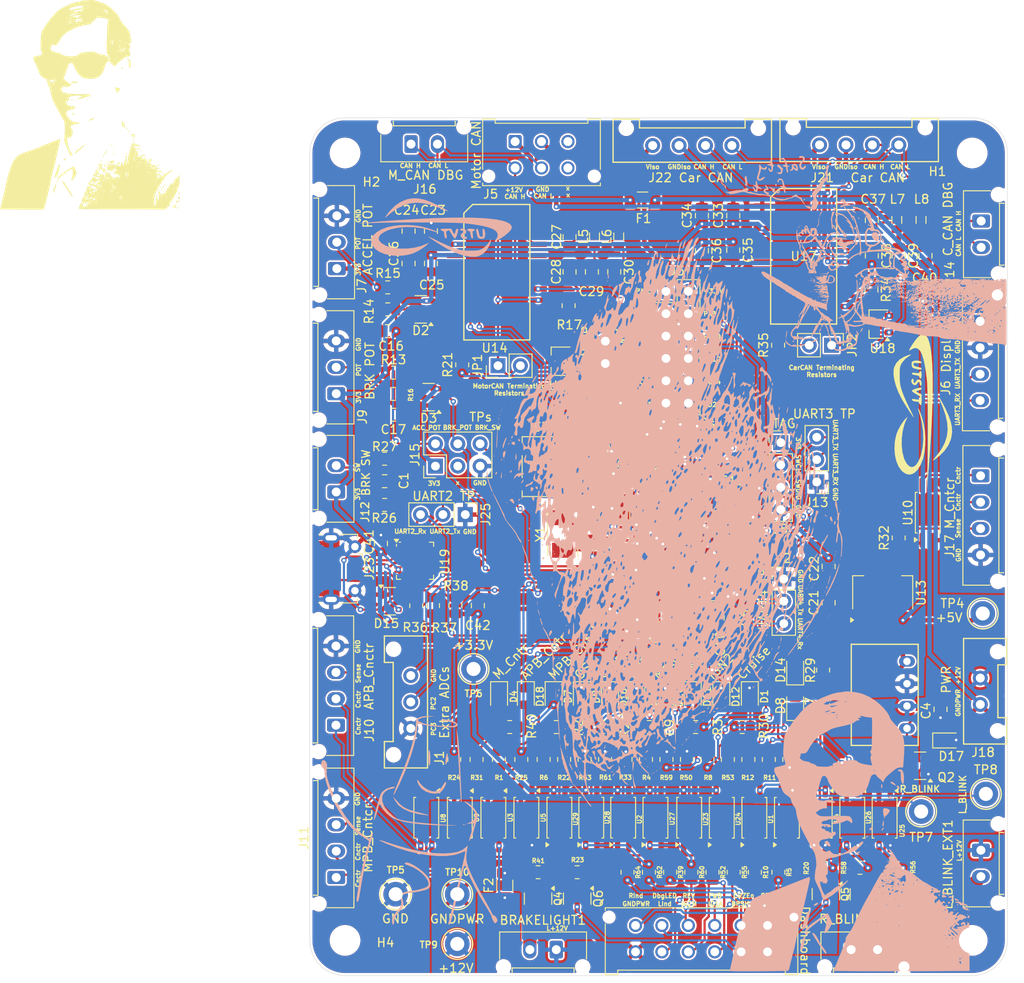
<source format=kicad_pcb>
(kicad_pcb (version 20240108) (generator "pcbnew") (generator_version "8.0")
  (layers (0 "F.Cu" signal) (31 "B.Cu" signal) (34 "B.Paste" user) (35 "F.Paste" user) (36 "B.SilkS" user "B.Silkscreen") (37 "F.SilkS" user "F.Silkscreen") (38 "B.Mask" user) (39 "F.Mask" user) (44 "Edge.Cuts" user))
  (net 0 "")
  (net 1 "+12V")
  (net 2 "GNDPWR")
  (net 3 "GND")
  (net 4 "/NRST")
  (net 5 "+3.3V")
  (net 6 "/Accel_Pot")
  (net 7 "/Brake_Pot")
  (net 8 "Net-(BRAKELIGHT1-Pin_2)")
  (net 9 "/Brake_SW")
  (net 10 "+5V")
  (net 11 "Net-(Q2-D)")
  (net 12 "Net-(U7-PH0)")
  (net 13 "Net-(U7-PH1)")
  (net 14 "/SWCLK")
  (net 15 "/SWDIO")
  (net 16 "/IG1")
  (net 17 "/IG2")
  (net 18 "Net-(U7-VCAP_1)")
  (net 19 "Net-(U14-V_ISO_Out)")
  (net 20 "Net-(R25-Pad1)")
  (net 21 "Net-(U14-V_ISO_In)")
  (net 22 "/UART3_Tx")
  (net 23 "Net-(C27-Pad2)")
  (net 24 "Net-(C37-Pad2)")
  (net 25 "/Motor_CAN/CAN_H")
  (net 26 "/Motor_CAN/CAN_L")
  (net 27 "/UART3_Rx")
  (net 28 "/Motor_CAN/TERM_H")
  (net 29 "/Motor_CAN/RSlope")
  (net 30 "Net-(R24-Pad1)")
  (net 31 "Net-(U15-GND)")
  (net 32 "Net-(U17-V_ISO_Out)")
  (net 33 "/CAN_Tx")
  (net 34 "/CAN_Rx")
  (net 35 "/MotorCAN_Tx")
  (net 36 "/MotorCAN_Rx")
  (net 37 "/UART2_Tx")
  (net 38 "/UART2_Rx")
  (net 39 "/Car_CAN/CAN_H")
  (net 40 "/Car_CAN/CAN_L")
  (net 41 "/PC14")
  (net 42 "/PC13")
  (net 43 "/Car_CAN/TERM_H")
  (net 44 "/Car_CAN/RSlope")
  (net 45 "Net-(J21-Pin_2)")
  (net 46 "Net-(J21-Pin_1)")
  (net 47 "Net-(D7-A)")
  (net 48 "Net-(D8-A)")
  (net 49 "Net-(D9-A)")
  (net 50 "Net-(D10-A)")
  (net 51 "Net-(D11-A)")
  (net 52 "Net-(R5-Pad1)")
  (net 53 "Net-(R6-Pad2)")
  (net 54 "Net-(D12-A)")
  (net 55 "Net-(D13-A)")
  (net 56 "Net-(D14-A)")
  (net 57 "Net-(J23-D-)")
  (net 58 "Net-(J23-VBUS)")
  (net 59 "Net-(J23-D+)")
  (net 60 "Net-(D16-A)")
  (net 61 "Net-(D18-A)")
  (net 62 "Net-(J5-Pin_1)")
  (net 63 "/UART4_Tx")
  (net 64 "/UART4_Rx")
  (net 65 "/DashAndDisplay/BPS_Hzd")
  (net 66 "/DashAndDisplay/IGN_1_Array")
  (net 67 "/Left_Ind")
  (net 68 "/DashAndDisplay/Dbg_Led")
  (net 69 "/DashAndDisplay/Cruz_Set")
  (net 70 "/DashAndDisplay/IGN_2_Motor")
  (net 71 "/Right_Ind")
  (net 72 "/DashAndDisplay/Fwd_Gear")
  (net 73 "/DashAndDisplay/Cruz_En")
  (net 74 "/DashAndDisplay/Rev_Gear")
  (net 77 "Net-(J7-Pin_2)")
  (net 78 "Net-(J9-Pin_2)")
  (net 79 "Net-(J10-Pin_1)")
  (net 80 "Net-(J10-Pin_2)")
  (net 81 "Net-(J11-Pin_2)")
  (net 82 "Net-(J11-Pin_1)")
  (net 83 "Net-(J12-Pin_2)")
  (net 85 "/PC12")
  (net 86 "/PD2")
  (net 87 "Net-(L_BLINK_EXT1-Pin_2)")
  (net 88 "Net-(Q1-G)")
  (net 89 "Net-(Q3-G)")
  (net 90 "Net-(Q3-D)")
  (net 91 "Net-(Q4-G)")
  (net 92 "Net-(Q5-G)")
  (net 93 "Net-(Q6-G)")
  (net 94 "/Motor_PRCHG_Bypass")
  (net 95 "/OS_Fault")
  (net 96 "/Motor_Controller_Fault")
  (net 97 "/Brake_Light")
  (net 98 "/BPS_Fault")
  (net 99 "Net-(R10-Pad1)")
  (net 100 "Net-(R11-Pad2)")
  (net 101 "/Lights/RIGHT_BLINK")
  (net 102 "/Lights/LEFT_BLINK")
  (net 103 "Net-(R12-Pad2)")
  (net 104 "Net-(U7-BOOT0)")
  (net 105 "/Heartbeat")
  (net 106 "Net-(R19-Pad2)")
  (net 107 "/Bps_Hazard")
  (net 108 "Net-(R22-Pad2)")
  (net 109 "/Array_PRCHG_Bypass")
  (net 110 "/Controls_Fault")
  (net 111 "Net-(U19-VBUS)")
  (net 112 "Net-(U19-~{RSTb})")
  (net 113 "Net-(R39-Pad2)")
  (net 114 "Net-(R52-Pad2)")
  (net 115 "/Reverse")
  (net 116 "Net-(R55-Pad2)")
  (net 117 "/Forward")
  (net 118 "Net-(R60-Pad2)")
  (net 119 "/Cruise_En")
  (net 120 "Net-(R62-Pad2)")
  (net 121 "/Cruise_Set")
  (net 122 "Net-(R64-Pad2)")
  (net 123 "/TimerCLK")
  (net 147 "/ExtraADC2")
  (net 148 "/ExtraADC1")
  (net 149 "/PB7")
  (net 150 "/PC9")
  (net 151 "/PA8")
  (net 152 "/PC11")
  (net 153 "/PC10")
  (net 154 "/PA15")
  (net 155 "Lights_12V")
  (net 156 "Net-(D1-A)")
  (net 157 "/Cruise_Ind")
  (net 158 "/Motor_PBC_Sense")
  (net 159 "Net-(J17-Pin_1)")
  (net 160 "Net-(J17-Pin_2)")
  (net 161 "/Motor_C_Sense")
  (net 162 "/Motor_Contactor")
  (net 163 "Net-(R32-Pad1)")
  (net 164 "/Array_PBC_Sense")
  (net 165 "Net-(D4-A)")
  (footprint "Connector_Molex:Molex_Micro-Fit_3.0_43650-0315_1x03_P3.00mm_Vertical" (layer "F.Cu") (at 115.57 68.39 90)
    (property "Reference" "J7")
    (property "Value" "Accel_Pot")
  )
  (footprint "LED_SMD:LED_0805_2012Metric" (layer "F.Cu") (at 137.04 117.03 -90)
    (property "Reference" "D18")
    (property "Value" "APB_CNCTR")
  )
  (footprint "Resistor_SMD:R_0805_2012Metric" (layer "F.Cu") (at 170.815 118.070001 90)
    (property "Reference" "R7")
    (property "Value" "5.1k")
  )
  (footprint "Resistor_SMD:R_0805_2012Metric" (layer "F.Cu") (at 155.343444 124.1825 90)
    (property "Reference" "R50")
    (property "Value" "4.9k")
  )
  (footprint "Capacitor_SMD:C_0805_2012Metric" (layer "F.Cu") (at 160.3 108.1 -90)
    (property "Reference" "C6")
    (property "Value" "100nF")
  )
  (footprint "Connector_Molex:Molex_Micro-Fit_3.0_43650-0215_1x02_P3.00mm_Vertical" (layer "F.Cu") (at 115.5 93.78 90)
    (property "Reference" "J12")
    (property "Value" "Brake_Sw")
  )
  (footprint "Package_SO:SSOP-4_4.4x2.6mm_P1.27mm" (layer "F.Cu") (at 182.7 96.135 90)
    (property "Reference" "U10")
    (property "Value" "EL3H7")
  )
  (footprint "Resistor_SMD:R_0805_2012Metric" (layer "F.Cu") (at 122 82.637998)
    (property "Reference" "R16")
    (property "Value" "10k")
  )
  (footprint "Resistor_SMD:R_0805_2012Metric" (layer "F.Cu") (at 165.735 137 -90)
    (property "Reference" "R5")
    (property "Value" "2k")
  )
  (footprint "Capacitor_SMD:C_0805_2012Metric" (layer "F.Cu") (at 149.6 92.5)
    (property "Reference" "C15")
    (property "Value" "1uF")
  )
  (footprint "Resistor_SMD:R_0805_2012Metric" (layer "F.Cu") (at 153.431975 137 90)
    (property "Reference" "R39")
    (property "Value" "2k")
  )
  (footprint "Resistor_SMD:R_0805_2012Metric" (layer "F.Cu") (at 126.49 106.6975 -90)
    (property "Reference" "R37")
    (property "Value" "47.5k")
  )
  (footprint "Package_SO:SSOP-4_4.4x2.6mm_P1.27mm" (layer "F.Cu") (at 137.1 130.8 -90)
    (property "Reference" "U5")
    (property "Value" "EL3H7")
  )
  (footprint "Package_SO:SSOP-4_4.4x2.6mm_P1.27mm" (layer "F.Cu") (at 140.85 130.8 90)
    (property "Reference" "U29")
    (property "Value" "EL3H7")
  )
  (footprint "Resistor_SMD:R_0805_2012Metric" (layer "F.Cu") (at 131.445 124.1825 90)
    (property "Reference" "R31")
    (property "Value" "698")
  )
  (footprint "Connector_PinHeader_2.54mm:PinHeader_2x06_P2.54mm_Vertical" (layer "F.Cu") (at 152.96 70.98)
    (property "Reference" "J3")
    (property "Value" "ExtraGPIO_Conn")
  )
  (footprint "Capacitor_SMD:C_0805_2012Metric" (layer "F.Cu") (at 171.4373 102.240002 -90)
    (property "Reference" "C22")
    (property "Value" "10u")
  )
  (footprint "Connector_PinHeader_2.54mm:PinHeader_1x03_P2.54mm_Vertical" (layer "F.Cu") (at 130.159999 96.35 -90)
    (property "Reference" "J25")
    (property "Value" "UART_TP")
  )
  (footprint "Package_TO_SOT_SMD:SOT-23" (layer "F.Cu") (at 138.43 140 -90)
    (property "Reference" "Q4")
    (property "Value" "IRLML0030")
  )
  (footprint "Connector_PinHeader_2.54mm:PinHeader_1x02_P2.54mm_Vertical" (layer "F.Cu") (at 171.775 77.1 -90)
    (property "Reference" "JP2")
    (property "Value" "Termination Resistors")
  )
  (footprint "Resistor_SMD:R_0805_2012Metric" (layer "F.Cu") (at 161.625 120.5)
    (property "Reference" "R30")
    (property "Value" "698")
  )
  (footprint "Resistor_SMD:R_0805_2012Metric" (layer "F.Cu") (at 164.645412 124.1825 90)
    (property "Reference" "R11")
    (property "Value" "510")
  )
  (footprint "Capacitor_SMD:C_0805_2012Metric" (layer "F.Cu") (at 162.85 95.7 -90)
    (property "Reference" "C9")
    (property "Value" "100nF")
  )
  (footprint "Resistor_SMD:R_0805_2012Metric" (layer "F.Cu") (at 143.715984 124.1825 90)
    (property "Reference" "R63")
    (property "Value" "4.9k")
  )
  (footprint "Inductor_SMD:L_0805_2012Metric" (layer "F.Cu") (at 181.936 62.8505 90)
    (property "Reference" "L8")
    (property "Value" "https://www.mouser.com/ProductDetail/963-BK2125LM182-T" (hide yes))
  )
  (footprint "Resistor_SMD:R_0805_2012Metric" (layer "F.Cu") (at 140.495 120.5)
    (property "Reference" "R2")
    (property "Value" "698")
  )
  (footprint "Connector_PinHeader_2.54mm:PinHeader_1x03_P2.54mm_Vertical" (layer "F.Cu") (at 170.09 92.64 180)
    (property "Reference" "J13")
    (property "Value" "UART_TP")
  )
  (footprint "Package_SO:SSOP-4_4.4x2.6mm_P1.27mm" (layer "F.Cu") (at 155.6 130.8 90)
    (property "Reference" "U23")
    (property "Value" "EL3H7")
  )
  (footprint "Resistor_SMD:R_0805_2012Metric" (layer "F.Cu") (at 135.2125 120.5 180)
    (property "Reference" "R40")
    (property "Value" "698")
  )
  (footprint "Capacitor_SMD:C_0805_2012Metric" (layer "F.Cu") (at 123.718 64.121999 90)
    (property "Reference" "C24")
    (property "Value" "0.1uF")
  )
  (footprint "Capacitor_SMD:C_0805_2012Metric" (layer "F.Cu") (at 126.258 64.121999 90)
    (property "Reference" "C23")
    (property "Value" "10uF")
  )
  (footprint "Capacitor_SMD:C_0805_2012Metric" (layer "F.Cu") (at 160.45 94.9 90)
    (property "Reference" "C11")
    (property "Value" "100nF")
  )
  (footprint "Package_SO:SSOP-4_4.4x2.6mm_P1.27mm" (layer "F.Cu") (at 129.54 130.81 -90)
    (property "Reference" "U9")
    (property "Value" "EL3H7")
  )
  (footprint "Resistor_SMD:R_0805_2012Metric" (layer "F.Cu") (at 151.06 120.5 180)
    (property "Reference" "R9")
    (property "Value" "698")
  )
  (footprint "Capacitor_SMD:C_0805_2012Metric" (layer "F.Cu") (at 144.66272 96.459001 90)
    (property "Reference" "C7")
    (property "Value" "12pF")
  )
  (footprint "UTSVT_Connectors:Molex_MicroFit3.0_1x4xP3.00mm_PolarizingPeg_Vertical" (layer "F.Cu") (at 170.41 54.33)
    (property "Reference" "J21")
    (property "Value" "CAN_IN")
  )
  (footprint "Package_TO_SOT_SMD:SOT-23" (layer "F.Cu") (at 171.13 139.5 -90)
    (property "Reference" "Q5")
    (property "Value" "IRLML0030")
  )
  (footprint "UTSVT_Connectors:Molex_MicroFit3.0_1x2xP3.00mm_PolarizingPeg_Vertical" (layer "F.Cu") (at 188.67 114.93 -90)
    (property "Reference" "J18")
    (property "Value" "PowerConn")
  )
  (footprint "Button_Switch_SMD:SW_SPST_B3SL-1002P" (layer "F.Cu") (at 139.875 90.899999)
    (property "Reference" "SW10")
    (property "Value" "RESET")
  )
  (footprint "TestPoint:TestPoint_Keystone_5005-5009_Compact" (layer "F.Cu") (at 189.3 128.1)
    (property "Reference" "TP8")
    (property "Value" "LEFT_BLINK")
  )
  (footprint "Capacitor_SMD:C_0805_2012Metric" (layer "F.Cu") (at 157.044 66.36 -90)
    (property "Reference" "C36")
    (property "Value" "0.01uF")
  )
  (footprint "Capacitor_SMD:C_0805_2012Metric" (layer "F.Cu") (at 144.59 100.08 -90)
    (property "Reference" "C8")
    (property "Value" "12pF")
  )
  (footprint "MountingHole:MountingHole_3mm" (layer "F.Cu") (at 187.75 144.75)
    (property "Reference" "H3")
    (property "Value" "MountingHole")
  )
  (footprint "Resistor_SMD:R_0805_2012Metric" (layer "F.Cu") (at 133.985 124.1825 90)
    (property "Reference" "R1")
    (property "Value" "698")
  )
  (footprint "Connector_PinHeader_2.54mm:PinHeader_1x04_P2.54mm_Vertical" (layer "F.Cu") (at 166 88.17)
    (property "Reference" "J8")
    (property "Value" "SWD")
  )
  (footprint "Resistor_SMD:R_0805_2012Metric" (layer "F.Cu") (at 175 136.5 180)
    (property "Reference" "R58")
    (property "Value" "100k")
  )
  (footprint "Resistor_SMD:R_0805_2012Metric" (layer "F.Cu") (at 155.83965 137 90)
    (property "Reference" "R60")
    (property "Value" "2k")
  )
  (footprint "Capacitor_SMD:C_0805_2012Metric" (layer "F.Cu") (at 145.7 90.8 90)
    (property "Reference" "C5")
    (property "Value" "100nF")
  )
  (footprint "Resistor_SMD:R_0805_2012Metric" (layer "F.Cu") (at 163.062675 137 -90)
    (property "Reference" "R10")
    (property "Value" "2k")
  )
  (footprint "Package_TO_SOT_SMD:SOT-23" (layer "F.Cu") (at 125.1 73.025 180)
    (property "Reference" "D2")
    (property "Value" "BAS70-04")
  )
  (footprint "Package_SO:SSOP-4_4.4x2.6mm_P1.27mm" (layer "F.Cu") (at 177.8 130.81 -90)
    (property "Reference" "U25")
    (property "Value" "EL3H7")
  )
  (footprint "Resistor_SMD:R_0805_2012Metric" (layer "F.Cu") (at 160.655 137 90)
    (property "Reference" "R55")
    (property "Value" "2k")
  )
  (footprint "Package_SO:SSOP-4_4.4x2.6mm_P1.27mm" (layer "F.Cu") (at 159.3 130.81 90)
    (property "Reference" "U24")
    (property "Value" "EL3H7")
  )
  (footprint "Capacitor_SMD:C_0805_2012Metric" (layer "F.Cu") (at 176.348 66.934001 -90)
    (property "Reference" "C38")
    (property "Value" "10uF")
  )
  (footprint "Package_TO_SOT_SMD:SOT-143" (layer "F.Cu") (at 121.59 106.1975)
    (property "Reference" "D15")
    (property "Value" "SP0503BAHT")
  )
  (footprint "Resistor_SMD:R_0805_2012Metric" (layer "F.Cu") (at 148.59 137 90)
    (property "Reference" "R64")
    (property "Value" "2k")
  )
  (footprint "Resistor_SMD:R_0805_2012Metric" (layer "F.Cu") (at 121 95.25)
    (property "Reference" "R26")
    (property "Value" "10k")
  )
  (footprint "LED_SMD:LED_0805_2012Metric" (layer "F.Cu") (at 167.64 118.070001 90)
    (property "Reference" "D8")
    (property "Value" "PowerOn")
  )
  (footprint "Resistor_SMD:R_0805_2012Metric" (layer "F.Cu") (at 170.815 114.0225 90)
    (property "Reference" "R29")
    (property "Value" "1.5k")
  )
  (footprint "Capacitor_SMD:C_0805_2012Metric" (layer "F.Cu") (at 146.6 108.02 -90)
    (property "Reference" "C13")
    (property "Value" "4.7uF")
  )
  (footprint "Connector_PinHeader_2.54mm:PinHeader_1x02_P2.54mm_Vertical" (layer "F.Cu") (at 133.878 79.428 90)
    (property "Reference" "JP1")
    (property "Value" "Termination Resistors")
  )
  (footprint "Capacitor_SMD:C_0805_2012Metric" (layer "F.Cu") (at 142.006 64.7925 -90)
    (property "Reference" "C27")
    (property "Value" "0.22uF")
  )
  (footprint "Inductor_SMD:L_0805_2012Metric" (layer "F.Cu") (at 147.594 64.7425 90)
    (property "Reference" "L6")
    (property "Value" "https://www.mouser.com/ProductDetail/963-BK2125LM182-T" (hide yes))
  )
  (footprint "Connector_PinHeader_2.54mm:PinHeader_1x03_P2.54mm_Vertical" (layer "F.Cu") (at 166.35 103.66)
    (property "Reference" "J2")
    (property "Value" "UART_TP")
  )
  (footprint "UTSVT_ICs:SOIC-20W_7.5x15.4mm_Pitch1.27mm" (layer "F.Cu") (at 133.75 68.8)
    (property "Reference" "U14")
    (property "Value" "ADM3055E")
  )
  (footprint "Package_TO_SOT_SMD:SOT-223-3_TabPin2" (layer "F.Cu") (at 177.58242 105.211499 90)
    (property "Reference" "U13")
    (property "Value" "NCP1117-3.3_SOT223")
  )
  (footprint "Package_TO_SOT_SMD:SOT-23" (layer "F.Cu") (at 179.705 139.5 -90)
    (property "Reference" "Q1")
    (property "Value" "IRLML0030")
  )
  (footprint "Resistor_SMD:R_0805_2012Metric" (layer "F.Cu") (at 128.905 124.1825 90)
    (property "Reference" "R24")
    (property "Value" "105R")
  )
  (footprint "Fuse:Fuse_1206_3216Metric" (layer "F.Cu") (at 134.65 138.5 90)
    (property "Reference" "F2")
    (property "Value" "Fuse")
  )
  (footprint "LED_SMD:LED_0805_2012Metric" (layer "F.Cu") (at 140.2 117.03 -90)
    (property "Reference" "D7")
    (property "Value" "MPB_CNCTR")
  )
  (footprint "LED_SMD:LED_0805_2012Metric" (layer "F.Cu") (at 167.64 114.0225 90)
    (property "Reference" "D14")
    (property "Value" "PowerOn")
  )
  (footprint "Resistor_SMD:R_0805_2012Metric" (layer "F.Cu") (at 122 80.215999)
    (property "Reference" "R13")
    (property "Value" "5.1k")
  )
  (footprint "Capacitor_SMD:C_0805_2012Metric" (layer "F.Cu") (at 126.258 67.810001 -90)
    (property "Reference" "C25")
    (property "Value" "0.1uF")
  )
  (footprint "Package_SO:SSOP-4_4.4x2.6mm_P1.27mm" (layer "F.Cu") (at 148.1 130.8 90)
    (property "Reference" "U2")
    (property "Value" "EL3H7")
  )
  (footprint "Capacitor_SMD:C_0805_2012Metric" (layer "F.Cu") (at 149.45 109.6)
    (property "Reference" "C14")
    (property "Value" "100nF")
  )
  (footprint "Fuse:Fuse_1206_3216Metric" (layer "F.Cu") (at 150.3 60.6 180)
    (property "Reference" "F1")
    (property "Value" "Fuse")
  )
  (footprint "Package_SO:SSOP-4_4.4x2.6mm_P1.27mm" (layer "F.Cu") (at 166.7 130.81 90)
    (property "Reference" "U6")
    (property "Value" "EL3H7")
  )
  (footprint "Capacitor_SMD:C_0805_2012Metric" (layer "F.Cu") (at 179.396 66.934001 -90)
    (property "Reference" "C39")
    (property "Value" "0.1uF")
  )
  (footprint "Inductor_SMD:L_0805_2012Metric" (layer "F.Cu") (at 144.844 64.7425 90)
    (property "Reference" "L5")
    (property "Value" "https://www.mouser.com/ProductDetail/963-BK2125LM182-T" (hide yes))
  )
  (footprint "Capacitor_SMD:C_0805_2012Metric" (layer "F.Cu") (at 144.546 68.76 -90)
    (property "Reference" "C29")
    (property "Value" "0.1uF")
  )
  (footprint "Inductor_SMD:L_0805_2012Metric" (layer "F.Cu") (at 179.186 62.8505 90)
    (property "Reference" "L7")
    (property "Value" "https://www.mouser.com/ProductDetail/963-BK2125LM182-T" (hide yes))
  )
  (footprint "Connector_Molex:Molex_Micro-Fit_3.0_43650-0215_1x02_P3.00mm_Vertical" (layer "F.Cu") (at 188.77 62.98 -90)
    (property "Reference" "J14")
    (property "Value" "CAN_DB9")
  )
  (footprint "Resistor_SMD:R_0805_2012Metric" (layer "F.Cu") (at 179.4 99.0025 90)
    (property "Reference" "R32")
    (property "Value" "105R")
  )
  (footprint "Package_TO_SOT_SMD:SOT-23" (layer "F.Cu") (at 142.875 140 -90)
    (property "Reference" "Q6")
    (property "Value" "IRLML0030")
  )
  (footprint "Connector_Molex:Molex_Micro-Fit_3.0_43045-0612_2x03_P3.00mm_Vertical" (layer "F.Cu") (at 135.82 53.95)
    (property "Reference" "J5")
    (property "Value" "M_CAN_IN")
  )
  (footprint "Resistor_SMD:R_0805_2012Metric" (layer "F.Cu") (at 150.69246 124.1825 90)
    (property "Reference" "R4")
    (property "Value" "698")
  )
  (footprint "Resistor_SMD:R_0805_2012Metric" (layer "F.Cu") (at 121 90 180)
    (property "Reference" "R27")
    (property "Value" "10k")
  )
  (footprint "Package_TO_SOT_SMD:SOT-23W" (layer "F.Cu") (at 140.99 78.92 180)
    (property "Reference" "U15")
    (property "Value" "CDSOT23-T24CAN")
  )
  (footprint "Capacitor_SMD:C_0805_2012Metric" (layer "F.Cu") (at 121.35 75.5 180)
    (property "Reference" "C16")
    (property "Value" "0.1uF")
  )
  (footprint "Capacitor_SMD:C_0805_2012Metric" (layer "F.Cu") (at 146.8 94.7 90)
    (property "Reference" "C12")
    (property "Value" "100nF")
  )
  (footprint "Resistor_SMD:R_0805_2012Metric" (layer "F.Cu") (at 121.35 70.525)
    (property "Reference" "R15")
    (property "Value" "10k")
  )
  (footprint "Resistor_SMD:R_0805_2012Metric" (layer "F.Cu") (at 156.3425 120.5 180)
    (property "Reference" "R3")
    (property "Value" "698")
  )
  (footprint "MountingHole:MountingHole_3mm" (layer "F.Cu") (at 116.5 55.25)
    (property "Reference" "H2")
    (property "Value" "MountingHole")
  )
  (footprint "Connector_USB:USB_Micro-B_Molex-105017-0001" (layer "F.Cu") (at 116.16 102.4975 -90)
    (property "Reference" "J23")
    (property "Value" "USB_B_Micro")
  )
  (footprint "Connector_Molex:Molex_Micro-Fit_3.0_43650-0415_1x04_P3.00mm_Vertical" (layer "F.Cu") (at 188.7 91.94 -90)
    (property "Reference" "J17")
    (property "Value" "M_CNTCTR")
  )
  (footprint "Connector_PinHeader_2.54mm:PinHeader_1x02_P2.54mm_Vertical" (layer "F.Cu") (at 146.07 79.179 180)
    (property "Reference" "J27")
    (property "Value" "CAN_TP")
  )
  (footprint "UTSVT_Connectors:Molex_MicroFit3.0_2x6xP3.00mm_PolarizingPeg_Vertical" (layer "F.Cu") (at 164.5 146.05 180)
    (property "Reference" "J4")
    (property "Value" "Dashboard")
  )
  (footprint "Crystal:Crystal_SMD_TXC_7A-2Pin_5x3.2mm" (layer "F.Cu") (at 141.224 98.552 90)
    (property "Reference" "Y1")
    (property "Value" "Crystal")
  )
  (footprint "Connector_PinHeader_2.54mm:PinHeader_2x03_P2.54mm_Vertical" (layer "F.Cu") (at 126.77 90.84 90)
    (property "Reference" "J15")
    (property "Value" "Conn_02x03_Odd_Even")
  )
  (footprint "Connector_Molex:Molex_Micro-Fit_3.0_43650-0415_1x04_P3.00mm_Vertical" (layer "F.Cu") (at 115.47 120.29 90)
    (property "Reference" "J10")
    (property "Value" "A_PRCHG_BYPASS")
  )
  (footprint "Diode_SMD:D_SOD-323" (layer "F.Cu") (at 184.875 122.025)
    (property "Reference" "D17")
    (property "Value" "SD12_SOD323")
  )
  (footprint "Resistor_SMD:R_0805_2012Metric" (layer "F.Cu") (at 136.525 124.1825 90)
    (property "Reference" "R25")
    (property "Value" "105R")
  )
  (footprint "Resistor_SMD:R_0805_2012Metric" (layer "F.Cu") (at 158.247325 137 90)
    (property "Reference" "R52")
    (property "Value" "2k")
  )
  (footprint "LED_SMD:LED_0805_2012Metric" (layer "F.Cu") (at 159.25 117.03 -90)
    (property "Reference" "D12")
    (property "Value" "Ignition 2")
  )
  (footprint "UTSVT_ICs:SOIC-20W_7.5x15.4mm_Pitch1.27mm" (layer "F.Cu") (at 168.6 66.995)
    (property "Reference" "U17")
    (property "Value" "ADM3055E")
  )
  (footprint "UTSVT_Connectors:Molex_MicroFit3.0_1x4xP3.00mm_PolarizingPeg_Vertical" (layer "F.Cu") (at 151.45 54.4)
    (property "Reference" "J22")
    (property "Value" "CAN_OUT")
  )
  (footprint "Connector_Molex:Molex_Micro-Fit_3.0_43650-0315_1x03_P3.00mm_Vertical" (layer "F.Cu") (at 115.5 82.61 90)
    (property "Reference" "J9")
    (property "Value" "Brake_Pot")
  )
  (footprint "UTSVT_Special:Hallock_Image_Small" (layer "F.Cu") (at 86.693738 49.463871)
    (property "Reference" "LOGO3" (hide yes))
    (property "Value" "Dr. Hallock Logo" (hide yes))
  )
  (footprint "Capacitor_SMD:C_0805_2012Metric" (layer "F.Cu") (at 171.4373 106.365001 90)
    (property "Reference" "C21")
    (property "Value" "10u")
  )
  (footprint "LED_SMD:LED_0805_2012Metric" (layer "F.Cu") (at 156 117.03 -90)
    (property "Reference" "D11")
    (property "Value" "Ignition 1")
  )
  (footprint "LED_SMD:LED_0805_2012Metric" (layer "F.Cu") (at 146.6 117.029999 -90)
    (property "Reference" "D16")
    (property "Value" "Control Fault")
  )
  (footprint "Package_SO:SSOP-4_4.4x2.6mm_P1.27mm" (layer "F.Cu") (at 133.35 130.81 -90)
    (property "Reference" "U3")
    (property "Value" "EL3H7")
  )
  (footprint "Capacitor_SMD:C_0805_2012Metric" (layer "F.Cu") (at 131.59 106.6975 90)
    (property "Reference" "C42")
    (property "Value" "0.1uF")
  )
  (footprint "Resistor_SMD:R_0805_2012Metric" (layer "F.Cu") (at 129.04 106.6975 90)
    (property "Reference" "R38")
    (property "Value" "1k")
  )
  (footprint "LED_SMD:LED_0805_2012Metric" (layer "F.Cu") (at 134 117.029999 -90)
    (property "Reference" "D4")
    (property "Value" "M_CNCTR")
  )
  (footprint "Capacitor_SMD:C_0805_2012Metric" (layer "F.Cu") (at 184.15 118.4855 90)
    (property "Reference" "C4")
    (property "Value" "10u")
  )
  (footprint "Package_SO:SSOP-4_4.4x2.6mm_P1.27mm" (layer "F.Cu") (at 151.765 130.81 90)
    (property "Reference" "U27")
    (property "Value" "EL3H7")
  )
  (footprint "Capacitor_SMD:C_0805_2012Metric" (layer "F.Cu") (at 121 92.558999)
    (property "Reference" "C1")
    (property "Value" "1uF")
  )
  (footprint "TestPoint:TestPoint_Keystone_5005-5009_Compact" (layer "F.Cu") (at 122.25 139.5)
    (property "Reference" "TP5")
    (property "Value" "GND_TP")
  )
  (footprint "LED_SMD:LED_0805_2012Metric" (layer "F.Cu") (at 143.4 117.029999 -90)
    (property "Reference" "D9")
    (property "Value" "OS Error")
  )
  (footprint "Resistor_SMD:R_0805_2012Metric" (layer "F.Cu") (at 148.366968 124.1825 90)
    (property "Reference" "R33")
    (property "Value" "4.9k")
  )
  (footprint "Package_SO:SSOP-4_4.4x2.6mm_P1.27mm" (layer "F.Cu") (at 144.475 130.8 90)
    (property "Reference" "U28")
    (property "Value" "EL3H7")
  )
  (footprint "Resistor_SMD:R_0805_2012Metric" (layer "F.Cu") (at 165.7 77.1 90)
    (property "Reference" "R35")
    (property "Value" "120")
  )
  (footprint "Resistor_SMD:R_0805_2012Metric" (layer "F.Cu") (at 124.59 106.71 90)
    (property "Reference" "R36")
    (property "Value" "22.1k")
  )
  (footprint "Resistor_SMD:R_0805_2012Metric" (layer "F.Cu") (at 176.3 70.8 90)
    (property "Reference" "R34")
    (property "Value" "0")
  )
  (footprint "Capacitor_SMD:C_0805_2012Metric" (layer "F.Cu") (at 160.6 66.293999 -90)
    (property "Reference" "C35")
    (property "Value" "0.1uF")
  )
  (footprint "Resistor_SMD:R_0805_2012Metric" (layer "F.Cu") (at 145.7775 120.5)
    (property "Reference" "R28")
    (property "Value" "698")
  )
  (footprint "Connector_Molex:Molex_Micro-Fit_3.0_43650-0415_1x04_P3.00mm_Vertical" (layer "F.Cu") (at 188.65 74.39 -90)
    (property "Reference" "J6")
    (property "Value" "Display")
  )
  (footprint "Capacitor_SMD:C_0805_2012Metric" (layer "F.Cu") (at 147.086 68.76 -90)
    (property "Reference" "C30")
    (property "Value" "0.01uF")
  )
  (footprint "Resistor_SMD:R_0805_2012Metric" (layer "F.Cu") (at 149.9635 90.424 180)
    (property "Reference" "R18")
    (property "Value" "10k")
  )
  (footprint "Capacitor_SMD:C_0805_2012Metric" (layer "F.Cu") (at 120.58 99.629999 90)
    (property "Reference" "C41")
    (property "Value" "4.7uF")
  )
  (footprint "LED_SMD:LED_0805_2012Metric" (layer "F.Cu") (at 152.8 117.029999 -90)
    (property "Reference" "D10")
    (property "Value" "Motor Controller Fault")
  )
  (footprint "Connector_Molex:Molex_Micro-Fit_3.0_43650-0215_1x02_P3.00mm_Vertical" (layer "F.Cu") (at 188.74 134.5 -90)
    (property "Reference" "L_BLINK_EXT1")
    (property "Value" "EXTERNAL_LEFTBLINK")
  )
  (footprint "Package_DFN_QFN:QFN-24-1EP_4x4mm_P0.5mm_EP2.6x2.6mm" (layer "F.Cu") (at 124.4525 101.5975)
    (property "Reference" "U19")
    (property "Value" "CP2102N-A01-GQFN24")
  )
  (footprint "Connector_Molex:Molex_Micro-Fit_3.0_43650-0215_1x02_P3.00mm_Vertical" (layer "F.Cu") (at 177 145.8 180)
    (property "Reference" "R_BLINK_EXT1")
    (property "Value" "EXTERNAL_RIGHTBLINK")
  )
  (footprint "MountingHole:MountingHole_3mm" (layer "F.Cu") (at 116.5 144.75)
    (property "Reference" "H4")
    (property "Value" "MountingHole")
  )
  (footprint "Connector_Molex:Molex_Micro-Fit_3.0_43650-0215_1x02_P3.00mm_Vertical" (layer "F.Cu") (at 140.5 145.8 180)
    (property "Reference" "BRAKELIGHT1")
    (property "Value" "EXTERNAL_BRAKELIGHT")
  )
  (footprint "TestPoint:TestPoint_Keystone_5005-5009_Compact" (layer "F.Cu") (at 188.95 107.59)
    (property "Reference" "TP4")
    (property "Value" "+5V_TP")
  )
  (footprint "Capacitor_SMD:C_0805_2012Metric" (layer "F.Cu") (at 182.444 66.934001 -90)
    (property "Reference" "C40")
    (property "Value" "0.01uF")
  )
  (footprint "LED_SMD:LED_0805_2012Metric" (layer "F.Cu") (at 149.6 117.029999 -90)
    (property "Reference" "D13")
    (property "Value" "BPS Fault")
  )
  (footprint "Resistor_SMD:R_0805_2012Metric" (layer "F.Cu") (at 179 136.5 180)
    (property "Reference" "R56")
    (property "Value" "100k")
  )
  (footprint "Package_SO:SSOP-4_4.4x2.6mm_P1.27mm" (layer "F.Cu") (at 174.125 130.81 -90)
    (property "Reference" "U26")
    (property "Value" "EL3H7")
  )
  (footprint "Resistor_SMD:R_0805_2012Metric" (layer "F.Cu") (at 157.668936 124.1825 90)
    (property "Reference" "R8")
    (property "Value" "698")
  )
  (footprint "UTSVT_Special:UTSVT_Logo_Symbol" (layer "F.Cu") (at 182 84.275 -90)
    (property "Reference" "LOGO4" (hide yes))
    (property "Value" "UTSVT Logo" (hide yes))
  )
  (footprint "Capacitor_SMD:C_0805_2012Metric" (layer "F.Cu") (at 157.55 110.149999 90)
    (property "Reference" "C10")
    (property "Value" "4.7uF")
  )
  (footprint "Resistor_SMD:R_0805_2012Metric" (layer "F.Cu") (at 141.9 72.6 -90)
    (property "Reference" "R17")
    (property "Value" "0")
  )
  (footprint "Resistor_SMD:R_0805_2012Metric" (layer "F.Cu") (at 138.43 137 180)
    (property "Reference" "R41")
    (property "Value" "100k")
  )
  (footprint "Resistor_SMD:R_0805_2012Metric" (layer "F.Cu") (at 153.017952 124.1825 90)
    (property "Reference" "R59")
    (property "Value" "4.9k")
  )
  (footprint "Capacitor_SMD:C_0805_2012Metric" (layer "F.Cu") (at 142.006 68.76 -90)
    (property "Reference" "C28")
    (property "Value" "10uF")
  )
  (footprint "TestPoint:TestPoint_Keystone_5005-5009_Compact" (layer "F.Cu") (at 131.1 113.9)
    (property "Reference" "TP6")
    (property "Value" "+3.3V_TP")
  )
  (footprint "Resistor_SMD:R_0805_2012Metric" (layer "F.Cu") (at 121.35 73.024999 180)
    (property "Reference" "R14")
    (property "Value" "5.1k")
  )
  (footprint "TestPoint:TestPoint_Keystone_5005-5009_Compact" (layer "F.Cu") (at 129.25 145.15)
    (property "Reference" "TP9")
    (property "Value" "12V_UNISO")
  )
  (footprint "TestPoint:TestPoint_Keystone_5005-5009_Compact" (layer "F.Cu") (at 129.25 139.5)
    (property "Reference" "TP10")
    (property "Value" "GND_UNISO")
  )
  (footprint "Capacitor_SMD:C_0805_2012Metric" (layer "F.Cu") (at 122 85 180)
    (property "Reference" "C17")
    (property "Value" "0.1uF")
  )
  (footprint "Resistor_SMD:R_0805_2012Metric" (layer "F.Cu") (at 166.970905 124.1825 -90)
    (property "Reference" "R19")
    (property "Value" "510")
  )
  (footprint "Resistor_SMD:R_0805_2012Metric" (layer "F.Cu") (at 151.0243 137 90)
    (property "Reference" "R62")
    (property "Value" "2k")
  )
  (footprint "Resistor_SMD:R_0805_2012Metric" (layer "F.Cu") (at 162.31992 124.1825 90)
    (property "Reference" "R12")
    (property "Value" "510")
  )
  (footprint "Connector_Molex:Molex_Micro-Fit_3.0_43650-0415_1x04_P3.00mm_Vertical" (layer "F.Cu") (at 115.5 137.6 90)
    (property "Reference" "J11")
    (property "Value" "M_PRCHG_BYPASS")
  )
  (footprint "Package_SO:SSOP-4_4.4x2.6mm_P1.27mm" (layer "F.Cu") (at 125.73 130.81 -90)
    (property "Reference" "U8")
    (property "Value" "EL3H7" (hide yes))
  )
  (footprint "Resistor_SMD:R_0805_2012Metric" (layer "F.Cu") (at 171 136.5 180)
    (property "Reference" "R20")
    (property "Value" "100k")
  )
  (footprint "LED_SMD:LED_0805_2012Metric" (layer "F.Cu") (at 162.49 117.029999 -90)
    (property "Reference" "D1")
    (property "Value" "Cruise Ind")
  )
  (footprint "Resistor_SMD:R_0805_2012Metric" (layer "F.Cu") (at 146.041476 124.1825 90)
    (property "Reference" "R61")
    (property "Value" "4.9k")
  )
  (footprint "Resistor_SMD:R_0805_2012Metric" (layer "F.Cu") (at 139.065 124.1825 -90)
    (property "Reference" "R6")
    (property "Value" "510")
  )
  (footprint "Capacitor_SMD:C_0805_2012Metric" (layer "F.Cu") (at 176.348 62.9005 -90)
    (property "Reference" "C37")
    (property "Value" "0.22uF")
  )
  (footprint "Package_TO_SOT_SMD:SOT-23" (layer "F.Cu") (at 175.450001 139.5 -90)
    (property "Reference" "Q3")
    (property "Value" "IRLML0030")
  )
  (footprint "Package_SO:SSOP-4_4.4x2.6mm_P1.27mm" (layer "F.Cu") (at 163 130.81 90)
    (property "Reference" "U1")
    (property "Value" "EL3H7")
  )
  (footprint "TestPoint:TestPoint_Keystone_5005-5009_Compact" (layer "F.Cu") (at 181.95 130.1)
    (property "Reference" "TP7")
    (property "Value" "RIGHT_BLINK")
  )
  (footprint "MountingHole:MountingHole_3mm" (layer "F.Cu") (at 187.75 55.25)
    (property "Reference" "H1")
    (property "Value" "MountingHole")
  )
  (footprint "UTSVT_Connectors:Molex_MicroFit3.0_1x3xP3.00mm_PolarizingPeg_Vertical" (layer "F.Cu") (at 123.97 120.649999 90)
    (property "Reference" "J1")
    (property "Value" "ExtraADCs")
  )
  (footprint "Package_QFP:LQFP-64_10x10mm_P0.5mm" (layer "F.Cu") (at 153.96 101.035)
    (property "Reference" "U7")
    (property "Value" "STM32F413RHTx")
  )
  (footprint "Package_SO:SSOP-4_4.4x2.6mm_P1.27mm" (layer "F.Cu") (at 170.425 130.8 -90)
    (property "Reference" "U4")
    (property "Value" "EL3H7")
  )
  (footprint "Package_TO_SOT_SMD:SOT-23" (layer "F.Cu") (at 126 83 180)
    (property "Reference" "D3")
    (property "Value" "BAS70-04")
  )
  (footprint "Connector_Molex:Molex_Micro-Fit_3.0_43650-0215_1x02_P3.00mm_Vertical" (layer "F.Cu") (at 124 54.24)
    (property "Reference" "J16")
    (property "Value" "M_CAN_DB9")
  )
  (footprint "Resistor_SMD:R_0805_2012Metric" (layer "F.Cu") (at 129.814 79.3245 90)
    (property "Reference" "R21")
    (property "Value" "120")
  )
  (footprint "Capacitor_SMD:C_0805_2012Metric" (layer "F.Cu") (at 160.6 62.362001 90)
    (property "Reference" "C33")
    (property "Value" "10uF")
  )
  (footprint "Resistor_SMD:R_0805_2012Metric" (layer "F.Cu") (at 141.390492 124.1825 -90)
    (property "Reference" "R22")
    (property "Value" "510")
  )
  (footprint "UTSVT_ICs:RI3_DC_Converter" (layer "F.Cu") (at 180.34 116.839999 90)
    (property "Reference" "U12")
    (property "Value" "RI3-1205S")
  )
  (footprint "Capacitor_SMD:C_0805_2012Metric" (layer "F.Cu") (at 157.044 62.362001 90)
    (property "Reference" "C34")
    (property "Value" "0.1uF")
  )
  (footprint "Package_TO_SOT_SMD:SOT-23" (layer "F.Cu") (at 181.8375 124.9 180)
    (property "Reference" "Q2")
    (property "Value" "IRLML0030")
  )
  (footprint "Package_TO_SOT_SMD:SOT-23W" (layer "F.Cu") (at 177.1 74.7 180)
    (property "Reference" "U18")
    (property "Value" "CDSOT23-T24CAN")
  )
  (footprint "Resistor_SMD:R_0805_2012Metric" (layer "F.Cu") (at 142.875 137 180)
    (property "Reference" "R23")
    (property "Value" "100k")
  )
  (footprint "Resistor_SMD:R_0805_2012Metric" (layer "F.Cu") (at 159.994428 124.1825 90)
    (property "Reference" "R53")
    (property "Value" "4.9k")
  )
  (footprint "Capacitor_SMD:C_0805_2012Metric" (layer "F.Cu") (at 123.718 67.810001 -90)
    (property "Reference" "C26")
    (property "Value" "0.01uF")
  )
  (footprint "Graphics:Krishdiscord" (layer "B.Cu") (at 124.32 130.81 180)
    (property "Reference" "G***" (hide yes))
    (property "Value" "LOGO" (hide yes))
  )
  (footprint "Graphics:scribble1" (layer "B.Cu") (at 151.4 97.15 180)
    (property "Reference" "G***")
    (property "Value" "LOGO" (hide yes))
  )
  (footprint "UTSVT_Special:UTSVT_Logo_Symbol" (layer "B.Cu") (at 126.993 63.860747 180)
    (property "Reference" "LOGO2" (hide yes))
    (property "Value" "UTSVT" (hide yes))
  )
  (footprint "UTSVT_Special:Hallock_Image" (layer "B.Cu") (at 175.4 131.965 180)
    (property "Reference" "LOGO1" (hide yes))
    (property "Value" "Dr. Hallock" (hide yes))
  )
  (footprint "Graphics:stabbyknife" (layer "B.Cu") (at 172.054195 66.627399 180)
    (property "Reference" "G***" (hide yes))
    (property "Value" "LOGO" (hide yes))
  )
  (gr_line (start 112.5 144.75) (end 112.5 55.25) (stroke (width 0.05)) (layer "Edge.Cuts"))
  (gr_line (start 191.75 55.25) (end 191.75 144.75) (stroke (width 0.05)) (layer "Edge.Cuts"))
  (gr_arc (start 187.75 51.25) (mid 190.578427 52.421573) (end 191.75 55.25) (stroke (width 0.05)) (layer "Edge.Cuts"))
  (gr_line (start 187.75 148.75) (end 116.5 148.75) (stroke (width 0.05)) (layer "Edge.Cuts"))
  (gr_line (start 116.5 51.25) (end 187.75 51.25) (stroke (width 0.05)) (layer "Edge.Cuts"))
  (gr_arc (start 112.5 55.25) (mid 113.671573 52.421573) (end 116.5 51.25) (stroke (width 0.05)) (layer "Edge.Cuts"))
  (gr_arc (start 116.5 148.75) (mid 113.671573 147.578427) (end 112.5 144.75) (stroke (width 0.05)) (layer "Edge.Cuts"))
  (gr_arc (start 191.75 144.75) (mid 190.578427 147.578427) (end 187.75 148.75) (stroke (width 0.05)) (layer "Edge.Cuts"))
  (gr_text "REV" (at 155.55 139.675 0) (layer "F.SilkS") (effects (font (size 0.5 0.5) (thickness 0.125))))
  (gr_text "CAN L" (at 147.95 76.55 270) (layer "F.SilkS") (effects (font (size 0.5 0.5) (thickness 0.125))))
  (gr_text "GNDIso" (at 173.425 56.825 0) (layer "F.SilkS") (effects (font (size 0.5 0.5) (thickness 0.125))))
  (gr_text "MCAN TP" (at 143.95 78.15 90) (layer "F.SilkS") (effects (font (size 1 1))))
  (gr_text "+5V" (at 186.1 74.65 90) (layer "F.SilkS") (effects (font (size 0.5 0.5) (thickness 0.125))))
  (gr_text "+12V" (at 186.15 114.65 90) (layer "F.SilkS") (effects (font (size 0.5 0.5) (thickness 0.125))))
  (gr_text "POT" (at 117.99 65.51 90) (layer "F.SilkS") (effects (font (size 0.5 0.5) (thickness 0.125))))
  (gr_text "L+12V" (at 140.6 143.375 0) (layer "F.SilkS") (effects (font (size 0.5 0.5) (thickness 0.125))))
  (gr_text "M_Cntcr" (at 185.2 95.05 90) (layer "F.SilkS") (effects (font (size 1 1))))
  (gr_text "MotorCAN Terminating\nResistors" (at 135.15 82.15 0) (layer "F.SilkS") (effects (font (size 0.5 0.5) (thickness 0.125))))
  (gr_text "CAN H" (at 186.21 63 90) (layer "F.SilkS") (effects (font (size 0.5 0.5) (thickness 0.125))))
  (gr_text "GND" (at 138.94 59.39 0) (layer "F.SilkS") (effects (font (size 0.5 0.5) (thickness 0.125))))
  (gr_text "UART2_Tx" (at 126.03 98.55 0) (layer "F.SilkS") (effects (font (size 0.5 0.5) (thickness 0.125)) (justify left bottom)))
  (gr_text "PC14" (at 157.15 81.57 0) (layer "F.SilkS") (effects (font (size 0.5 0.5) (thickness 0.125)) (justify left bottom)))
  (gr_text "CAN H" (at 135.8 60.21 0) (layer "F.SilkS") (effects (font (size 0.5 0.5) (thickness 0.125))))
  (gr_text "BRK POT" (at 119.32 80.02 90) (layer "F.SilkS") (effects (font (size 1 1))))
  (gr_text "+12V" (at 135.69 59.45 0) (layer "F.SilkS") (effects (font (size 0.5 0.5) (thickness 0.125))))
  (gr_text "APB_Cnctr" (at 119.8 118.625 90) (layer "F.SilkS") (effects (font (size 1 1)) (justify left bottom)))
  (gr_text "MPB_Cntr" (at 140.2 115.355 45) (layer "F.SilkS") (effects (font (size 1 1)) (justify left bottom)))
  (gr_text "GND" (at 126.860001 115.489999 90) (layer "F.SilkS") (effects (font (size 0.5 0.5) (thickness 0.125)) (justify left bottom)))
  (gr_text "3V3" (at 118.04 83.03 90) (layer "F.SilkS") (effects (font (size 0.5 0.5) (thickness 0.125))))
  (gr_text "3V3" (at 118.01 68.47 90) (layer "F.SilkS") (effects (font (size 0.5 0.5) (thickness 0.125))))
  (gr_text "RInd" (at 149.55 139.675 0) (layer "F.SilkS") (effects (font (size 0.5 0.5) (thickness 0.125))))
  (gr_text "BRK_POT" (at 127.55 86.75 0) (layer "F.SilkS") (effects (font (size 0.5 0.5) (thickness 0.125)) (justify left bottom)))
  (gr_text "UART2_Rx" (at 122.03 98.55 0) (layer "F.SilkS") (effects (font (size 0.5 0.5) (thickness 0.125)) (justify left bottom)))
  (gr_text "UART3_TX" (at 186.1 80.3 90) (layer "F.SilkS") (effects (font (size 0.5 0.5) (thickness 0.125))))
  (gr_text "GND" (at 186.1 77.3 90) (layer "F.SilkS") (effects (font (size 0.5 0.5) (thickness 0.125))))
  (gr_text "UART3_TX" (at 172.2 87.3 270) (layer "F.SilkS") (effects (font (size 0.5 0.5) (thickness 0.125))))
  (gr_text "SW" (at 117.94 90.99 90) (layer "F.SilkS") (effects (font (size 0.5 0.5) (thickness 0.125))))
  (gr_text "JTAG" (at 166 86 0) (layer "F.SilkS") (effects (font (size 1 1))))
  (gr_text "Sense" (at 186.15 97.9 90) (layer "F.SilkS") (effects (font (size 0.5 0.5) (thickness 0.125))))
  (gr_text "IGN2" (at 158.29 115.329999 45) (layer "F.SilkS") (effects (font (size 1 1)) (justify left bottom)))
  (gr_text "Cnctr" (at 186.15 91.9 90) (layer "F.SilkS") (effects (font (size 0.5 0.5) (thickness 0.125))))
  (gr_text "GND" (at 118.03 77.01 90) (layer "F.SilkS") (effects (font (size 0.5 0.5) (thickness 0.125))))
  (gr_text "CAN L" (at 139.06 60.15 0) (layer "F.SilkS") (effects (font (size 0.5 0.5) (thickness 0.125))))
  (gr_text "BPS" (at 149.2 115.229999 45) (layer "F.SilkS") (effects (font (size 1 1)) (justify left bottom)))
  (gr_text "Cruise" (at 161.64 115.329999 45) (layer "F.SilkS") (effects (font (size 1 1)) (justify left bottom)))
  (gr_text "GND" (at 118.01 62.4 90) (layer "F.SilkS") (effects (font (size 0.5 0.5) (thickness 0.125))))
  (gr_text "M_CAN DBG" (at 125.66 57.77 0) (layer "F.SilkS") (effects (font (size 1 1))))
  (gr_text "POT" (at 118.05 79.91 90) (layer "F.SilkS") (effects (font (size 0.5 0.5) (thickness 0.125))))
  (gr_text "IGN1" (at 155.04 115.355 45) (layer "F.SilkS") (effects (font (size 1 1)) (justify left bottom)))
  (gr_text "GND" (at 117.95 111.35 90) (layer "F.SilkS") (effects (font (size 0.5 0.5) (thickness 0.125))))
  (gr_text "M_Cntr" (at 133.9 115.3 45) (layer "F.SilkS") (effects (font (size 1 1)) (justify left bottom)))
  (gr_text "UART3_RX" (at 186.1 84.4 90) (layer "F.SilkS") (effects (font (size 0.5 0.5) (thickness 0.125))))
  (gr_text "Car CAN" (at 157.51 58.06 0) (layer "F.SilkS") (effects (font (size 1 1))))
  (gr_text "GND" (at 130.975 93.05 0) (layer "F.SilkS") (effects (font (size 0.5 0.5) (thickness 0.125)) (justify left bottom)))
  (gr_text "CRZSet" (at 165.05 139.675 0) (layer "F.SilkS") (effects (font (size 0.5 0.5) (thickness 0.125))))
  (gr_text "GND" (at 167.95 102.5 -90) (layer "F.SilkS") (effects (font (size 0.5 0.5) (thickness 0.125)) (justify left bottom)))
  (gr_text "UART3_RX" (at 172.2 91.2 270) (layer "F.SilkS") (effects (font (size 0.5 0.5) (thickness 0.125))))
  (gr_text "3V3" (at 117.94 94.02 90) (layer "F.SilkS") (effects (font (size 0.5 0.5) (thickness 0.125))))
  (gr_text "PC11" (at 149.37143 78.99 0) (layer "F.SilkS") (effects (font (size 0.5 0.5) (thickness 0.125)) (justify left bottom)))
  (gr_text "TPs\n" (at 130.525 85.85 0) (layer "F.SilkS") (effects (font (size 1 1)) (justify left bottom)))
  (gr_text "GND" (at 117.925 128.675 90) (layer "F.SilkS") (effects (font (size 0.5 0.5) (thickness 0.125))))
  (gr_text "Cnctr" (at 117.975 137.725 90) (layer "F.SilkS") (effects (font (size 0.5 0.5) (thickness 0.125))))
  (gr_text "UART4 TP" (at 164.05 105.95 90) (layer "F.SilkS") (effects (font (size 1 1))))
  (gr_text "PC12" (at 157.15 78.99 0) (layer "F.SilkS") (effects (font (size 0.5 0.5) (thickness 0.125)) (justify left bottom)))
  (gr_text "PC3\n" (at 126.86 121.55 90) (layer "F.SilkS") (effects (font (size 0.5 0.5) (thickness 0.125)) (justify left bottom)))
  (gr_text "PA8\n" (at 157.15 73.83 0) (layer "F.SilkS") (effects (font (size 0.5 0.5) (thickness 0.125)) (justify left bottom)))
  (gr_text "Cnctr" (at 186.15 94.95 90) (layer "F.SilkS") (effects (font (size 0.5 0.5) (thickness 0.125))))
  (gr_text "Cnctr" (at 118 120.4 90) (layer "F.SilkS") (effects (font (size 0.5 0.5) (thickness 0.125))))
  (gr_text "CAN H" (at 176.565 56.825 0) (layer "F.SilkS") (effects (font (size 0.5 0.5) (thickness 0.125))))
  (gr_text "UART4_Rx" (at 167.9 108 270) (layer "F.SilkS") (effects (font (size 0.5 0.5) (thickness 0.125)) (justify left bottom)))
  (gr_text "Cnctr" (at 117.975 134.675 90) (layer "F.SilkS") (effects (font (size 0.5 0.5) (thickness 0.125))))
  (gr_text "PD2" (at 157.15 84.15 0) (layer "F.SilkS") (effects (font (size 0.5 0.5) (thickness 0.125)) (justify left bottom)))
  (gr_text "VIso" (at 170.325 56.825 0) (layer "F.SilkS") (effects (font (size 0.5 0.5) (thickness 0.125))))
  (gr_text "3V3" (at 168 88.25 -90) (layer "F.SilkS") (effects (font (size 0.5 0.5) (thickness 0.125))))
  (gr_text "GNDPWR\n" (at 126.05 142.9 0) (layer "F.SilkS") (effects (font (size 1 1)) (justify left bottom)))
  (gr_text "Sense" (at 118 114.4 90) (layer "F.SilkS") (effects (font (size 0.5 0.5) (thickness 0.125))))
  (gr_text "CAN L" (at 127.09 56.69 0) (layer "F.SilkS") (effects (font (size 0.5 0.5) (thickness 0.125))))
  (gr_text "Car CAN" (at 177.03 58.06 0) (layer "F.SilkS") (effects (font (size 1 1))))
  (gr_text "PC2" (at 126.829998 118.63 90) (layer "F.SilkS") (effects (font (size 0.5 0.5) (thickness 0.125)) (justify left bottom)))
  (gr_text "GND" (at 120.6 142.875 0) (layer "F.SilkS") (effects (font (size 1 1)) (justify left bottom)))
  (gr_text "GNDPWR" (at 149.575 140.6 0) (layer "F.SilkS") (effects (font (size 0.5 0.5) (thickness 0.125))))
  (gr_text "CAN L" (at 179.575 56.825 0) (layer "F.SilkS") (effects (font (size 0.5 0.5) (thickness 0.125))))
  (gr_text "PB7" (at 149.84762 73.83 0) (layer "F.SilkS") (effects (font (size 0.5 0.5) (thickness 0.125)) (justify left bottom)))
  (gr_text "UART3 TP" (at 170.95 84.9 0) (layer "F.SilkS") (effects (font (size 1 1))))
  (gr_text "BRK SW\n" (at 118.87 91.59 90) (layer "F.SilkS") (effects (font (size 0.9 0.9))))
  (gr_text "BRK_SW\n" (at 131.175 86.75 0) (layer "F.SilkS") (effects (font (size 0.5 0.5) (thickness 0.125) (bold yes)) (justify left bottom)))
  (gr_text "VIso" (at 151.45 56.83 0) (layer "F.SilkS") (effects (font (size 0.5 0.5) (thickness 0.125))))
  (gr_text "+3.3V" (at 157.15 71.25 0) (layer "F.SilkS") (effects (font (size 0.5 0.5) (thickness 0.125)) (justify left bottom)))
  (gr_text "OS" (at 143.2 115.329999 45) (layer "F.SilkS") (effects (font (size 1 1)) (justify left bottom)))
  (gr_text "CAN H" (at 123.92 56.7 0) (layer "F.SilkS") (effects (font (size 0.5 0.5) (thickness 0.125))))
  (gr_text "Extra GPIOs" (at 154.15 85.95 0) (layer "F.SilkS") (effects (font (size 1 1))))
  (gr_text "x" (at 141.84 60.03 0) (layer "F.SilkS") (effects (font (size 0.5 0.5) (thickness 0.125))))
  (gr_text "FWD" (at 158.55 139.675 0) (layer "F.SilkS") (effects (font (size 0.5 0.5) (thickness 0.125))))
  (gr_text "Motor CAN" (at 131.41 55.49 90) (layer "F.SilkS") (effects (font (size 1 1))))
  (gr_text "CarCAN Terminating\nResistors" (at 170.65 80.05 0) (layer "F.SilkS") (effects (font (size 0.5 0.5) (thickness 0.125))))
  (gr_text "UART2 TP" (at 127.73 94.25 0) (layer "F.SilkS") (effects (font (size 1 1))))
  (gr_text "R_BLINK" (at 181.8 127.55 0) (layer "F.SilkS") (effects (font (size 0.75 0.75))))
  (gr_text "+12V" (at 127 148.5 0) (layer "F.SilkS") (effects (font (size 1 1)) (justify left bottom)))
  (gr_text "IG2M" (at 155.575 140.6 0) (layer "F.SilkS") (effects (font (size 0.5 0.5) (thickness 0.125))))
  (gr_text "3V3" (at 125.85 93.1 0) (layer "F.SilkS") (effects (font (size 0.5 0.5) (thickness 0.125)) (justify left bottom)))
  (gr_text "Display" (at 184.8 77.5 90) (layer "F.SilkS") (effects (font (size 1 1))))
  (gr_text "Cnctr" (at 118 117.35 90) (layer "F.SilkS") (effects (font (size 0.5 0.5) (thickness 0.125))))
  (gr_text "DbgLED" (at 152.8 139.675 0) (layer "F.SilkS") (effects (font (size 0.5 0.5) (thickness 0.125))))
  (gr_text "Extra ADCs\n" (at 127.799999 117.689999 90) (layer "F.SilkS") (effects (font (size 1 1))))
  (gr_text "SWCLK" (at 168 90.75 270) (layer "F.SilkS") (effects (font (size 0.5 0.5) (thickness 0.125))))
  (gr_text "x" (at 141.82 59.25 0) (layer "F.SilkS") (effects (font (size 0.5 0.5) (thickness 0.125))))
  (gr_text "APB_Cntr" (at 137.04 115.355 45) (layer "F.SilkS") (effects (font (size 1 1)) (justify left bottom)))
  (gr_text "PC9" (at 149.84762 76.41 0) (layer "F.SilkS") (effects (font (size 0.5 0.5) (thickness 0.125)) (justify left bottom)))
  (gr_text "GND" (at 129.83 98.6 0) (layer "F.SilkS") (effects (font (size 0.5 0.5) (thickness 0.125)) (justify left bottom)))
  (gr_text "Dashboard" (at 168.175 140.75 -90) (layer "F.SilkS") (effects (font (size 1 1)) (justify left bottom)))
  (gr_text "ACCEL POT" (at 119.09 65.05 90) (layer "F.SilkS") (effects (font (size 1 1))))
  (gr_text "L_BLINK" (at 186.675 128.175 90) (layer "F.SilkS") (effects (font (size 0.75 0.75))))
  (gr_text "+5V" (at 183.5 108.65 0) (layer "F.SilkS") (effects (font (size 1 1)) (justify left bottom)))
  (gr_text "CAN L" (at 186.2 65.9 90) (layer "F.SilkS") (effects (font (size 0.5 0.5) (thickness 0.125))))
  (gr_text "+12V" (at 165.075 140.6 0) (layer "F.SilkS") (effects (font (size 0.5 0.5) (thickness 0.125))))
  (gr_text "SWDIO" (at 168 93.5 270) (layer "F.SilkS") (effects (font (size 0.5 0.5) (thickness 0.125))))
  (gr_text "MPB_Cntcr" (at 119.675 137.15 90) (layer "F.SilkS") (effects (font (size 1 1)) (justify left bottom)))
  (gr_text "CAN L" (at 160.51 56.83 0) (layer "F.SilkS") (effects (font (size 0.5 0.5) (thickness 0.125))))
  (gr_text "CAN H" (at 157.28 56.83 0) (layer "F.SilkS") (effects (font (size 0.5 0.5) (thickness 0.125))))
  (gr_text "C_CAN DBG" (at 185 62.75 90) (layer "F.SilkS") (effects (font (size 1 1))))
  (gr_text "Motor\n" (at 152.1 115.329999 45) (layer "F.SilkS") (effects (font (size 1 1)) (justify left bottom)))
  (gr_text "x" (at 129.575 92.55 180) (layer "F.SilkS") (effects (font (size 0.5 0.5) (thickness 0.125)) (justify left bottom)))
  (gr_text "CAN H" (at 148 79.25 270) (layer "F.SilkS") (effects (font (size 0.5 0.5) (thickness 0.125))))
  (gr_text "BPSHzd" (at 161.825 140.6 0) (layer "F.SilkS") (effects (font (size 0.5 0.5) (thickness 0.125))))
  (gr_text "IG1A" (at 158.575 140.6 0) (layer "F.SilkS") (effects (font (size 0.5 0.5) (thickness 0.125))))
  (gr_text "LInd" (at 152.825 140.6 0) (layer "F.SilkS") (effects (font (size 0.5 0.5) (thickness 0.125))))
  (gr_text "Sense" (at 117.975 131.725 90) (layer "F.SilkS") (effects (font (size 0.5 0.5) (thickness 0.125))))
  (gr_text "GND" (at 186.2 100.95 90) (layer "F.SilkS") (effects (font (size 0.5 0.5) (thickness 0.125))))
  (gr_text "ACC_POT" (at 124.075 86.775 0) (layer "F.SilkS") (effects (font (size 0.5 0.5) (thickness 0.125)) (justify left bottom)))
  (gr_text "L+12V" (at 186.3 134.55 90) (layer "F.SilkS") (effects (font (size 0.5 0.5) (thickness 0.125))))
  (gr_text "GND" (at 168 96 270) (layer "F.SilkS") (effects (font (size 0.5 0.5) (thickness 0.125))))
  (gr_text "PA15" (at 149.442859 71.25 0) (layer "F.SilkS") (effects (font (size 0.5 0.5) (thickness 0.125)) (justify left bottom)))
  (gr_text "PWR" (at 184.8 115.1 90) (layer "F.SilkS") (effects (font (size 1 1))))
  (gr_text "Cntrls" (at 145.8 115.229999 45) (layer "F.SilkS") (effects (font (size 1 1)) (justify left bottom)))
  (gr_text "+3.3V" (at 131.09 111.205 0) (layer "F.SilkS") (effects (font (size 1 1))))
  (gr_text "GNDIso" (at 154.47 56.83 0) (layer "F.SilkS") (effects (font (size 0.5 0.5) (thickness 0.125))))
  (gr_text "PC10" (at 157.15 76.41 0) (layer "F.SilkS") (effects (font (size 0.5 0.5) (thickness 0.125)) (justify left bottom)))
  (gr_text "PC13" (at 149.37143 81.57 0) (layer "F.SilkS") (effects (font (size 0.5 0.5) (thickness 0.125)) (justify left bottom)))
  (gr_text "GNDPWR" (at 186.15 117.75 90) (layer "F.SilkS") (effects (font (size 0.5 0.5) (thickness 0.125))))
  (gr_text "UART4_Tx" (at 167.95 104.25 270) (layer "F.SilkS") (effects (font (size 0.5 0.5) (thickness 0.125)) (justify left bottom)))
  (gr_text "GND" (at 149.8 84.15 0) (layer "F.SilkS") (effects (font (size 0.5 0.5) (thickness 0.125)) (justify left bottom)))
  (gr_text "CRZEn" (at 161.8 139.675 0) (layer "F.SilkS") (effects (font (size 0.5 0.5) (thickness 0.125))))
  (gr_text "L+12V" (at 177.075 143.375 0) (layer "F.SilkS") (effects (font (size 0.5 0.5) (thickness 0.125))))
  (gr_text "GND" (at 172.2 94.05 270) (layer "F.SilkS") (effects (font (size 0.5 0.5) (thickness 0.125))))
  (segment (start 170.815 120.825) (end 170.5 121.14) (width 0.25) (layer "F.Cu") (net 1))
  (segment (start 170.484092 126.525) (end 170.435 126.574092) (width 0.25) (layer "F.Cu") (net 1))
  (segment (start 170.435 133.3) (end 171.06 133.925) (width 0.25) (layer "F.Cu") (net 1))
  (segment (start 170.5 121.14) (end 170.5 126.525) (width 0.25) (layer "F.Cu") (net 1))
  (segment (start 170.5 126.525) (end 170.484092 126.525) (width 0.25) (layer "F.Cu") (net 1))
  (segment (start 170.815 118.982501) (end 170.815 120.825) (width 0.25) (layer "F.Cu") (net 1))
  (segment (start 170.435 126.574092) (end 170.435 133.3) (width 0.25) (layer "F.Cu") (net 1))
  (via (at 151.7 60.6) (size 0.6) (drill 0.3) (layers "F.Cu" "B.Cu") (net 1))
  (via (at 137.735 133.925) (size 0.6) (drill 0.3) (layers "F.Cu" "B.Cu") (net 1))
  (via (at 184.15 119.4355) (size 0.6) (drill 0.3) (layers "F.Cu" "B.Cu") (net 1))
  (via (at 185.925 121.975) (size 0.6) (drill 0.3) (layers "F.Cu" "B.Cu") (net 1))
  (via (at 182.775 125.85) (size 0.6) (drill 0.3) (layers "F.Cu" "B.Cu") (net 1))
  (via (at 134.65 137.1) (size 0.6) (drill 0.3) (layers "F.Cu" "B.Cu") (net 1))
  (via (at 171.06 133.925) (size 0.6) (drill 0.3) (layers "F.Cu" "B.Cu") (net 1))
  (segment (start 172.210661 60.565) (end 172.275661 60.5) (width 0.5) (layer "B.Cu") (net 1))
  (segment (start 171.014339 60.565) (end 172.210661 60.565) (width 0.5) (layer "B.Cu") (net 1))
  (segment (start 151.7 60.6) (end 151.785 60.515) (width 0.5) (layer "B.Cu") (net 1))
  (segment (start 170.964339 60.515) (end 171.014339 60.565) (width 0.5) (layer "B.Cu") (net 1))
  (segment (start 183.6 68.6) (end 183.6 109.86) (width 0.5) (layer "B.Cu") (net 1))
  (segment (start 183.6 109.86) (end 188.67 114.93) (width 0.5) (layer "B.Cu") (net 1))
  (segment (start 175.5 60.5) (end 183.6 68.6) (width 0.5) (layer "B.Cu") (net 1))
  (segment (start 151.785 60.515) (end 170.964339 60.515) (width 0.5) (layer "B.Cu") (net 1))
  (segment (start 172.275661 60.5) (end 175.5 60.5) (width 0.5) (layer "B.Cu") (net 1))
  (segment (start 140.5 55.63) (end 140.5 61.35) (width 0.5) (layer "F.Cu") (net 2))
  (segment (start 138.82 53.95) (end 140.5 55.63) (width 0.5) (layer "F.Cu") (net 2))
  (via (at 140.5 61.35) (size 0.6) (drill 0.3) (layers "F.Cu" "B.Cu") (net 2))
  (segment (start 182.9 112.16) (end 188.67 117.93) (width 0.5) (layer "B.Cu") (net 2))
  (segment (start 140.5 61.35) (end 175.36005 61.35) (width 0.5) (layer "B.Cu") (net 2))
  (segment (start 175.36005 61.35) (end 182.9 68.88995) (width 0.5) (layer "B.Cu") (net 2))
  (segment (start 182.9 68.88995) (end 182.9 112.16) (width 0.5) (layer "B.Cu") (net 2))
  (segment (start 121.63 100.42474) (end 121.63 99.73) (width 0.25) (layer "F.Cu") (net 3))
  (segment (start 150.71 107.552764) (end 150.71 106.71) (width 0.25) (layer "F.Cu") (net 3))
  (segment (start 122.05276 100.8475) (end 121.63 100.42474) (width 0.25) (layer "F.Cu") (net 3))
  (segment (start 149.7 108.3) (end 149.962764 108.3) (width 0.25) (layer "F.Cu") (net 3))
  (segment (start 148.285 102.785) (end 149.415 102.785) (width 0.25) (layer "F.Cu") (net 3))
  (segment (start 149.415 102.785) (end 149.55 102.65) (width 0.25) (layer "F.Cu") (net 3))
  (segment (start 117.6225 103.7975) (end 115.2225 103.7975) (width 0.25) (layer "F.Cu") (net 3))
  (segment (start 121.63 99.73) (end 120.58 98.68) (width 0.25) (layer "F.Cu") (net 3))
  (segment (start 149.962764 108.3) (end 150.71 107.552764) (width 0.25) (layer "F.Cu") (net 3))
  (segment (start 122.515 100.8475) (end 122.05276 100.8475) (width 0.25) (layer "F.Cu") (net 3))
  (via (at 143.75 123.25) (size 0.6) (drill 0.3) (layers "F.Cu" "B.Cu") (net 3))
  (via (at 149.55 102.65) (size 0.6) (drill 0.3) (layers "F.Cu" "B.Cu") (net 3))
  (via (at 149.6 116.1) (size 0.6) (drill 0.3) (layers "F.Cu" "B.Cu") (net 3))
  (via (at 146.55 116.05) (size 0.6) (drill 0.3) (layers "F.Cu" "B.Cu") (net 3))
  (via (at 149.7 108.3) (size 0.6) (drill 0.3) (layers "F.Cu" "B.Cu") (net 3))
  (via (at 162.85 96.65) (size 0.6) (drill 0.3) (layers "F.Cu" "B.Cu") (net 3))
  (via (at 126.3 63.2) (size 0.6) (drill 0.3) (layers "F.Cu" "B.Cu") (net 3))
  (via (at 159.25 116.077498) (size 0.6) (drill 0.3) (layers "F.Cu" "B.Cu") (net 3))
  (via (at 143.35 116) (size 0.6) (drill 0.3) (layers "F.Cu" "B.Cu") (net 3))
  (via (at 155.35 123.25) (size 0.6) (drill 0.3) (layers "F.Cu" "B.Cu") (net 3))
  (via (at 162.45 116.05) (size 0.6) (drill 0.3) (layers "F.Cu" "B.Cu") (net 3))
  (via (at 148.4 123.3) (size 0.6) (drill 0.3) (layers "F.Cu" "B.Cu") (net 3))
  (via (at 146.041476 123.27) (size 0.6) (drill 0.3) (layers "F.Cu" "B.Cu") (net 3))
  (via (at 152.85 116.1) (size 0.6) (drill 0.3) (layers "F.Cu" "B.Cu") (net 3))
  (via (at 144.7 95.5) (size 0.6) (drill 0.3) (layers "F.Cu" "B.Cu") (net 3))
  (via (at 153.05 123.3) (size 0.6) (drill 0.3) (layers "F.Cu" "B.Cu") (net 3))
  (via (at 120.58 98.68) (size 0.6) (drill 0.3) (layers "F.Cu" "B.Cu") (net 3))
  (via (at 144.6 101.1) (size 0.6) (drill 0.3) (layers "F.Cu" "B.Cu") (net 3))
  (segment (start 152.85 116.1) (end 152.9 116.15) (width 0.25) (layer "B.Cu") (net 3))
  (segment (start 148.4 123.45) (end 148.55 123.6) (width 0.25) (layer "B.Cu") (net 3))
  (segment (start 144.65 117.35) (end 144.8 117.35) (width 0.25) (layer "B.Cu") (net 3))
  (segment (start 143.35 115.95) (end 142.9 115.5) (width 0.25) (layer "B.Cu") (net 3))
  (segment (start 143.35 116) (end 143.35 115.95) (width 0.25) (layer "B.Cu") (net 3))
  (segment (start 149.15 102.65) (end 149.1 102.7) (width 0.25) (layer "B.Cu") (net 3))
  (segment (start 149.1 102.7) (end 148.75 102.7) (width 0.25) (layer "B.Cu") (net 3))
  (segment (start 146.021476 123.25) (end 146.041476 123.27) (width 0.25) (layer "B.Cu") (net 3))
  (segment (start 149.55 102.65) (end 149.15 102.65) (width 0.25) (layer "B.Cu") (net 3))
  (segment (start 146.041476 123.27) (end 148.37 123.27) (width 0.25) (layer "B.Cu") (net 3))
  (segment (start 144.6 101.1) (end 144.7 101) (width 0.25) (layer "B.Cu") (net 3))
  (segment (start 148.37 123.27) (end 148.4 123.3) (width 0.25) (layer "B.Cu") (net 3))
  (segment (start 144.65 117.35) (end 144.45 117.15) (width 0.25) (layer "B.Cu") (net 3))
  (segment (start 146.55 116.05) (end 146.7 116.2) (width 0.25) (layer "B.Cu") (net 3))
  (segment (start 144.7 95.5) (end 144.9 95.7) (width 0.25) (layer "B.Cu") (net 3))
  (segment (start 148.4 123.3) (end 148.4 123.45) (width 0.25) (layer "B.Cu") (net 3))
  (segment (start 142.75 115.45) (end 142.75 115.35) (width 0.25) (layer "B.Cu") (net 3))
  (segment (start 162.45 116.05) (end 162.422502 116.077498) (width 0.25) (layer "B.Cu") (net 3))
  (segment (start 143.75 123.25) (end 146.021476 123.25) (width 0.25) (layer "B.Cu") (net 3))
  (segment (start 126.3 63.2) (end 126.1 63.2) (width 0.25) (layer "B.Cu") (net 3))
  (segment (start 162.422502 116.077498) (end 159.25 116.077498) (width 0.25) (layer "B.Cu") (net 3))
  (segment (start 147 91.7) (end 146.95 91.75) (width 0.25) (layer "F.Cu") (net 4))
  (segment (start 137 92.9) (end 142.75 92.9) (width 0.25) (layer "F.Cu") (net 4))
  (segment (start 149.127764 100.285) (end 148.285 100.285) (width 0.25) (layer "F.Cu") (net 4))
  (segment (start 149.7 99.65) (end 149.7 99.712764) (width 0.25) (layer "F.Cu") (net 4))
  (segment (start 143.900001 91.749999) (end 142.75 92.9) (width 0.25) (layer "F.Cu") (net 4))
  (segment (start 146.95 91.75) (end 145.7 91.75) (width 0.25) (layer "F.Cu") (net 4))
  (segment (start 147 91.7) (end 146.050001 91.7) (width 0.25) (layer "F.Cu") (net 4))
  (segment (start 145.7 91.749999) (end 143.900001 91.749999) (width 0.25) (layer "F.Cu") (net 4))
  (segment (start 149.7 99.712764) (end 149.127764 100.285) (width 0.25) (layer "F.Cu") (net 4))
  (via (at 149.7 99.65) (size 0.6) (drill 0.3) (layers "F.Cu" "B.Cu") (net 4))
  (via (at 147 91.7) (size 0.6) (drill 0.3) (layers "F.Cu" "B.Cu") (net 4))
  (segment (start 149.1 93.8) (end 149.1 97.116116) (width 0.25) (layer "B.Cu") (net 4))
  (segment (start 149.1 97.116116) (end 148.975 97.241116) (width 0.25) (layer "B.Cu") (net 4))
  (segment (start 147 91.7) (end 149.1 93.8) (width 0.25) (layer "B.Cu") (net 4))
  (segment (start 148.975 98.125) (end 149.7 98.85) (width 0.25) (layer "B.Cu") (net 4))
  (segment (start 148.975 97.241116) (end 148.975 98.125) (width 0.25) (layer "B.Cu") (net 4))
  (segment (start 149.7 98.85) (end 149.7 99.65) (width 0.25) (layer "B.Cu") (net 4))
  (segment (start 158.378249 107.378249) (end 157.71 106.71) (width 0.25) (layer "F.Cu") (net 5))
  (segment (start 122.2375 79.065999) (end 121.0875 80.215999) (width 0.5) (layer "F.Cu") (net 5))
  (segment (start 151.255 103.285) (end 148.285 103.285) (width 0.25) (layer "F.Cu") (net 5))
  (segment (start 157.35 97.6) (end 157.325512 97.6) (width 0.25) (layer "F.Cu") (net 5))
  (segment (start 123.953499 79.065999) (end 122.2375 79.065999) (width 0.5) (layer "F.Cu") (net 5))
  (segment (start 177.58242 108.361499) (end 177.58242 102.061499) (width 0.5) (layer "F.Cu") (net 5))
  (segment (start 148.285 103.285) (end 147.041954 103.285) (width 0.25) (layer "F.Cu") (net 5))
  (segment (start 146.8 96.816116) (end 146.8 95.65) (width 0.25) (layer "F.Cu") (net 5))
  (segment (start 131.59 107.6475) (end 129.0775 107.6475) (width 0.5) (layer "F.Cu") (net 5))
  (segment (start 157.71 105.86) (end 157.71 106.71) (width 0.25) (layer "F.Cu") (net 5))
  (segment (start 150.21 94.06) (end 148.65 92.5) (width 0.25) (layer "F.Cu") (net 5))
  (segment (start 147.268884 97.285) (end 146.8 96.816116) (width 0.25) (layer "F.Cu") (net 5))
  (segment (start 129.04 107.61) (end 129.04 108.26) (width 0.5) (layer "F.Cu") (net 5))
  (segment (start 148.285 97.285) (end 147.268884 97.285) (width 0.25) (layer "F.Cu") (net 5))
  (segment (start 159.635 96.665) (end 160.45 95.85) (width 0.25) (layer "F.Cu") (net 5))
  (segment (start 163.646001 65.343999) (end 163.9 65.09) (width 0.5) (layer "F.Cu") (net 5))
  (segment (start 147.041954 103.285) (end 146.916955 103.160001) (width 0.25) (layer "F.Cu") (net 5))
  (segment (start 158.2 105.25) (end 157.71 105.74) (width 0.25) (layer "F.Cu") (net 5))
  (segment (start 122.55 102.8825) (end 123.2025 103.535) (width 0.25) (layer "F.Cu") (net 5))
  (segment (start 159.635 97.285) (end 157.665 97.285) (width 0.25) (layer "F.Cu") (net 5))
  (segment (start 127.95 109.35) (end 122.45 109.35) (width 0.5) (layer "F.Cu") (net 5))
  (segment (start 151.21 106.71) (end 151.21 105.867236) (width 0.25) (layer "F.Cu") (net 5))
  (segment (start 159.5 74.7) (end 155.869 71.069) (width 0.5) (layer "F.Cu") (net 5))
  (segment (start 157.71 105.74) (end 157.71 106.71) (width 0.25) (layer "F.Cu") (net 5))
  (segment (start 126.9375 82.05) (end 123.953499 79.065999) (width 0.5) (layer "F.Cu") (net 5))
  (segment (start 126.258 66.860001) (end 129.015001 66.860001) (width 0.5) (layer "F.Cu") (net 5))
  (segment (start 159.635 97.285) (end 159.635 96.665) (width 0.25) (layer "F.Cu") (net 5))
  (segment (start 176.117004 101.290002) (end 171.4373 101.290002) (width 0.5) (layer "F.Cu") (net 5))
  (segment (start 118.810001 66.860001) (end 117.280002 68.39) (width 0.5) (layer "F.Cu") (net 5))
  (segment (start 176.888501 102.061499) (end 176.117004 101.290002) (width 0.5) (layer "F.Cu") (net 5))
  (segment (start 159.478249 107.378249) (end 158.378249 107.378249) (width 0.25) (layer "F.Cu") (net 5))
  (segment (start 150.21 95.36) (end 150.21 94.06) (width 0.25) (layer "F.Cu") (net 5))
  (segment (start 148.65 93.825) (end 148.65 92.5) (width 0.25) (layer "F.Cu") (net 5))
  (segment (start 122.515 102.3475) (end 122.515 102.565) (width 0.25) (layer "F.Cu") (net 5))
  (segment (start 131.59 107.6475) (end 131.9475 107.6475) (width 0.5) (layer "F.Cu") (net 5))
  (segment (start 160.7 95.85) (end 161.8 94.75) (width 0.25) (layer "F.Cu") (net 5))
  (segment (start 155.869 71.069) (end 155.869 66.585) (width 0.5) (layer "F.Cu") (net 5))
  (segment (start 131.9475 107.6475) (end 132.525 107.07) (width 0.5) (layer "F.Cu") (net 5))
  (segment (start 148.285 105.385) (end 149.885 105.385) (width 0.5) (layer "F.Cu") (net 5))
  (segment (start 132.525 107.07) (end 146.6 107.07) (width 0.5) (layer "F.Cu") (net 5))
  (segment (start 161.8 94.75) (end 162.85 94.75) (width 0.25) (layer "F.Cu") (net 5))
  (segment (start 157.665 97.285) (end 157.35 97.6) (width 0.25) (layer "F.Cu") (net 5))
  (segment (start 146.825 95.65) (end 148.65 93.825) (width 0.25) (layer "F.Cu") (net 5))
  (segment (start 151.57 103.6) (end 151.255 103.285) (width 0.25) (layer "F.Cu") (net 5))
  (segment (start 151.57 103.6) (end 151.57 103.7) (width 0.25) (layer "F.Cu") (net 5))
  (segment (start 122.45 109.35) (end 121.35 108.25) (width 0.5) (layer "F.Cu") (net 5))
  (segment (start 122.55 102.6) (end 122.55 102.8825) (width 0.25) (layer "F.Cu") (net 5))
  (segment (start 122.515 102.565) (end 122.55 102.6) (width 0.25) (layer "F.Cu") (net 5))
  (segment (start 149.885 105.385) (end 151.57 103.7) (width 0.5) (layer "F.Cu") (net 5))
  (segment (start 146.6 107.07) (end 148.285 105.385) (width 0.5) (layer "F.Cu") (net 5))
  (segment (start 160.6 65.343999) (end 163.646001 65.343999) (width 0.5) (layer "F.Cu") (net 5))
  (segment (start 129.04 108.26) (end 127.95 109.35) (width 0.5) (layer "F.Cu") (net 5))
  (segment (start 117.280002 68.39) (end 115.57 68.39) (width 0.5) (layer "F.Cu") (net 5))
  (segment (start 157.325512 103.6) (end 151.57 103.6) (width 0.25) (layer "F.Cu") (net 5))
  (segment (start 155.869 66.585) (end 157.044 65.41) (width 0.5) (layer "F.Cu") (net 5))
  (segment (start 126.258 66.860001) (end 118.810001 66.860001) (width 0.5) (layer "F.Cu") (net 5))
  (segment (start 151.21 104.39) (end 151.21 106.71) (width 0.25) (layer "F.Cu") (net 5))
  (via (at 157.325512 97.6) (size 0.6) (drill 0.3) (layers "F.Cu" "B.Cu") (net 5))
  (via (at 151.13 127.685) (size 0.6) (drill 0.3) (layers "F.Cu" "B.Cu") (net 5))
  (via (at 154.965 127.675) (size 0.6) (drill 0.3) (layers "F.Cu" "B.Cu") (net 5))
  (via (at 146.6 107.07) (size 0.6) (drill 0.3) (layers "F.Cu" "B.Cu") (net 5))
  (via (at 160.6 65.343999) (size 0.6) (drill 0.3) (layers "F.Cu" "B.Cu") (net 5))
  (via (at 121.0875 80.215999) (size 0.6) (drill 0.3) (layers "F.Cu" "B.Cu") (net 5))
  (via (at 157.044 65.41) (size 0.6) (drill 0.3) (layers "F.Cu" "B.Cu") (net 5))
  (via (at 159.5 74.7) (size 0.6) (drill 0.3) (layers "F.Cu" "B.Cu") (net 5))
  (via (at 140.215 127.675) (size 0.6) (drill 0.3) (layers "F.Cu" "B.Cu") (net 5))
  (via (at 120.58 100.579998) (size 0.6) (drill 0.3) (layers "F.Cu" "B.Cu") (net 5))
  (via (at 131.59 107.6475) (size 0.6) (drill 0.3) (layers "F.Cu" "B.Cu") (net 5))
  (via (at 157.325512 103.6) (size 0.6) (drill 0.3) (layers "F.Cu" "B.Cu") (net 5))
  (via (at 121.35 108.25) (size 0.6) (drill 0.3) (layers "F.Cu" "B.Cu") (net 5))
  (via (at 158.665 127.685) (size 0.6) (drill 0.3) (layers "F.Cu" "B.Cu") (net 5))
  (via (at 126.9375 82.05) (size 0.6) (drill 0.3) (layers "F.Cu" "B.Cu") (net 5))
  (via (at 146.916955 103.160001) (size 0.6) (drill 0.3) (layers "F.Cu" "B.Cu") (net 5))
  (via (at 125.754999 72.075) (size 0.6) (drill 0.3) (layers "F.Cu" "B.Cu") (net 5))
  (via (at 148.5 109.6) (size 0.6) (drill 0.3) (layers "F.Cu" "B.Cu") (net 5))
  (via (at 171.4373 101.290002) (size 0.6) (drill 0.3) (layers "F.Cu" "B.Cu") (net 5))
  (via (at 146.825 95.65) (size 0.6) (drill 0.3) (layers "F.Cu" "B.Cu") (net 5))
  (via (at 126.258 66.860001) (size 0.6) (drill 0.3) (layers "F.Cu" "B.Cu") (net 5))
  (via (at 122.55 102.6) (size 0.6) (drill 0.3) (layers "F.Cu" "B.Cu") (net 5))
  (via (at 143.84 127.675) (size 0.6) (drill 0.3) (layers "F.Cu" "B.Cu") (net 5))
  (via (at 147.465 127.675) (size 0.6) (drill 0.3) (layers "F.Cu" "B.Cu") (net 5))
  (via (at 158.2 105.25) (size 0.6) (drill 0.3) (layers "F.Cu" "B.Cu") (net 5))
  (segment (start 146.825 95.65) (end 147.425 96.25) (width 0.25) (layer "B.Cu") (net 5))
  (segment (start 115.5 82.61) (end 117.15 84.26) (width 0.5) (layer "B.Cu") (net 5))
  (segment (start 147.425 102.651956) (end 146.916955 103.160001) (width 0.25) (layer "B.Cu") (net 5))
  (segment (start 123.725 72.075) (end 126.0375 72.075) (width 0.5) (layer "B.Cu") (net 5))
  (segment (start 167.85398 90.02398) (end 166 88.17) (width 0.5) (layer "B.Cu") (net 5))
  (segment (start 163.98 79.18) (end 159.5 74.7) (width 0.5) (layer "B.Cu") (net 5))
  (segment (start 122.45 102.449998) (end 120.58 100.579998) (width 0.25) (layer "B.Cu") (net 5))
  (segment (start 115.5 82.61) (end 118.693499 82.61) (width 0.5) (layer "B.Cu") (net 5))
  (segment (start 167.825 96.255026) (end 167.85398 96.226046) (width 0.5) (layer "B.Cu") (net 5))
  (segment (start 143.83 127.685) (end 143.84 127.675) (width 0.5) (layer "B.Cu") (net 5))
  (segment (start 160.533999 65.41) (end 160.6 65.343999) (width 0.5) (layer "B.Cu") (net 5))
  (segment (start 167.85398 96.226046) (end 167.85398 90.02398) (width 0.5) (layer "B.Cu") (net 5))
  (segment (start 157.325512 103.6) (end 157.325512 97.6) (width 0.25) (layer "B.Cu") (net 5))
  (segment (start 154.965 127.675) (end 154.975 127.685) (width 0.5) (layer "B.Cu") (net 5))
  (segment (start 121.35 108.25) (end 120.47 107.37) (width 0.5) (layer "B.Cu") (net 5))
  (segment (start 154.955 127.685) (end 154.965 127.675) (width 0.5) (layer "B.Cu") (net 5))
  (segment (start 126.0375 72.075) (end 126.3 71.8125) (width 0.5) (layer "B.Cu") (net 5))
  (segment (start 126.9375 82.05) (end 125.47 83.5175) (width 0.5) (layer "B.Cu") (net 5))
  (segment (start 125.47 89.54) (end 126.77 90.84) (width 0.5) (layer "B.Cu") (net 5))
  (segment (start 151.13 127.685) (end 154.955 127.685) (width 0.5) (layer "B.Cu") (net 5))
  (segment (start 120.58 100.579998) (end 115.5 95.499998) (width 0.5) (layer "B.Cu") (net 5))
  (segment (start 125.47 83.5175) (end 125.47 89.54) (width 0.5) (layer "B.Cu") (net 5))
  (segment (start 148.5 108.97) (end 146.6 107.07) (width 0.25) (layer "B.Cu") (net 5))
  (segment (start 122.45 102.5) (end 122.45 102.449998) (width 0.25) (layer "B.Cu") (net 5))
  (segment (start 120.47 100.689998) (end 120.58 100.579998) (width 0.5) (layer "B.Cu") (net 5))
  (segment (start 143.84 127.675) (end 143.85 127.685) (width 0.5) (layer "B.Cu") (net 5))
  (segment (start 154.975 127.685) (end 158.665 127.685) (width 0.5) (layer "B.Cu") (net 5))
  (segment (start 140.215 127.675) (end 137.475 127.675) (width 0.5) (layer "B.Cu") (net 5))
  (segment (start 131.11 119.42) (end 131.11 108.1275) (width 0.5) (layer "B.Cu") (net 5))
  (segment (start 155.593999 66.860001) (end 157.044 65.41) (width 0.5) (layer "B.Cu") (net 5))
  (segment (start 126.3 71.8125) (end 126.3 66.902001) (width 0.5) (layer "B.Cu") (net 5))
  (segment (start 163.98 87.08) (end 163.98 79.18) (width 0.5) (layer "B.Cu") (net 5))
  (segment (start 140.215 127.675) (end 140.225 127.685) (width 0.5) (layer "B.Cu") (net 5))
  (segment (start 121.0875 74.7125) (end 123.725 72.075) (width 0.5) (layer "B.Cu") (net 5))
  (segment (start 157.044 65.41) (end 160.533999 65.41) (width 0.5) (layer "B.Cu") (net 5))
  (segment (start 118.693499 82.61) (end 121.0875 80.215999) (width 0.5) (layer "B.Cu") (net 5))
  (segment (start 131.2 121.4) (end 131.2 119.51) (width 0.5) (layer "B.Cu") (net 5))
  (segment (start 148.5 109.6) (end 148.5 108.97) (width 0.25) (layer "B.Cu") (net 5))
  (segment (start 147.425 96.25) (end 147.425 102.651956) (width 0.25) (layer "B.Cu") (net 5))
  (segment (start 157.7 103.974488) (end 157.325512 103.6) (width 0.25) (layer "B.Cu") (net 5))
  (segment (start 131.11 108.1275) (end 131.59 107.6475) (width 0.5) (layer "B.Cu") (net 5))
  (segment (start 166 88.17) (end 165.07 88.17) (width 0.5) (layer "B.Cu") (net 5))
  (segment (start 115.5 95.499998) (end 115.5 93.78) (width 0.5) (layer "B.Cu") (net 5))
  (segment (start 137.475 127.675) (end 131.2 121.4) (width 0.5) (layer "B.Cu") (net 5))
  (segment (start 140.225 127.685) (end 143.83 127.685) (width 0.5) (layer "B.Cu") (net 5))
  (segment (start 147.455 127.685) (end 147.465 127.675) (width 0.5) (layer "B.Cu") (net 5))
  (segment (start 157.7 104.75) (end 157.7 103.974488) (width 0.25) (layer "B.Cu") (net 5))
  (segment (start 121.0875 80.215999) (end 121.0875 74.7125) (width 0.5) (layer "B.Cu") (net 5))
  (segment (start 126.3 66.902001) (end 126.258 66.860001) (width 0.5) (layer "B.Cu") (net 5))
  (segment (start 117.15 84.26) (end 117.15 92.05) (width 0.5) (layer "B.Cu") (net 5))
  (segment (start 122.55 102.6) (end 122.45 102.5) (width 0.25) (layer "B.Cu") (net 5))
  (segment (start 143.85 127.685) (end 147.455 127.685) (width 0.5) (layer "B.Cu") (net 5))
  (segment (start 126.258 66.860001) (end 155.593999 66.860001) (width 0.5) (layer "B.Cu") (net 5))
  (segment (start 147.465 127.675) (end 147.475 127.685) (width 0.5) (layer "B.Cu") (net 5))
  (segment (start 158.2 105.25) (end 157.7 104.75) (width 0.25) (layer "B.Cu") (net 5))
  (segment (start 171.4373 101.290002) (end 167.825 97.677702) (width 0.5) (layer "B.Cu") (net 5))
  (segment (start 167.825 97.677702) (end 167.825 96.255026) (width 0.5) (layer "B.Cu") (net 5))
  (segment (start 165.07 88.17) (end 163.98 87.08) (width 0.5) (layer "B.Cu") (net 5))
  (segment (start 120.47 107.37) (end 120.47 100.689998) (width 0.5) (layer "B.Cu") (net 5))
  (segment (start 117.15 92.05) (end 115.42 93.78) (width 0.5) (layer "B.Cu") (net 5))
  (segment (start 147.475 127.685) (end 151.13 127.685) (width 0.5) (layer "B.Cu") (net 5))
  (segment (start 122.3 75.5) (end 122.3 73.062499) (width 0.25) (layer "F.Cu") (net 6))
  (segment (start 145.058884 102.225) (end 146.498884 100.785) (width 0.25) (layer "F.Cu") (net 6))
  (segment (start 131.575 100.625) (end 132.711942 101.761942) (width 0.25) (layer "F.Cu") (net 6))
  (segment (start 132.711942 101.761942) (end 132.711942 101.821942) (width 0.25) (layer "F.Cu") (net 6))
  (segment (start 133.078058 102.225) (end 145.058884 102.225) (width 0.25) (layer "F.Cu") (net 6))
  (segment (start 122.6 88.3) (end 122.3 88) (width 0.25) (layer "F.Cu") (net 6))
  (segment (start 126.77 88.3) (end 122.6 88.3) (width 0.25) (layer "F.Cu") (net 6))
  (segment (start 132.711942 101.821942) (end 133.078058 102.188058) (width 0.25) (layer "F.Cu") (net 6))
  (segment (start 146.498884 100.785) (end 148.285 100.785) (width 0.25) (layer "F.Cu") (net 6))
  (segment (start 124.1625 73.025) (end 122.262501 73.025) (width 0.25) (layer "F.Cu") (net 6))
  (segment (start 133.078058 102.188058) (end 133.078058 102.225) (width 0.25) (layer "F.Cu") (net 6))
  (segment (start 122.2625 73.024999) (end 122.2625 70.525) (width 0.25) (layer "F.Cu") (net 6))
  (via (at 122.3 75.5) (size 0.6) (drill 0.3) (layers "F.Cu" "B.Cu") (net 6))
  (via (at 122.3 88) (size 0.6) (drill 0.3) (layers "F.Cu" "B.Cu") (net 6))
  (via (at 131.575 100.625) (size 0.6) (drill 0.3) (layers "F.Cu" "B.Cu") (net 6))
  (segment (start 131.75 100.45) (end 131.75 95.15) (width 0.25) (layer "B.Cu") (net 6))
  (segment (start 131.575 100.625) (end 131.75 100.45) (width 0.25) (layer "B.Cu") (net 6))
  (segment (start 131.75 95.15) (end 127.945 91.345) (width 0.25) (layer "B.Cu") (net 6))
  (segment (start 127.945 89.475) (end 126.77 88.3) (width 0.25) (layer "B.Cu") (net 6))
  (segment (start 121.95 75.85) (end 122.3 75.5) (width 0.25) (layer "B.Cu") (net 6))
  (segment (start 127.945 91.345) (end 127.945 89.475) (width 0.25) (layer "B.Cu") (net 6))
  (segment (start 121.95 87.65) (end 121.95 75.85) (width 0.25) (layer "B.Cu") (net 6))
  (segment (start 122.3 88) (end 121.95 87.65) (width 0.25) (layer "B.Cu") (net 6))
  (segment (start 132.681116 102.675) (end 145.24528 102.675) (width 0.25) (layer "F.Cu") (net 7))
  (segment (start 122.95 85) (end 122.95 82.675498) (width 0.25) (layer "F.Cu") (net 7))
  (segment (start 125.0625 83) (end 123.274502 83) (width 0.25) (layer "F.Cu") (net 7))
  (segment (start 128.3 83) (end 128.8 83.5) (width 0.25) (layer "F.Cu") (net 7))
  (segment (start 128.3 83) (end 125.0625 83) (width 0.25) (layer "F.Cu") (net 7))
  (segment (start 146.63528 101.285) (end 148.285 101.285) (width 0.25) (layer "F.Cu") (net 7))
  (segment (start 132.453058 102.446942) (end 132.681116 102.675) (width 0.25) (layer "F.Cu") (net 7))
  (segment (start 145.24528 102.675) (end 146.63528 101.285) (width 0.25) (layer "F.Cu") (net 7))
  (segment (start 122.9125 82.637998) (end 122.9125 80.215999) (width 0.25) (layer "F.Cu") (net 7))
  (via (at 128.8 83.5) (size 0.6) (drill 0.3) (layers "F.Cu" "B.Cu") (net 7))
  (via (at 132.453058 102.446942) (size 0.6) (drill 0.3) (layers "F.Cu" "B.Cu") (net 7))
  (segment (start 128.8 83.5) (end 128.8 87.79) (width 0.25) (layer "B.Cu") (net 7))
  (segment (start 130.485 93.248604) (end 130.485 89.475) (width 0.25) (layer "B.Cu") (net 7))
  (segment (start 132.2 102.193884) (end 132.2 94.963604) (width 0.25) (layer "B.Cu") (net 7))
  (segment (start 132.453058 102.446942) (end 132.2 102.193884) (width 0.25) (layer "B.Cu") (net 7))
  (segment (start 132.2 94.963604) (end 130.485 93.248604) (width 0.25) (layer "B.Cu") (net 7))
  (segment (start 130.485 89.475) (end 129.31 88.3) (width 0.25) (layer "B.Cu") (net 7))
  (segment (start 137.55 141.95) (end 137.5 142) (width 1.5) (layer "F.Cu") (net 8))
  (segment (start 138.43 140.9375) (end 137.55 141.8175) (width 1.5) (layer "F.Cu") (net 8))
  (segment (start 137.55 141.8175) (end 137.55 141.95) (width 1.5) (layer "F.Cu") (net 8))
  (segment (start 137.5 142) (end 137.5 145.8) (width 1.5) (layer "F.Cu") (net 8))
  (segment (start 133.85 90.3) (end 131.85 88.3) (width 0.25) (layer "F.Cu") (net 9))
  (segment (start 120.05 92.558999) (end 120.05 91.75) (width 0.25) (layer "F.Cu") (net 9))
  (segment (start 145.7 96.901181) (end 145.7 96.016821) (width 0.25) (layer "F.Cu") (net 9))
  (segment (start 148.285 98.785) (end 147.001116 98.785) (width 0.25) (layer "F.Cu") (net 9))
  (segment (start 135.65 93.724999) (end 135.3 93.724999) (width 0.25) (layer "F.Cu") (net 9))
  (segment (start 120.05 91.75) (end 121.8 90) (width 0.25) (layer "F.Cu") (net 9))
  (segment (start 133.85 92.274999) (end 133.85 90.3) (width 0.25) (layer "F.Cu") (net 9))
  (segment (start 145.71272 94.96272) (end 144.474999 93.724999) (width 0.25) (layer "F.Cu") (net 9))
  (segment (start 145.71272 96.004101) (end 145.71272 94.96272) (width 0.25) (layer "F.Cu") (net 9))
  (segment (start 145.7 96.016821) (end 145.71272 96.004101) (width 0.25) (layer "F.Cu") (net 9))
  (segment (start 120.05 92.558999) (end 121.216 93.724999) (width 0.25) (layer "F.Cu") (net 9))
  (segment (start 147.001116 98.785) (end 145.71272 97.496604) (width 0.25) (layer "F.Cu") (net 9))
  (segment (start 135.3 93.724999) (end 133.85 92.274999) (width 0.25) (layer "F.Cu") (net 9))
  (segment (start 121.216 93.724999) (end 135.65 93.724999) (width 0.25) (layer "F.Cu") (net 9))
  (segment (start 144.474999 93.724999) (end 135.65 93.724999) (width 0.25) (layer "F.Cu") (net 9))
  (segment (start 145.71272 96.913901) (end 145.7 96.901181) (width 0.25) (layer "F.Cu") (net 9))
  (segment (start 145.71272 97.496604) (end 145.71272 96.913901) (width 0.25) (layer "F.Cu") (net 9))
  (segment (start 171.965 113.669378) (end 171.561878 114.0725) (width 0.5) (layer "F.Cu") (net 10))
  (segment (start 123.718 65.071998) (end 127.771998 65.071998) (width 0.5) (layer "F.Cu") (net 10))
  (segment (start 179.88242 108.361499) (end 188.178501 108.361499) (width 0.5) (layer "F.Cu") (net 10))
  (segment (start 171.561878 114.0725) (end 171.1275 114.0725) (width 0.5) (layer "F.Cu") (net 10))
  (segment (start 170.815 114.935) (end 178.434999 114.935) (width 0.5) (layer "F.Cu") (net 10))
  (segment (start 182.15 72.1) (end 184.44 74.39) (width 0.5) (layer "F.Cu") (net 10))
  (segment (start 179.88242 108.361499) (end 179.88242 112.572419) (width 0.5) (layer "F.Cu") (net 10))
  (segment (start 171.965 107.8427) (end 171.965 113.669378) (width 0.5) (layer "F.Cu") (net 10))
  (segment (start 171.4373 107.315) (end 171.965 107.8427) (width 0.5) (layer "F.Cu") (net 10))
  (segment (start 171.1275 114.0725) (end 170.815 114.385) (width 0.5) (layer "F.Cu") (net 10))
  (segment (start 127.771998 65.071998) (end 128.325 65.625) (width 0.5) (layer "F.Cu") (net 10))
  (segment (start 179.88242 112.572419) (end 180.34 113.029999) (width 0.5) (layer "F.Cu") (net 10))
  (segment (start 178.434999 114.935) (end 180.34 113.029999) (width 0.5) (layer "F.Cu") (net 10))
  (segment (start 170.815 114.385) (end 170.815 114.935) (width 0.5) (layer "F.Cu") (net 10))
  (segment (start 184.44 74.39) (end 188.65 74.39) (width 0.5) (layer "F.Cu") (net 10))
  (via (at 129.05 65.625) (size 0.6) (drill 0.3) (layers "F.Cu" "B.Cu") (net 10))
  (via (at 163.9 63.82) (size 0.6) (drill 0.3) (layers "F.Cu" "B.Cu") (net 10))
  (via (at 179.88242 108.361499) (size 0.6) (drill 0.3) (layers "F.Cu" "B.Cu") (net 10))
  (via (at 182.15 72.1) (size 0.6) (drill 0.3) (layers "F.Cu" "B.Cu") (net 10))
  (via (at 160.6 63.312001) (size 0.6) (drill 0.3) (layers "F.Cu" "B.Cu") (net 10))
  (via (at 157.044 63.312) (size 0.6) (drill 0.3) (layers "F.Cu" "B.Cu") (net 10))
  (segment (start 160.6 63.312001) (end 163.392001 63.312001) (width 0.5) (layer "B.Cu") (net 10))
  (segment (start 154.756 65.6) (end 157.044 63.312) (width 0.5) (layer "B.Cu") (net 10))
  (segment (start 157.044 63.312) (end 160.599999 63.312) (width 0.5) (layer "B.Cu") (net 10))
  (segment (start 160.599999 63.312) (end 160.6 63.312001) (width 0.5) (layer "B.Cu") (net 10))
  (segment (start 182.15 72.1) (end 182.15 69.5) (width 0.5) (layer "B.Cu") (net 10))
  (segment (start 177.55 64.9) (end 164.98 64.9) (width 0.5) (layer "B.Cu") (net 10))
  (segment (start 182.15 72.1) (end 182.15 106.093919) (width 0.5) (layer "B.Cu") (net 10))
  (segment (start 129.125 65.6) (end 154.756 65.6) (width 0.5) (layer "B.Cu") (net 10))
  (segment (start 163.392001 63.312001) (end 163.9 63.82) (width 0.5) (layer "B.Cu") (net 10))
  (segment (start 164.98 64.9) (end 163.9 63.82) (width 0.5) (layer "B.Cu") (net 10))
  (segment (start 182.15 69.5) (end 177.55 64.9) (width 0.5) (layer "B.Cu") (net 10))
  (segment (start 182.15 106.093919) (end 179.88242 108.361499) (width 0.5) (layer "B.Cu") (net 10))
  (segment (start 183.1145 117.5355) (end 184.15 117.5355) (width 0.25) (layer "F.Cu") (net 11))
  (segment (start 180.9 124.9) (end 180.34 124.34) (width 0.25) (layer "F.Cu") (net 11))
  (segment (start 180.34 124.34) (end 180.34 120.649999) (width 0.25) (layer "F.Cu") (net 11))
  (segment (start 180.34 120.31) (end 183.1145 117.5355) (width 0.25) (layer "F.Cu") (net 11))
  (segment (start 146.53872 99.285) (end 148.285 99.285) (width 0.25) (layer "F.Cu") (net 12))
  (segment (start 144.65372 97.4) (end 146.53872 99.285) (width 0.25) (layer "F.Cu") (net 12))
  (segment (start 141.922001 97.4) (end 144.65372 97.4) (width 0.25) (layer "F.Cu") (net 12))
  (segment (start 144.59 99.13) (end 145.245 99.785) (width 0.25) (layer "F.Cu") (net 13))
  (segment (start 145.245 99.785) (end 148.285 99.785) (width 0.25) (layer "F.Cu") (net 13))
  (segment (start 143.318 100.402) (end 144.59 99.13) (width 0.25) (layer "F.Cu") (net 13))
  (segment (start 141.224 100.402) (end 143.318 100.402) (width 0.25) (layer "F.Cu") (net 13))
  (segment (start 161.09 90.71) (end 166 90.71) (width 0.25) (layer "F.Cu") (net 14))
  (segment (start 157.71 94.09) (end 161.09 90.71) (width 0.25) (layer "F.Cu") (net 14))
  (segment (start 157.71 95.36) (end 157.71 94.09) (width 0.25) (layer "F.Cu") (net 14))
  (segment (start 163.575 93.35) (end 165.9 93.35) (width 0.25) (layer "F.Cu") (net 15))
  (segment (start 164.275 98.285) (end 159.635 98.285) (width 0.25) (layer "F.Cu") (net 15))
  (segment (start 164.4 98.16) (end 164.275 98.285) (width 0.25) (layer "F.Cu") (net 15))
  (via (at 163.575 93.35) (size 0.6) (drill 0.3) (layers "F.Cu" "B.Cu") (net 15))
  (via (at 164.4 98.16) (size 0.6) (drill 0.3) (layers "F.Cu" "B.Cu") (net 15))
  (segment (start 163.575 96.075) (end 163.575 93.35) (width 0.25) (layer "B.Cu") (net 15))
  (segment (start 164.4 96.9) (end 163.575 96.075) (width 0.25) (layer "B.Cu") (net 15))
  (segment (start 164.4 98.16) (end 164.4 96.9) (width 0.25) (layer "B.Cu") (net 15))
  (segment (start 148.366968 125.095) (end 150.69246 125.095) (width 0.25) (layer "F.Cu") (net 16))
  (segment (start 151.992952 122.493444) (end 151.992952 123.794508) (width 0.25) (layer "F.Cu") (net 16))
  (segment (start 153.4 121) (end 153.4 121.086396) (width 0.25) (layer "F.Cu") (net 16))
  (segment (start 155.21 113.09) (end 155.21 106.71) (width 0.25) (layer "F.Cu") (net 16))
  (segment (start 154.4 113.9) (end 155.21 113.09) (width 0.25) (layer "F.Cu") (net 16))
  (segment (start 151.992952 123.794508) (end 150.69246 125.095) (width 0.25) (layer "F.Cu") (net 16))
  (segment (start 148.735 127.675) (end 148.735 125.463032) (width 0.25) (layer "F.Cu") (net 16))
  (segment (start 153.4 121.086396) (end 151.992952 122.493444) (width 0.25) (layer "F.Cu") (net 16))
  (segment (start 154 118.9) (end 154.4 118.5) (width 0.25) (layer "F.Cu") (net 16))
  (segment (start 154.4 118.5) (end 154.4 113.9) (width 0.25) (layer "F.Cu") (net 16))
  (via (at 153.4 121) (size 0.6) (drill 0.3) (layers "F.Cu" "B.Cu") (net 16))
  (via (at 154 118.9) (size 0.6) (drill 0.3) (layers "F.Cu" "B.Cu") (net 16))
  (segment (start 153.4 121) (end 154 120.4) (width 0.25) (layer "B.Cu") (net 16))
  (segment (start 154 120.4) (end 154 118.9) (width 0.25) (layer "B.Cu") (net 16))
  (segment (start 158.875 121.6647) (end 158.875 120.038604) (width 0.25) (layer "F.Cu") (net 17))
  (segment (start 158.875 120.038604) (end 160.5 118.413604) (width 0.25) (layer "F.Cu") (net 17))
  (segment (start 160.5 118.413604) (end 160.5 115.5) (width 0.25) (layer "F.Cu") (net 17))
  (segment (start 156.235 125.986556) (end 155.343444 125.095) (width 0.25) (layer "F.Cu") (net 17))
  (segment (start 156.21 112.01) (end 158.2 114) (width 0.25) (layer "F.Cu") (net 17))
  (segment (start 160.5 115.5) (end 160 115) (width 0.25) (layer "F.Cu") (net 17))
  (segment (start 156.21 106.71) (end 156.21 112.01) (width 0.25) (layer "F.Cu") (net 17))
  (segment (start 156.235 127.675) (end 156.235 125.986556) (width 0.25) (layer "F.Cu") (net 17))
  (segment (start 155.343444 125.095) (end 157.668936 125.095) (width 0.25) (layer "F.Cu") (net 17))
  (via (at 160 115) (size 0.6) (drill 0.3) (layers "F.Cu" "B.Cu") (net 17))
  (via (at 157.668936 125.095) (size 0.6) (drill 0.3) (layers "F.Cu" "B.Cu") (net 17))
  (via (at 158.2 114) (size 0.6) (drill 0.3) (layers "F.Cu" "B.Cu") (net 17))
  (via (at 158.875 121.6647) (size 0.6) (drill 0.3) (layers "F.Cu" "B.Cu") (net 17))
  (segment (start 158.875 121.6647) (end 158.875 123.888936) (width 0.25) (layer "B.Cu") (net 17))
  (segment (start 158.875 123.888936) (end 157.668936 125.095) (width 0.25) (layer "B.Cu") (net 17))
  (segment (start 160 115) (end 159.2 115) (width 0.25) (layer "B.Cu") (net 17))
  (segment (start 159.2 115) (end 158.2 114) (width 0.25) (layer "B.Cu") (net 17))
  (segment (start 156.71 108.36) (end 156.71 106.71) (width 0.25) (layer "F.Cu") (net 18))
  (segment (start 157.55 109.2) (end 156.71 108.36) (width 0.25) (layer "F.Cu") (net 18))
  (segment (start 142.006 63.842501) (end 144.681499 63.842501) (width 0.25) (layer "F.Cu") (net 19))
  (segment (start 142.006 63.812002) (end 138.992998 63.812002) (width 0.25) (layer "F.Cu") (net 19))
  (segment (start 138.992998 63.812002) (end 138.45 64.355) (width 0.25) (layer "F.Cu") (net 19))
  (segment (start 131.495 126.365) (end 130.175 127.685) (width 0.25) (layer "F.Cu") (net 20))
  (segment (start 134.555 126.365) (end 131.495 126.365) (width 0.25) (layer "F.Cu") (net 20))
  (segment (start 135.825 125.095) (end 134.555 126.365) (width 0.25) (layer "F.Cu") (net 20))
  (segment (start 136.525 125.095) (end 135.825 125.095) (width 0.25) (layer "F.Cu") (net 20))
  (segment (start 144.546 67.810001) (end 147.086 67.810001) (width 0.25) (layer "F.Cu") (net 21))
  (segment (start 144.844 65.805) (end 144.844 67.512001) (width 0.25) (layer "F.Cu") (net 21))
  (segment (start 138.617 67.998) (end 141.818001 67.998) (width 0.25) (layer "F.Cu") (net 21))
  (segment (start 142.006 67.810001) (end 144.546 67.810001) (width 0.25) (layer "F.Cu") (net 21))
  (segment (start 168.575 96.565687) (end 168.575 97.025) (width 0.25) (layer "F.Cu") (net 22))
  (segment (start 176.613604 82.94) (end 171.993604 87.56) (width 0.25) (layer "F.Cu") (net 22))
  (segment (start 171.993604 87.56) (end 170.09 87.56) (width 0.25) (layer "F.Cu") (net 22))
  (segment (start 187.95 80.39) (end 185.4 82.94) (width 0.25) (layer "F.Cu") (net 22))
  (segment (start 166.815 98.785) (end 159.635 98.785) (width 0.25) (layer "F.Cu") (net 22))
  (segment (start 185.4 82.94) (end 176.613604 82.94) (width 0.25) (layer "F.Cu") (net 22))
  (segment (start 168.575 97.025) (end 166.815 98.785) (width 0.25) (layer "F.Cu") (net 22))
  (via (at 168.575 96.565687) (size 0.6) (drill 0.3) (layers "F.Cu" "B.Cu") (net 22))
  (segment (start 168.575 96.565687) (end 168.42898 96.419667) (width 0.25) (layer "B.Cu") (net 22))
  (segment (start 168.42898 89.22102) (end 170.09 87.56) (width 0.25) (layer "B.Cu") (net 22))
  (segment (start 168.42898 96.419667) (end 168.42898 89.22102) (width 0.25) (layer "B.Cu") (net 22))
  (segment (start 136.95 63.763) (end 136.95 64.633) (width 0.25) (layer "F.Cu") (net 23))
  (segment (start 136.95 64.633) (end 137.775 65.458) (width 0.25) (layer "F.Cu") (net 23))
  (segment (start 146.2315 65.0425) (end 147.594 63.68) (width 0.25) (layer "F.Cu") (net 23))
  (segment (start 142.006 65.742499) (end 142.705999 65.0425) (width 0.25) (layer "F.Cu") (net 23))
  (segment (start 137.795 62.918) (end 136.95 63.763) (width 0.25) (layer "F.Cu") (net 23))
  (segment (start 142.705999 65.0425) (end 146.2315 65.0425) (width 0.25) (layer "F.Cu") (net 23))
  (segment (start 142.006 65.712) (end 138.537 65.712) (width 0.25) (layer "F.Cu") (net 23))
  (segment (start 177.047999 63.1505) (end 176.348 63.850499) (width 0.25) (layer "F.Cu") (net 24))
  (segment (start 172.645 61.28) (end 172 61.925) (width 0.25) (layer "F.Cu") (net 24))
  (segment (start 172 61.925) (end 172 63.1) (width 0.25) (layer "F.Cu") (net 24))
  (segment (start 181.936 61.788) (end 181.336001 61.788) (width 0.25) (layer "F.Cu") (net 24))
  (segment (start 176.348 63.850499) (end 173.330499 63.850499) (width 0.25) (layer "F.Cu") (net 24))
  (segment (start 172 63.1) (end 172.72 63.82) (width 0.25) (layer "F.Cu") (net 24))
  (segment (start 181.336001 61.788) (end 179.973501 63.1505) (width 0.25) (layer "F.Cu") (net 24))
  (segment (start 179.973501 63.1505) (end 177.047999 63.1505) (width 0.25) (layer "F.Cu") (net 24))
  (segment (start 142.190001 79.87) (end 145.379 79.87) (width 0.25) (layer "F.Cu") (net 25))
  (segment (start 147.884712 77.364288) (end 147.884712 71.970316) (width 0.25) (layer "F.Cu") (net 25))
  (segment (start 135.82 69.82) (end 135.82 56.95) (width 0.25) (layer "F.Cu") (net 25))
  (segment (start 141.007 81.053) (end 142.19 79.87) (width 0.25) (layer "F.Cu") (net 25))
  (segment (start 138.283 70.538) (end 136.538 70.538) (width 0.25) (layer "F.Cu") (net 25))
  (segment (start 132.455 81.053) (end 141.007 81.053) (width 0.25) (layer "F.Cu") (net 25))
  (segment (start 146.07 79.179) (end 147.884712 77.364288) (width 0.25) (layer "F.Cu") (net 25))
  (segment (start 129.814 78.412) (end 132.455 81.053) (width 0.25) (layer "F.Cu") (net 25))
  (segment (start 136.538 70.538) (end 135.82 69.82) (width 0.25) (layer "F.Cu") (net 25))
  (via (at 138.45 70.705) (size 0.6) (drill 0.3) (layers "F.Cu" "B.Cu") (net 25))
  (via (at 147.807198 71.892802) (size 0.6) (drill 0.3) (layers "F.Cu" "B.Cu") (net 25))
  (segment (start 138.455 70.7) (end 146.614396 70.7) (width 0.25) (layer "B.Cu") (net 25))
  (segment (start 124 54.085) (end 125.915 56) (width 0.25) (layer "B.Cu") (net 25))
  (segment (start 125.915 56) (end 134.87 56) (width 0.25) (layer "B.Cu") (net 25))
  (segment (start 134.87 56) (end 135.82 56.95) (width 0.25) (layer "B.Cu") (net 25))
  (segment (start 146.614396 70.7) (end 147.807198 71.892802) (width 0.25) (layer "B.Cu") (net 25))
  (segment (start 138.45 70.705) (end 138.455 70.7) (width 0.25) (layer "B.Cu") (net 25))
  (segment (start 144.061 76.639) (end 146.07 76.639) (width 0.25) (layer "F.Cu") (net 26))
  (segment (start 133.878 71.95) (end 133.878 65) (width 0.25) (layer "F.Cu") (net 26))
  (segment (start 137.5 80.1) (end 136.997 80.603) (width 0.25) (layer "F.Cu") (net 26))
  (segment (start 133.878 65) (end 127 58.122) (width 0.25) (layer "F.Cu") (net 26))
  (segment (start 136.997 80.603) (end 135.053 80.603) (width 0.25) (layer "F.Cu") (net 26))
  (segment (start 135.053 80.603) (end 133.878 79.428) (width 0.25) (layer "F.Cu") (net 26))
  (segment (start 127 58.122) (end 127 54.085) (width 0.25) (layer "F.Cu") (net 26))
  (segment (start 133.878 71.95) (end 133.878 79.428) (width 0.25) (layer "F.Cu") (net 26))
  (segment (start 140.06 80.1) (end 137.5 80.1) (width 0.25) (layer "F.Cu") (net 26))
  (segment (start 142.190001 77.97) (end 142.73 77.97) (width 0.25) (layer "F.Cu") (net 26))
  (segment (start 142.73 77.97) (end 144.061 76.639) (width 0.25) (layer "F.Cu") (net 26))
  (segment (start 142.19 77.97) (end 140.06 80.1) (width 0.25) (layer "F.Cu") (net 26))
  (via (at 138.45 71.975) (size 0.6) (drill 0.3) (layers "F.Cu" "B.Cu") (net 26))
  (via (at 133.878 71.95) (size 0.6) (drill 0.3) (layers "F.Cu" "B.Cu") (net 26))
  (segment (start 133.878 71.95) (end 133.928 71.9) (width 0.25) (layer "B.Cu") (net 26))
  (segment (start 127 54.085) (end 128.445 55.53) (width 0.25) (layer "B.Cu") (net 26))
  (segment (start 137.4 55.53) (end 138.82 56.95) (width 0.25) (layer "B.Cu") (net 26))
  (segment (start 133.928 71.9) (end 138.425 71.9) (width 0.25) (layer "B.Cu") (net 26))
  (segment (start 128.445 55.53) (end 137.4 55.53) (width 0.25) (layer "B.Cu") (net 26))
  (segment (start 169.2 96) (end 169.2 97.036396) (width 0.25) (layer "F.Cu") (net 27))
  (segment (start 188.65 83.39) (end 176.8 83.39) (width 0.25) (layer "F.Cu") (net 27))
  (segment (start 169.2 97.036396) (end 166.951396 99.285) (width 0.25) (layer "F.Cu") (net 27))
  (segment (start 176.8 83.39) (end 170.09 90.1) (width 0.25) (layer "F.Cu") (net 27))
  (segment (start 166.951396 99.285) (end 159.635 99.285) (width 0.25) (layer "F.Cu") (net 27))
  (via (at 169.2 96) (size 0.6) (drill 0.3) (layers "F.Cu" "B.Cu") (net 27))
  (segment (start 169.2 96) (end 168.87898 95.67898) (width 0.25) (layer "B.Cu") (net 27))
  (segment (start 168.87898 91.31102) (end 170.09 90.1) (width 0.25) (layer "B.Cu") (net 27))
  (segment (start 168.87898 95.67898) (end 168.87898 91.31102) (width 0.25) (layer "B.Cu") (net 27))
  (via (at 129.8 80.25) (size 0.6) (drill 0.3) (layers "F.Cu" "B.Cu") (net 28))
  (segment (start 130.153 80.603) (end 135.243 80.603) (width 0.25) (layer "B.Cu") (net 28))
  (segment (start 135.243 80.603) (end 136.418 79.428) (width 0.25) (layer "B.Cu") (net 28))
  (segment (start 129.8 80.25) (end 130.153 80.603) (width 0.25) (layer "B.Cu") (net 28))
  (segment (start 141.9 71.6875) (end 140.3425 73.245) (width 0.25) (layer "F.Cu") (net 29))
  (segment (start 140.3425 73.245) (end 138.45 73.245) (width 0.25) (layer "F.Cu") (net 29))
  (segment (start 126.365 127.685) (end 128.905 125.145) (width 0.25) (layer "F.Cu") (net 30))
  (segment (start 142.925 70.629) (end 142.006 69.71) (width 0.25) (layer "F.Cu") (net 31))
  (segment (start 147.594 65.805) (end 148.136 66.347) (width 0.25) (layer "F.Cu") (net 31))
  (segment (start 142.925 72.4875) (end 142.925 70.629) (width 0.25) (layer "F.Cu") (net 31))
  (segment (start 140.8975 74.515) (end 141.9 73.5125) (width 0.25) (layer "F.Cu") (net 31))
  (segment (start 138.45 74.515) (end 138.1 74.865) (width 0.25) (layer "F.Cu") (net 31))
  (segment (start 138.1 77.23) (end 139.79 78.92) (width 0.25) (layer "F.Cu") (net 31))
  (segment (start 148.136 66.347) (end 148.136 68.659999) (width 0.25) (layer "F.Cu") (net 31))
  (segment (start 147.086 69.709999) (end 138.724999 69.709999) (width 0.25) (layer "F.Cu") (net 31))
  (segment (start 148.136 68.659999) (end 147.086 69.709999) (width 0.25) (layer "F.Cu") (net 31))
  (segment (start 138.724999 69.709999) (end 138.45 69.435) (width 0.25) (layer "F.Cu") (net 31))
  (segment (start 138.45 74.515) (end 140.8975 74.515) (width 0.25) (layer "F.Cu") (net 31))
  (segment (start 138.1 74.865) (end 138.1 77.23) (width 0.25) (layer "F.Cu") (net 31))
  (segment (start 141.9 73.5125) (end 142.925 72.4875) (width 0.25) (layer "F.Cu") (net 31))
  (segment (start 175.748501 62.55) (end 176.348 61.950501) (width 0.25) (layer "F.Cu") (net 32))
  (segment (start 173.3 62.55) (end 175.748501 62.55) (width 0.25) (layer "F.Cu") (net 32))
  (segment (start 176.348 61.950501) (end 179.023499 61.950501) (width 0.25) (layer "F.Cu") (net 32))
  (segment (start 160.525 88.575) (end 161.45 87.65) (width 0.25) (layer "F.Cu") (net 33))
  (segment (start 161.45 70.675) (end 163.225 68.9) (width 0.25) (layer "F.Cu") (net 33))
  (segment (start 160.525 88.8) (end 160.525 88.575) (width 0.25) (layer "F.Cu") (net 33))
  (segment (start 155.1 89.799997) (end 155.016119 89.799997) (width 0.25) (layer "F.Cu") (net 33))
  (segment (start 154.21 90.606116) (end 154.21 95.36) (width 0.25) (layer "F.Cu") (net 33))
  (segment (start 161.45 87.65) (end 161.45 70.675) (width 0.25) (layer "F.Cu") (net 33))
  (segment (start 155.016119 89.799997) (end 154.21 90.606116) (width 0.25) (layer "F.Cu") (net 33))
  (via (at 160.525 88.8) (size 0.6) (drill 0.3) (layers "F.Cu" "B.Cu") (net 33))
  (via (at 155.1 89.799997) (size 0.6) (drill 0.3) (layers "F.Cu" "B.Cu") (net 33))
  (segment (start 159.275 89.741116) (end 160.216116 88.8) (width 0.25) (layer "B.Cu") (net 33))
  (segment (start 160.216116 88.8) (end 160.525 88.8) (width 0.25) (layer "B.Cu") (net 33))
  (segment (start 159.275 89.988604) (end 159.275 89.741116) (width 0.25) (layer "B.Cu") (net 33))
  (segment (start 159.113604 90.15) (end 159.275 89.988604) (width 0.25) (layer "B.Cu") (net 33))
  (segment (start 155.533884 90.15) (end 159.113604 90.15) (width 0.25) (layer "B.Cu") (net 33))
  (segment (start 155.1 89.799997) (end 155.183881 89.799997) (width 0.25) (layer "B.Cu") (net 33))
  (segment (start 155.183881 89.799997) (end 155.533884 90.15) (width 0.25) (layer "B.Cu") (net 33))
  (segment (start 161 68.4) (end 163.04 66.36) (width 0.25) (layer "F.Cu") (net 34))
  (segment (start 163.04 66.36) (end 163.9 66.36) (width 0.25) (layer "F.Cu") (net 34))
  (segment (start 159.9 90) (end 159.9 88.5) (width 0.25) (layer "F.Cu") (net 34))
  (segment (start 161 87.4) (end 161 68.4) (width 0.25) (layer "F.Cu") (net 34))
  (segment (start 159.9 88.5) (end 161 87.4) (width 0.25) (layer "F.Cu") (net 34))
  (segment (start 154.71 90.99) (end 154.71 95.36) (width 0.25) (layer "F.Cu") (net 34))
  (segment (start 155.1 90.6) (end 154.71 90.99) (width 0.25) (layer "F.Cu") (net 34))
  (via (at 155.1 90.6) (size 0.6) (drill 0.3) (layers "F.Cu" "B.Cu") (net 34))
  (via (at 159.9 90) (size 0.6) (drill 0.3) (layers "F.Cu" "B.Cu") (net 34))
  (segment (start 159.9 90) (end 159.3 90.6) (width 0.25) (layer "B.Cu") (net 34))
  (segment (start 159.3 90.6) (end 155.1 90.6) (width 0.25) (layer "B.Cu") (net 34))
  (segment (start 153.21 87.360454) (end 153.21 95.36) (width 0.25) (layer "F.Cu") (net 35))
  (segment (start 152.384864 86.535318) (end 153.21 87.360454) (width 0.25) (layer "F.Cu") (net 35))
  (segment (start 130.75 75) (end 130.75 71.583) (width 0.25) (layer "F.Cu") (net 35))
  (segment (start 130.75 71.583) (end 129.705 70.538) (width 0.25) (layer "F.Cu") (net 35))
  (via (at 152.384864 86.535318) (size 0.6) (drill 0.3) (layers "F.Cu" "B.Cu") (net 35))
  (via (at 130.75 75) (size 0.6) (drill 0.3) (layers "F.Cu" "B.Cu") (net 35))
  (segment (start 151.035318 86.535318) (end 149.3 84.8) (width 0.25) (layer "B.Cu") (net 35))
  (segment (start 140.9 84.8) (end 138.8 82.7) (width 0.25) (layer "B.Cu") (net 35))
  (segment (start 138.8 79.364) (end 135.128 75.692) (width 0.25) (layer "B.Cu") (net 35))
  (segment (start 138.8 82.7) (end 138.8 79.364) (width 0.25) (layer "B.Cu") (net 35))
  (segment (start 130.75 75) (end 131.442 75.692) (width 0.25) (layer "B.Cu") (net 35))
  (segment (start 152.384864 86.535318) (end 151.035318 86.535318) (width 0.25) (layer "B.Cu") (net 35))
  (segment (start 149.3 84.8) (end 140.9 84.8) (width 0.25) (layer "B.Cu") (net 35))
  (segment (start 131.442 75.692) (end 135.128 75.692) (width 0.25) (layer "B.Cu") (net 35))
  (segment (start 131.75 70.043) (end 129.705 67.998) (width 0.25) (layer "F.Cu") (net 36))
  (segment (start 153.71 86.81) (end 153.71 95.36) (width 0.25) (layer "F.Cu") (net 36))
  (segment (start 131.75 75) (end 131.75 70.043) (width 0.25) (layer "F.Cu") (net 36))
  (segment (start 152.7 85.8) (end 153.71 86.81) (width 0.25) (layer "F.Cu") (net 36))
  (via (at 152.7 85.8) (size 0.6) (drill 0.3) (layers "F.Cu" "B.Cu") (net 36))
  (via (at 131.75 75) (size 0.6) (drill 0.3) (layers "F.Cu" "B.Cu") (net 36))
  (segment (start 149.436396 84.3) (end 141.036396 84.3) (width 0.25) (layer "B.Cu") (net 36))
  (segment (start 141.036396 84.3) (end 139.25 82.513604) (width 0.25) (layer "B.Cu") (net 36))
  (segment (start 131.992 75.242) (end 131.75 75) (width 0.25) (layer "B.Cu") (net 36))
  (segment (start 152.7 85.8) (end 150.936396 85.8) (width 0.25) (layer "B.Cu") (net 36))
  (segment (start 139.25 82.513604) (end 139.25 79.177604) (width 0.25) (layer "B.Cu") (net 36))
  (segment (start 135.314396 75.242) (end 131.992 75.242) (width 0.25) (layer "B.Cu") (net 36))
  (segment (start 150.936396 85.8) (end 149.436396 84.3) (width 0.25) (layer "B.Cu") (net 36))
  (segment (start 139.25 79.177604) (end 135.314396 75.242) (width 0.25) (layer "B.Cu") (net 36))
  (segment (start 134.92 94.2) (end 128.55 94.2) (width 0.25) (layer "F.Cu") (net 37))
  (segment (start 146.13226 104.97) (end 146.31726 104.785) (width 0.25) (layer "F.Cu") (net 37))
  (segment (start 136.4 95.68) (end 134.92 94.2) (width 0.25) (layer "F.Cu") (net 37))
  (segment (start 128.55 94.2) (end 127.619999 95.130001) (width 0.25) (layer "F.Cu") (net 37))
  (segment (start 125.2025 98.767499) (end 125.2025 99.66) (width 0.25) (layer "F.Cu") (net 37))
  (segment (start 146.31726 104.785) (end 148.285 104.785) (width 0.25) (layer "F.Cu") (net 37))
  (segment (start 138.41014 105.31014) (end 138.75028 104.97) (width 0.25) (layer "F.Cu") (net 37))
  (segment (start 127.619999 96.35) (end 125.2025 98.767499) (width 0.25) (layer "F.Cu") (net 37))
  (segment (start 138.75028 104.97) (end 146.13226 104.97) (width 0.25) (layer "F.Cu") (net 37))
  (segment (start 127.619999 95.130001) (end 127.619999 96.35) (width 0.25) (layer "F.Cu") (net 37))
  (via (at 136.4 95.68) (size 0.6) (drill 0.3) (layers "F.Cu" "B.Cu") (net 37))
  (via (at 138.41014 105.31014) (size 0.6) (drill 0.3) (layers "F.Cu" "B.Cu") (net 37))
  (segment (start 137.2 103.191116) (end 137.995 103.986116) (width 0.25) (layer "B.Cu") (net 37))
  (segment (start 137.2 96.48) (end 137.2 103.191116) (width 0.25) (layer "B.Cu") (net 37))
  (segment (start 137.9 104.8) (end 138.41014 105.31014) (width 0.25) (layer "B.Cu") (net 37))
  (segment (start 136.4 95.68) (end 137.2 96.48) (width 0.25) (layer "B.Cu") (net 37))
  (segment (start 137.9 104.598884) (end 137.9 104.8) (width 0.25) (layer "B.Cu") (net 37))
  (segment (start 137.995 104.503884) (end 137.9 104.598884) (width 0.25) (layer "B.Cu") (net 37))
  (segment (start 137.995 103.986116) (end 137.995 104.503884) (width 0.25) (layer "B.Cu") (net 37))
  (segment (start 147.6951 107.52) (end 148.693632 107.52) (width 0.25) (layer "F.Cu") (net 38))
  (segment (start 128.625 109.825) (end 128.9 110.1) (width 0.25) (layer "F.Cu") (net 38))
  (segment (start 124.7025 99.66) (end 124.7025 96.727499) (width 0.25) (layer "F.Cu") (net 38))
  (segment (start 143.1 110.1) (end 145.305 107.895) (width 0.25) (layer "F.Cu") (net 38))
  (segment (start 145.305 107.895) (end 147.3201 107.895) (width 0.25) (layer "F.Cu") (net 38))
  (segment (start 149.503632 106.71) (end 150.21 106.71) (width 0.25) (layer "F.Cu") (net 38))
  (segment (start 148.693632 107.52) (end 149.503632 106.71) (width 0.25) (layer "F.Cu") (net 38))
  (segment (start 147.3201 107.895) (end 147.6951 107.52) (width 0.25) (layer "F.Cu") (net 38))
  (segment (start 128.9 110.1) (end 143.1 110.1) (width 0.25) (layer "F.Cu") (net 38))
  (via (at 128.625 109.825) (size 0.6) (drill 0.3) (layers "F.Cu" "B.Cu") (net 38))
  (segment (start 128.229589 98.829589) (end 125.75 96.35) (width 0.25) (layer "B.Cu") (net 38))
  (segment (start 128.229589 109.429589) (end 128.229589 98.829589) (width 0.25) (layer "B.Cu") (net 38))
  (segment (start 128.625 109.825) (end 128.229589 109.429589) (width 0.25) (layer "B.Cu") (net 38))
  (segment (start 171.95 60.05) (end 171.95 60.073884) (width 0.25) (layer "F.Cu") (net 39))
  (segment (start 171.95 68.205) (end 172.645 68.9) (width 0.25) (layer "F.Cu") (net 39))
  (segment (start 171.55 65.364772) (end 171.95 65.764772) (width 0.25) (layer "F.Cu") (net 39))
  (segment (start 177.43 54.33) (end 176.41 54.33) (width 0.25) (layer "F.Cu") (net 39))
  (segment (start 186.08 62.98) (end 177.43 54.33) (width 0.25) (layer "F.Cu") (net 39))
  (segment (start 188.77 62.98) (end 186.08 62.98) (width 0.25) (layer "F.Cu") (net 39))
  (segment (start 171.55 60.473884) (end 171.55 65.364772) (width 0.25) (layer "F.Cu") (net 39))
  (segment (start 172.94 59.06) (end 171.95 60.05) (width 0.25) (layer "F.Cu") (net 39))
  (segment (start 166.2375 75.65) (end 165.7 76.1875) (width 0.25) (layer "F.Cu") (net 39))
  (segment (start 179 68.9) (end 179.6 69.5) (width 0.25) (layer "F.Cu") (net 39))
  (segment (start 178.3 75.65) (end 166.2375 75.65) (width 0.25) (layer "F.Cu") (net 39))
  (segment (start 173.3 68.9) (end 179 68.9) (width 0.25) (layer "F.Cu") (net 39))
  (segment (start 173.73 59.06) (end 172.94 59.06) (width 0.25) (layer "F.Cu") (net 39))
  (segment (start 173.73 57.01) (end 176.41 54.33) (width 0.25) (layer "F.Cu") (net 39))
  (segment (start 171.95 60.073884) (end 171.55 60.473884) (width 0.25) (layer "F.Cu") (net 39))
  (segment (start 173.73 59.06) (end 173.73 57.01) (width 0.25) (layer "F.Cu") (net 39))
  (segment (start 171.95 65.764772) (end 171.95 68.205) (width 0.25) (layer "F.Cu") (net 39))
  (via (at 179.6 69.5) (size 0.6) (drill 0.3) (layers "F.Cu" "B.Cu") (net 39))
  (via (at 178.3 75.65) (size 0.6) (drill 0.3) (layers "F.Cu" "B.Cu") (net 39))
  (via (at 173.73 59.06) (size 0.6) (drill 0.3) (layers "F.Cu" "B.Cu") (net 39))
  (segment (start 179.6 69.5) (end 179.925 69.825) (width 0.25) (layer "B.Cu") (net 39))
  (segment (start 179.925 69.825) (end 179.925 74.025) (width 0.25) (layer "B.Cu") (net 39))
  (segment (start 162.35 59.19) (end 157.56 54.4) (width 0.25) (layer "B.Cu") (net 39))
  (segment (start 179.925 74.025) (end 178.3 75.65) (width 0.25) (layer "B.Cu") (net 39))
  (segment (start 173.73 59.06) (end 173.6 59.19) (width 0.25) (layer "B.Cu") (net 39))
  (segment (start 173.6 59.19) (end 162.35 59.19) (width 0.25) (layer "B.Cu") (net 39))
  (segment (start 170.4 65.841116) (end 170.7 66.141116) (width 0.25) (layer "F.Cu") (net 40))
  (segment (start 170.7 66.141116) (end 170.7 68.795) (width 0.25) (layer "F.Cu") (net 40))
  (segment (start 170.7 68.795) (end 172.075 70.17) (width 0.25) (layer "F.Cu") (net 40))
  (segment (start 173.975 70.17) (end 174.68 70.875) (width 0.25) (layer "F.Cu") (net 40))
  (segment (start 170.4 57.7) (end 170.4 65.841116) (width 0.25) (layer "F.Cu") (net 40))
  (segment (start 172.075 70.17) (end 173.3 70.17) (width 0.25) (layer "F.Cu") (net 40))
  (segment (start 171.9 56.2) (end 170.4 57.7) (width 0.25) (layer "F.Cu") (net 40))
  (segment (start 180.008058 57.791942) (end 180.255546 57.791942) (width 0.25) (layer "F.Cu") (net 40))
  (segment (start 180.255546 57.791942) (end 188.443604 65.98) (width 0.25) (layer "F.Cu") (net 40))
  (segment (start 171.775 77.1) (end 176.9 77.1) (width 0.25) (layer "F.Cu") (net 40))
  (segment (start 176.9951 70.875) (end 178.3 72.1799) (width 0.25) (layer "F.Cu") (net 40))
  (segment (start 174.68 70.875) (end 176.9951 70.875) (width 0.25) (layer "F.Cu") (net 40))
  (segment (start 178.3 72.1799) (end 178.3 73.75) (width 0.25) (layer "F.Cu") (net 40))
  (via (at 178.3 73.75) (size 0.6) (drill 0.3) (layers "F.Cu" "B.Cu") (net 40))
  (via (at 176.9 77.1) (size 0.6) (drill 0.3) (layers "F.Cu" "B.Cu") (net 40))
  (via (at 180.008058 57.791942) (size 0.6) (drill 0.3) (layers "F.Cu" "B.Cu") (net 40))
  (via (at 171.9 56.2) (size 0.6) (drill 0.3) (layers "F.Cu" "B.Cu") (net 40))
  (segment (start 177.2 56.15) (end 179.05 54.3) (width 0.25) (layer "B.Cu") (net 40))
  (segment (start 162.2 56.15) (end 160.45 54.4) (width 0.25) (layer "B.Cu") (net 40))
  (segment (start 171.95 56.15) (end 177.2 56.15) (width 0.25) (layer "B.Cu") (net 40))
  (segment (start 171.9 56.2) (end 171.95 56.15) (width 0.25) (layer "B.Cu") (net 40))
  (segment (start 177.6 74.45) (end 178.3 73.75) (width 0.25) (layer "B.Cu") (net 40))
  (segment (start 176.9 77.1) (end 177.6 76.4) (width 0.25) (layer "B.Cu") (net 40))
  (segment (start 180.008058 54.928058) (end 179.41 54.33) (width 0.25) (layer "B.Cu") (net 40))
  (segment (start 171.9 56.2) (end 171.85 56.15) (width 0.25) (layer "B.Cu") (net 40))
  (segment (start 171.85 56.15) (end 162.2 56.15) (width 0.25) (layer "B.Cu") (net 40))
  (segment (start 177.6 76.4) (end 177.6 74.45) (width 0.25) (layer "B.Cu") (net 40))
  (segment (start 180.008058 57.791942) (end 180.008058 54.928058) (width 0.25) (layer "B.Cu") (net 40))
  (segment (start 147.36 98.26) (end 146.8 97.7) (width 0.25) (layer "F.Cu") (net 41))
  (segment (start 146.782113 89.158644) (end 146.8 89.140757) (width 0.25) (layer "F.Cu") (net 41))
  (segment (start 148.285 98.285) (end 149.698884 98.285) (width 0.25) (layer "F.Cu") (net 41))
  (segment (start 149.698884 98.285) (end 149.858884 98.125) (width 0.25) (layer "F.Cu") (net 41))
  (segment (start 149.723884 98.26) (end 147.36 98.26) (width 0.25) (layer "F.Cu") (net 41))
  (segment (start 149.858884 98.125) (end 149.723884 98.26) (width 0.25) (layer "F.Cu") (net 41))
  (segment (start 146.8 89.140757) (end 146.8 84.675) (width 0.25) (layer "F.Cu") (net 41))
  (segment (start 146.8 84.675) (end 147.8 83.675) (width 0.25) (layer "F.Cu") (net 41))
  (via (at 146.8 97.7) (size 0.6) (drill 0.3) (layers "F.Cu" "B.Cu") (net 41))
  (via (at 146.782113 89.158644) (size 0.6) (drill 0.3) (layers "F.Cu" "B.Cu") (net 41))
  (via (at 147.8 83.675) (size 0.6) (drill 0.3) (layers "F.Cu" "B.Cu") (net 41))
  (segment (start 147.8 83.675) (end 148.97 82.505) (width 0.25) (layer "B.Cu") (net 41))
  (segment (start 146.782113 89.158644) (end 146.2 89.740757) (width 0.25) (layer "B.Cu") (net 41))
  (segment (start 146.2 89.740757) (end 146.2 97.1) (width 0.25) (layer "B.Cu") (net 41))
  (segment (start 148.97 82.505) (end 154.135 82.505) (width 0.25) (layer "B.Cu") (net 41))
  (segment (start 146.2 97.1) (end 146.8 97.7) (width 0.25) (layer "B.Cu") (net 41))
  (segment (start 154.135 82.505) (end 155.5 81.14) (width 0.25) (layer "B.Cu") (net 41))
  (segment (start 150.816942 87.233058) (end 150.8 87.216116) (width 0.25) (layer "F.Cu") (net 42))
  (segment (start 149.315 97.785) (end 149.6 97.5) (width 0.25) (layer "F.Cu") (net 42))
  (segment (start 148.285 97.785) (end 149.315 97.785) (width 0.25) (layer "F.Cu") (net 42))
  (segment (start 150.8 87.216116) (end 150.8 83.3) (width 0.25) (layer "F.Cu") (net 42))
  (segment (start 150.8 83.3) (end 152.96 81.14) (width 0.25) (layer "F.Cu") (net 42))
  (via (at 149.6 97.5) (size 0.6) (drill 0.3) (layers "F.Cu" "B.Cu") (net 42))
  (via (at 150.816942 87.233058) (size 0.6) (drill 0.3) (layers "F.Cu" "B.Cu") (net 42))
  (segment (start 150.816942 87.233058) (end 149.55 88.5) (width 0.25) (layer "B.Cu") (net 42))
  (segment (start 149.55 88.5) (end 149.55 97.45) (width 0.25) (layer "B.Cu") (net 42))
  (segment (start 149.55 97.45) (end 149.6 97.5) (width 0.25) (layer "B.Cu") (net 42))
  (segment (start 166.6125 77.1) (end 165.7 78.0125) (width 0.25) (layer "F.Cu") (net 43))
  (segment (start 169.235 77.1) (end 166.6125 77.1) (width 0.25) (layer "F.Cu") (net 43))
  (segment (start 173.3 71.44) (end 176.0275 71.44) (width 0.25) (layer "F.Cu") (net 44))
  (segment (start 176.348 67.884001) (end 179.396 67.884001) (width 0.5) (layer "F.Cu") (net 45))
  (segment (start 173.41 54.33) (end 173.41 56.415661) (width 0.5) (layer "F.Cu") (net 45))
  (segment (start 170.975 65.602945) (end 170.975 60.165) (width 0.5) (layer "F.Cu") (net 45))
  (segment (start 173.3 67.63) (end 176.093999 67.63) (width 0.5) (layer "F.Cu") (net 45))
  (segment (start 173.91 72.71) (end 175.9 74.7) (width 0.5) (layer "F.Cu") (net 45))
  (segment (start 171.325 58.500662) (end 171.325 59.815) (width 0.5) (layer "F.Cu") (net 45))
  (segment (start 182.265878 67.884001) (end 183.619 66.530879) (width 0.5) (layer "F.Cu") (net 45))
  (segment (start 183.494 66.834) (end 182.444 67.884) (width 0.25) (layer "F.Cu") (net 45))
  (segment (start 182.444 67.884) (end 179.396 67.884) (width 0.25) (layer "F.Cu") (net 45))
  (segment (start 171.325 67.6) (end 171.325 65.952945) (width 0.5) (layer "F.Cu") (net 45))
  (segment (start 171.325 65.952945) (end 170.975 65.602945) (width 0.5) (layer "F.Cu") (net 45))
  (segment (start 179.396 67.884001) (end 182.265878 67.884001) (width 0.5) (layer "F.Cu") (net 45))
  (segment (start 181.936 63.913) (end 183.494 65.471) (width 0.25) (layer "F.Cu") (net 45))
  (segment (start 183.619 66.530879) (end 183.619 65.437123) (width 0.5) (layer "F.Cu") (net 45))
  (segment (start 183.494 65.471) (end 183.494 66.834) (width 0.25) (layer "F.Cu") (net 45))
  (segment (start 183.619 65.437123) (end 182.094877 63.913) (width 0.5) (layer "F.Cu") (net 45))
  (segment (start 170.975 60.165) (end 171.325 59.815) (width 0.5) (layer "F.Cu") (net 45))
  (segment (start 171.325 58.500662) (end 173.41 56.415661) (width 0.5) (layer "F.Cu") (net 45))
  (via (at 176.3 69.8875) (size 0.6) (drill 0.3) (layers "F.Cu" "B.Cu") (net 45))
  (via (at 171.325 67.6) (size 0.6) (drill 0.3) (layers "F.Cu" "B.Cu") (net 45))
  (via (at 173.3 67.63) (size 0.6) (drill 0.3) (layers "F.Cu" "B.Cu") (net 45))
  (via (at 173.3 72.7) (size 0.6) (drill 0.3) (layers "F.Cu" "B.Cu") (net 45))
  (via (at 171.325 59.815) (size 0.6) (drill 0.3) (layers "F.Cu" "B.Cu") (net 45))
  (via (at 176.348 67.884001) (size 0.6) (drill 0.3) (layers "F.Cu" "B.Cu") (net 45))
  (segment (start 176.348 69.8395) (end 176.3 69.8875) (width 0.5) (layer "B.Cu") (net 45))
  (segment (start 173.3 72.7) (end 173.4875 72.7) (width 0.5) (layer "B.Cu") (net 45))
  (segment (start 173.4875 72.7) (end 176.3 69.8875) (width 0.5) (layer "B.Cu") (net 45))
  (segment (start 159.975 59.815) (end 154.56 54.4) (width 0.5) (layer "B.Cu") (net 45))
  (segment (start 176.348 67.884001) (end 176.348 69.8395) (width 0.5) (layer "B.Cu") (net 45))
  (segment (start 173.27 67.6) (end 173.3 67.63) (width 0.5) (layer "B.Cu") (net 45))
  (segment (start 171.325 67.6) (end 173.27 67.6) (width 0.5) (layer "B.Cu") (net 45))
  (segment (start 171.325 59.815) (end 159.975 59.815) (width 0.5) (layer "B.Cu") (net 45))
  (segment (start 150.5 55.35) (end 151.45 54.4) (width 0.5) (layer "F.Cu") (net 46))
  (segment (start 173.3 66.4) (end 175.932001 66.4) (width 0.5) (layer "F.Cu") (net 46))
  (segment (start 170.075 66.4) (end 169.825 66.15) (width 0.5) (layer "F.Cu") (net 46))
  (segment (start 153.75 67.75) (end 152.55 67.75) (width 0.5) (layer "F.Cu") (net 46))
  (segment (start 179.396 64.123) (end 179.186 63.913) (width 0.5) (layer "F.Cu") (net 46))
  (segment (start 179.396 65.984001) (end 179.396 64.123) (width 0.5) (layer "F.Cu") (net 46))
  (segment (start 150.5 65.7) (end 150.5 55.35) (width 0.5) (layer "F.Cu") (net 46))
  (segment (start 176.348 65.984001) (end 182.444 65.984001) (width 0.5) (layer "F.Cu") (net 46))
  (segment (start 175.932001 66.4) (end 176.348 65.984001) (width 0.5) (layer "F.Cu") (net 46))
  (segment (start 169.825 66.15) (end 169.825 54.915) (width 0.5) (layer "F.Cu") (net 46))
  (segment (start 152.55 67.75) (end 150.5 65.7) (width 0.5) (layer "F.Cu") (net 46))
  (segment (start 169.825 54.915) (end 170.41 54.33) (width 0.5) (layer "F.Cu") (net 46))
  (via (at 170.075 66.4) (size 0.6) (drill 0.3) (layers "F.Cu" "B.Cu") (net 46))
  (via (at 153.75 67.75) (size 0.6) (drill 0.3) (layers "F.Cu" "B.Cu") (net 46))
  (via (at 173.3 66.4) (size 0.6) (drill 0.3) (layers "F.Cu" "B.Cu") (net 46))
  (segment (start 170.075 66.4) (end 169.2 66.4) (width 0.5) (layer "B.Cu") (net 46))
  (segment (start 169.2 66.4) (end 167.85 67.75) (width 0.5) (layer "B.Cu") (net 46))
  (segment (start 170.075 66.4) (end 173.3 66.4) (width 0.5) (layer "B.Cu") (net 46))
  (segment (start 167.85 67.75) (end 153.75 67.75) (width 0.5) (layer "B.Cu") (net 46))
  (segment (start 136.8675 122.4325) (end 135.8299 122.4325) (width 0.25) (layer "F.Cu") (net 47))
  (segment (start 135.173604 123.27) (end 133.985 123.27) (width 0.25) (layer "F.Cu") (net 47))
  (segment (start 135.5 122.943604) (end 135.173604 123.27) (width 0.25) (layer "F.Cu") (net 47))
  (segment (start 135.8299 122.4325) (end 135.5 122.7624) (width 0.25) (layer "F.Cu") (net 47))
  (segment (start 137.875 119.7) (end 137.875 121.425) (width 0.25) (layer "F.Cu") (net 47))
  (segment (start 135.5 122.7624) (end 135.5 122.943604) (width 0.25) (layer "F.Cu") (net 47))
  (segment (start 137.875 121.425) (end 136.8675 122.4325) (width 0.25) (layer "F.Cu") (net 47))
  (via (at 140.2 117.977499) (size 0.6) (drill 0.3) (layers "F.Cu" "B.Cu") (net 47))
  (via (at 137.875 119.7) (size 0.6) (drill 0.3) (layers "F.Cu" "B.Cu") (net 47))
  (segment (start 137.875 119.7) (end 138.477499 119.7) (width 0.25) (layer "B.Cu") (net 47))
  (segment (start 138.477499 119.7) (end 140.2 117.977499) (width 0.25) (layer "B.Cu") (net 47))
  (segment (start 170.815 117.157501) (end 167.665001 117.157501) (width 0.25) (layer "F.Cu") (net 48))
  (segment (start 141.3875 119.950001) (end 143.4 117.937501) (width 0.25) (layer "F.Cu") (net 49))
  (segment (start 141.3875 120.55) (end 141.3875 119.950001) (width 0.25) (layer "F.Cu") (net 49))
  (segment (start 154.3 120.5) (end 155.43 120.5) (width 0.25) (layer "F.Cu") (net 50))
  (segment (start 152.8 117.937501) (end 152.8 119) (width 0.25) (layer "F.Cu") (net 50))
  (segment (start 152.8 119) (end 154.3 120.5) (width 0.25) (layer "F.Cu") (net 50))
  (segment (start 151.1 119.1) (end 151.1 122.86246) (width 0.25) (layer "F.Cu") (net 51))
  (segment (start 156 117.9675) (end 156 118) (width 0.25) (layer "F.Cu") (net 51))
  (segment (start 151.1 122.86246) (end 150.69246 123.27) (width 0.25) (layer "F.Cu") (net 51))
  (via (at 151.1 119.1) (size 0.6) (drill 0.3) (layers "F.Cu" "B.Cu") (net 51))
  (via (at 156 118) (size 0.6) (drill 0.3) (layers "F.Cu" "B.Cu") (net 51))
  (segment (start 156 118) (end 152.2 118) (width 0.25) (layer "B.Cu") (net 51))
  (segment (start 152.2 118) (end 151.1 119.1) (width 0.25) (layer "B.Cu") (net 51))
  (segment (start 165.735 134.265) (end 166.065 133.935) (width 0.25) (layer "F.Cu") (net 52))
  (segment (start 165.735 136.0875) (end 165.735 134.265) (width 0.25) (layer "F.Cu") (net 52))
  (segment (start 138.43 125.095) (end 139.065 125.095) (width 0.25) (layer "F.Cu") (net 53))
  (segment (start 133.985 127.685) (end 135.305 126.365) (width 0.25) (layer "F.Cu") (net 53))
  (segment (start 135.305 126.365) (end 137.16 126.365) (width 0.25) (layer "F.Cu") (net 53))
  (segment (start 137.16 126.365) (end 138.43 125.095) (width 0.25) (layer "F.Cu") (net 53))
  (segment (start 158.2 122.738936) (end 158.2 119.002498) (width 0.25) (layer "F.Cu") (net 54))
  (segment (start 157.668936 123.27) (end 158.2 122.738936) (width 0.25) (layer "F.Cu") (net 54))
  (segment (start 158.2 119.002498) (end 159.25 117.952498) (width 0.25) (layer "F.Cu") (net 54))
  (segment (start 150.1475 120.5) (end 150.1475 118.515) (width 0.25) (layer "F.Cu") (net 55))
  (segment (start 150.1475 118.515) (end 149.6 117.9675) (width 0.25) (layer "F.Cu") (net 55))
  (segment (start 167.64 113.084999) (end 170.789999 113.084999) (width 0.25) (layer "F.Cu") (net 56))
  (segment (start 121.22 102.23) (end 121.67026 102.23) (width 0.25) (layer "F.Cu") (net 57))
  (segment (start 117.6225 101.8475) (end 119.208884 101.8475) (width 0.25) (layer "F.Cu") (net 57))
  (segment (start 119.208884 101.8475) (end 119.351384 101.99) (width 0.25) (layer "F.Cu") (net 57))
  (segment (start 122.05276 101.8475) (end 122.515 101.8475) (width 0.25) (layer "F.Cu") (net 57))
  (segment (start 121.67026 102.23) (end 122.05276 101.8475) (width 0.25) (layer "F.Cu") (net 57))
  (segment (start 120.98 101.99) (end 121.22 102.23) (width 0.25) (layer "F.Cu") (net 57))
  (segment (start 119.351384 101.99) (end 120.98 101.99) (width 0.25) (layer "F.Cu") (net 57))
  (via (at 122.58 107.15) (size 0.6) (drill 0.3) (layers "F.Cu" "B.Cu") (net 57))
  (via (at 121.22 102.23) (size 0.6) (drill 0.3) (layers "F.Cu" "B.Cu") (net 57))
  (segment (start 121.608883 106.178883) (end 122.58 107.15) (width 0.25) (layer "B.Cu") (net 57))
  (segment (start 121.608883 102.72741) (end 121.608883 106.178883) (width 0.25) (layer "B.Cu") (net 57))
  (segment (start 121.276473 102.395) (end 121.608883 102.72741) (width 0.25) (layer "B.Cu") (net 57))
  (segment (start 116.6975 101.1975) (end 116.34 101.555) (width 0.25) (layer "F.Cu") (net 58))
  (segment (start 118.287575 107.1475) (end 118.2525 107.1475) (width 0.25) (layer "F.Cu") (net 58))
  (segment (start 117.6225 101.1975) (end 116.6975 101.1975) (width 0.25) (layer "F.Cu") (net 58))
  (segment (start 118.2525 107.1475) (end 118.25 107.15) (width 0.25) (layer "F.Cu") (net 58))
  (segment (start 121.865 105.8725) (end 120.59 107.1475) (width 0.25) (layer "F.Cu") (net 58))
  (segment (start 124.515 105.8725) (end 121.865 105.8725) (width 0.25) (layer "F.Cu") (net 58))
  (segment (start 118.287575 107.1475) (end 120.59 107.1475) (width 0.25) (layer "F.Cu") (net 58))
  (via (at 118.25 107.15) (size 0.6) (drill 0.3) (layers "F.Cu" "B.Cu") (net 58))
  (via (at 116.372502 101.555) (size 0.6) (drill 0.3) (layers "F.Cu" "B.Cu") (net 58))
  (segment (start 116.372502 105.272502) (end 116.372502 101.555) (width 0.25) (layer "B.Cu") (net 58))
  (segment (start 118.25 107.15) (end 116.372502 105.272502) (width 0.25) (layer "B.Cu") (net 58))
  (segment (start 118.95 101.2225) (end 119.677402 101.2225) (width 0.25) (layer "F.Cu") (net 59))
  (segment (start 117.6225 102.4975) (end 118.9175 102.4975) (width 0.25) (layer "F.Cu") (net 59))
  (segment (start 121.58 103.02) (end 119.44 103.02) (width 0.25) (layer "F.Cu") (net 59))
  (segment (start 121.723864 101.54) (end 121.916364 101.3475) (width 0.25) (layer "F.Cu") (net 59))
  (segment (start 118.9175 102.4975) (end 118.95 102.53) (width 0.25) (layer "F.Cu") (net 59))
  (segment (start 119.677402 101.2225) (end 119.994902 101.54) (width 0.25) (layer "F.Cu") (net 59))
  (segment (start 121.916364 101.3475) (end 122.515 101.3475) (width 0.25) (layer "F.Cu") (net 59))
  (segment (start 119.994902 101.54) (end 121.723864 101.54) (width 0.25) (layer "F.Cu") (net 59))
  (segment (start 122.58 105.2475) (end 122.58 104.02) (width 0.25) (layer "F.Cu") (net 59))
  (segment (start 122.58 104.02) (end 121.58 103.02) (width 0.25) (layer "F.Cu") (net 59))
  (segment (start 119.44 103.02) (end 118.95 102.53) (width 0.25) (layer "F.Cu") (net 59))
  (via (at 118.95 102.53) (size 0.6) (drill 0.3) (layers "F.Cu" "B.Cu") (net 59))
  (via (at 118.95 101.2225) (size 0.6) (drill 0.3) (layers "F.Cu" "B.Cu") (net 59))
  (segment (start 118.95 102.53) (end 118.95 101.2225) (width 0.25) (layer "B.Cu") (net 59))
  (segment (start 146.69 120.5) (end 146.69 118.177501) (width 0.25) (layer "F.Cu") (net 60))
  (segment (start 146.69 118.177501) (end 146.525 118.012501) (width 0.25) (layer "F.Cu") (net 60))
  (segment (start 136.7 121.525) (end 137.04 121.185) (width 0.25) (layer "F.Cu") (net 61))
  (segment (start 133.19 121.525) (end 136.7 121.525) (width 0.25) (layer "F.Cu") (net 61))
  (segment (start 137.04 121.185) (end 137.04 117.9675) (width 0.25) (layer "F.Cu") (net 61))
  (segment (start 131.445 123.27) (end 133.19 121.525) (width 0.25) (layer "F.Cu") (net 61))
  (segment (start 135.82 53.95) (end 137.6 55.73) (width 0.5) (layer "F.Cu") (net 62))
  (segment (start 137.6 55.73) (end 137.6 59.8) (width 0.5) (layer "F.Cu") (net 62))
  (via (at 148.9 60.6) (size 0.6) (drill 0.3) (layers "F.Cu" "B.Cu") (net 62))
  (via (at 137.6 59.8) (size 0.6) (drill 0.3) (layers "F.Cu" "B.Cu") (net 62))
  (segment (start 137.6 59.8) (end 138.4 60.6) (width 0.5) (layer "B.Cu") (net 62))
  (segment (start 138.4 60.6) (end 148.9 60.6) (width 0.5) (layer "B.Cu") (net 62))
  (segment (start 161.036 104.843236) (end 160.477764 104.285) (width 0.25) (layer "F.Cu") (net 63))
  (segment (start 160.477764 104.285) (end 159.635 104.285) (width 0.25) (layer "F.Cu") (net 63))
  (segment (start 161.036 105.45) (end 161.036 104.843236) (width 0.25) (layer "F.Cu") (net 63))
  (via (at 161.036 105.45) (size 0.6) (drill 0.3) (layers "F.Cu" "B.Cu") (net 63))
  (segment (start 161.036 105.45) (end 161.786 106.2) (width 0.25) (layer "B.Cu") (net 63))
  (segment (start 161.786 106.2) (end 166.35 106.2) (width 0.25) (layer "B.Cu") (net 63))
  (segment (start 160.02 105.664) (end 160.02 105.17) (width 0.25) (layer "F.Cu") (net 64))
  (segment (start 160.02 105.17) (end 159.635 104.785) (width 0.25) (layer "F.Cu") (net 64))
  (via (at 160.02 105.664) (size 0.6) (drill 0.3) (layers "F.Cu" "B.Cu") (net 64))
  (segment (start 160.02 105.664) (end 163.095999 108.739999) (width 0.25) (layer "B.Cu") (net 64))
  (segment (start 163.095999 108.739999) (end 166.35 108.739999) (width 0.25) (layer "B.Cu") (net 64))
  (via (at 142.875 140.9375) (size 0.6) (drill 0.3) (layers "F.Cu" "B.Cu") (net 65))
  (segment (start 146.25 144.75) (end 159.75 144.75) (width 0.25) (layer "B.Cu") (net 65))
  (segment (start 159.75 144.75) (end 161.5 146.5) (width 0.25) (layer "B.Cu") (net 65))
  (segment (start 142.875 141.375) (end 146.25 144.75) (width 0.25) (layer "B.Cu") (net 65))
  (segment (start 142.875 140.9375) (end 142.875 141.375) (width 0.25) (layer "B.Cu") (net 65))
  (segment (start 159.575 138.332293) (end 159.575 145.425) (width 0.25) (layer "F.Cu") (net 66))
  (segment (start 159.575 145.425) (end 158.5 146.5) (width 0.25) (layer "F.Cu") (net 66))
  (segment (start 159.455164 138.212457) (end 159.575 138.332293) (width 0.25) (layer "F.Cu") (net 66))
  (via (at 153.431975 137.9125) (size 0.6) (drill 0.3) (layers "F.Cu" "B.Cu") (net 66))
  (via (at 159.455164 138.212457) (size 0.6) (drill 0.3) (layers "F.Cu" "B.Cu") (net 66))
  (segment (start 153.719475 138.2) (end 153.431975 137.9125) (width 0.25) (layer "B.Cu") (net 66))
  (segment (start 159.455164 138.212457) (end 159.442707 138.2) (width 0.25) (layer "B.Cu") (net 66))
  (segment (start 159.442707 138.2) (end 153.719475 138.2) (width 0.25) (layer "B.Cu") (net 66))
  (segment (start 162.432628 140.823746) (end 163.062675 140.193699) (width 0.25) (layer "F.Cu") (net 67))
  (segment (start 154 145) (end 152.5 146.5) (width 0.25) (layer "F.Cu") (net 67))
  (segment (start 163.062675 140.193699) (end 163.062675 137.9125) (width 0.25) (layer "F.Cu") (net 67))
  (segment (start 154.5 140.2) (end 154 140.7) (width 0.25) (layer "F.Cu") (net 67))
  (segment (start 154 140.7) (end 154 145) (width 0.25) (layer "F.Cu") (net 67))
  (via (at 154.5 140.2) (size 0.6) (drill 0.3) (layers "F.Cu" "B.Cu") (net 67))
  (via (at 162.432628 140.823746) (size 0.6) (drill 0.3) (layers "F.Cu" "B.Cu") (net 67))
  (segment (start 161.06722 140.6375) (end 160.27972 139.85) (width 0.25) (layer "B.Cu") (net 67))
  (segment (start 160.27972 139.85) (end 154.85 139.85) (width 0.25) (layer "B.Cu") (net 67))
  (segment (start 162.432628 140.823746) (end 162.246382 140.6375) (width 0.25) (layer "B.Cu") (net 67))
  (segment (start 154.85 139.85) (end 154.5 140.2) (width 0.25) (layer "B.Cu") (net 67))
  (segment (start 162.246382 140.6375) (end 161.06722 140.6375) (width 0.25) (layer "B.Cu") (net 67))
  (via (at 171.13 140.4375) (size 0.6) (drill 0.3) (layers "F.Cu" "B.Cu") (net 68))
  (segment (start 167.4425 144.125) (end 171.13 140.4375) (width 0.25) (layer "B.Cu") (net 68))
  (segment (start 152.5 143.5) (end 153.125 144.125) (width 0.25) (layer "B.Cu") (net 68))
  (segment (start 153.125 144.125) (end 167.4425 144.125) (width 0.25) (layer "B.Cu") (net 68))
  (segment (start 164.15 140.8) (end 164.5 141.15) (width 0.25) (layer "F.Cu") (net 69))
  (segment (start 164.5 141.15) (end 164.5 143.5) (width 0.25) (layer "F.Cu") (net 69))
  (via (at 148.59 137.9125) (size 0.6) (drill 0.3) (layers "F.Cu" "B.Cu") (net 69))
  (via (at 164.15 140.8) (size 0.6) (drill 0.3) (layers "F.Cu" "B.Cu") (net 69))
  (segment (start 164.15 140.8) (end 163.5375 140.1875) (width 0.25) (layer "B.Cu") (net 69))
  (segment (start 160.366116 139.3) (end 149.9775 139.3) (width 0.25) (layer "B.Cu") (net 69))
  (segment (start 163.5375 140.1875) (end 161.253616 140.1875) (width 0.25) (layer "B.Cu") (net 69))
  (segment (start 161.253616 140.1875) (end 160.366116 139.3) (width 0.25) (layer "B.Cu") (net 69))
  (segment (start 149.9775 139.3) (end 148.59 137.9125) (width 0.25) (layer "B.Cu") (net 69))
  (segment (start 157.825 142.025) (end 157.825 138.334825) (width 0.25) (layer "F.Cu") (net 70))
  (segment (start 157.35 142.5) (end 157.825 142.025) (width 0.25) (layer "F.Cu") (net 70))
  (segment (start 155.5 146.5) (end 157.35 144.65) (width 0.25) (layer "F.Cu") (net 70))
  (segment (start 157.35 144.65) (end 157.35 142.5) (width 0.25) (layer "F.Cu") (net 70))
  (segment (start 157.825 138.334825) (end 158.247325 137.9125) (width 0.25) (layer "F.Cu") (net 70))
  (via (at 165.735 137.9125) (size 0.6) (drill 0.3) (layers "F.Cu" "B.Cu") (net 71))
  (segment (start 151.7 141.3) (end 154.652938 141.3) (width 0.25) (layer "B.Cu") (net 71))
  (segment (start 154.652938 141.3) (end 154.9721 141.619162) (width 0.25) (layer "B.Cu") (net 71))
  (segment (start 149.5 143.5) (end 151.7 141.3) (width 0.25) (layer "B.Cu") (net 71))
  (segment (start 165.305838 141.619162) (end 165.735 141.19) (width 0.25) (layer "B.Cu") (net 71))
  (segment (start 154.9721 141.619162) (end 165.305838 141.619162) (width 0.25) (layer "B.Cu") (net 71))
  (segment (start 165.735 141.19) (end 165.735 137.9125) (width 0.25) (layer "B.Cu") (net 71))
  (segment (start 158.45 140.475) (end 158.5 140.525) (width 0.25) (layer "F.Cu") (net 72))
  (segment (start 155.83965 140.475) (end 155.83965 137.9125) (width 0.25) (layer "F.Cu") (net 72))
  (segment (start 158.5 140.525) (end 158.5 143.5) (width 0.25) (layer "F.Cu") (net 72))
  (via (at 158.45 140.475) (size 0.6) (drill 0.3) (layers "F.Cu" "B.Cu") (net 72))
  (via (at 155.83965 140.475) (size 0.6) (drill 0.3) (layers "F.Cu" "B.Cu") (net 72))
  (segment (start 158.45 140.475) (end 155.83965 140.475) (width 0.25) (layer "B.Cu") (net 72))
  (segment (start 161.5 139.55) (end 161.5 143.5) (width 0.25) (layer "F.Cu") (net 73))
  (segment (start 161.25 139.3) (end 161.5 139.55) (width 0.25) (layer "F.Cu") (net 73))
  (via (at 161.25 139.3) (size 0.6) (drill 0.3) (layers "F.Cu" "B.Cu") (net 73))
  (via (at 151.0243 137.9125) (size 0.6) (drill 0.3) (layers "F.Cu" "B.Cu") (net 73))
  (segment (start 160.8 138.85) (end 151.9618 138.85) (width 0.25) (layer "B.Cu") (net 73))
  (segment (start 151.9618 138.85) (end 151.0243 137.9125) (width 0.25) (layer "B.Cu") (net 73))
  (segment (start 161.25 139.3) (end 160.8 138.85) (width 0.25) (layer "B.Cu") (net 73))
  (segment (start 155.230984 140.994162) (end 155.2 141.025146) (width 0.25) (layer "F.Cu") (net 74))
  (segment (start 160.2 140.654163) (end 160.5 140.354163) (width 0.25) (layer "F.Cu") (net 74))
  (segment (start 155.2 141.025146) (end 155.2 143.2) (width 0.25) (layer "F.Cu") (net 74))
  (segment (start 160.5 140.354163) (end 160.5 138.0675) (width 0.25) (layer "F.Cu") (net 74))
  (via (at 155.230984 140.994162) (size 0.6) (drill 0.3) (layers "F.Cu" "B.Cu") (net 74))
  (via (at 160.2 140.654163) (size 0.6) (drill 0.3) (layers "F.Cu" "B.Cu") (net 74))
  (segment (start 159.754163 141.1) (end 155.336822 141.1) (width 0.25) (layer "B.Cu") (net 74))
  (segment (start 160.2 140.654163) (end 159.754163 141.1) (width 0.25) (layer "B.Cu") (net 74))
  (segment (start 155.336822 141.1) (end 155.230984 140.994162) (width 0.25) (layer "B.Cu") (net 74))
  (via (at 120.0875 70.5) (size 0.6) (drill 0.3) (layers "F.Cu" "B.Cu") (net 77))
  (segment (start 120.0875 70.5) (end 115.5 65.9125) (width 0.25) (layer "B.Cu") (net 77))
  (segment (start 118.059502 79.61) (end 121.0875 82.637998) (width 0.25) (layer "F.Cu") (net 78))
  (segment (start 115.5 79.61) (end 118.059502 79.61) (width 0.25) (layer "F.Cu") (net 78))
  (via (at 126.365 133.935) (size 0.6) (drill 0.3) (layers "F.Cu" "B.Cu") (net 79))
  (segment (start 115.47 121.605) (end 115.47 120.29) (width 0.25) (layer "B.Cu") (net 79))
  (segment (start 126.365 133.935) (end 125.675 134.625) (width 0.25) (layer "B.Cu") (net 79))
  (segment (start 116.355 126.148884) (end 116.355 122.49) (width 0.25) (layer "B.Cu") (net 79))
  (segment (start 125.675 134.625) (end 124.831116 134.625) (width 0.25) (layer "B.Cu") (net 79))
  (segment (start 124.831116 134.625) (end 116.355 126.148884) (width 0.25) (layer "B.Cu") (net 79))
  (segment (start 116.355 122.49) (end 115.47 121.605) (width 0.25) (layer "B.Cu") (net 79))
  (via (at 125.09 134) (size 0.6) (drill 0.3) (layers "F.Cu" "B.Cu") (net 80))
  (segment (start 116.805 118.625) (end 115.47 117.29) (width 0.25) (layer "B.Cu") (net 80))
  (segment (start 125.09 134) (end 116.805 125.715) (width 0.25) (layer "B.Cu") (net 80))
  (segment (start 116.805 125.715) (end 116.805 118.625) (width 0.25) (layer "B.Cu") (net 80))
  (segment (start 126.864512 136.84) (end 117 136.84) (width 0.25) (layer "F.Cu") (net 81))
  (segment (start 128.905 133.935) (end 128.905 134.799512) (width 0.25) (layer "F.Cu") (net 81))
  (segment (start 128.905 134.799512) (end 126.864512 136.84) (width 0.25) (layer "F.Cu") (net 81))
  (segment (start 116.41 136.24) (end 115.46 135.29) (width 0.25) (layer "F.Cu") (net 81))
  (segment (start 115.46 135.29) (end 115.46 134.61) (width 0.25) (layer "F.Cu") (net 81))
  (segment (start 117 136.84) (end 116.41 136.25) (width 0.25) (layer "F.Cu") (net 81))
  (segment (start 116.41 136.25) (end 116.41 136.24) (width 0.25) (layer "F.Cu") (net 81))
  (segment (start 130.175 134.165908) (end 127.050908 137.29) (width 0.25) (layer "F.Cu") (net 82))
  (segment (start 127.050908 137.29) (end 115.72 137.29) (width 0.25) (layer "F.Cu") (net 82))
  (segment (start 119.0875 91) (end 120.0875 90) (width 0.25) (layer "F.Cu") (net 83))
  (segment (start 119.225 94.3875) (end 119.225 90.8625) (width 0.25) (layer "F.Cu") (net 83))
  (segment (start 119.225 90.8625) (end 120.0875 90) (width 0.25) (layer "F.Cu") (net 83))
  (segment (start 120.0875 95.25) (end 119.225 94.3875) (width 0.25) (layer "F.Cu") (net 83))
  (segment (start 115.64 91) (end 119.0875 91) (width 0.25) (layer "F.Cu") (net 83))
  (segment (start 156.675 79.775) (end 155.5 78.6) (width 0.25) (layer "F.Cu") (net 85))
  (segment (start 156.175 87.523884) (end 155.875 87.223884) (width 0.25) (layer "F.Cu") (net 85))
  (segment (start 155.71 95.36) (end 155.71 91.51028) (width 0.25) (layer "F.Cu") (net 85))
  (segment (start 156.1 85.816116) (end 156.1 85.1) (width 0.25) (layer "F.Cu") (net 85))
  (segment (start 155.875 86.041116) (end 156.1 85.816116) (width 0.25) (layer "F.Cu") (net 85))
  (segment (start 156.1 85.1) (end 156.675 84.525) (width 0.25) (layer "F.Cu") (net 85))
  (segment (start 155.875 87.223884) (end 155.875 86.041116) (width 0.25) (layer "F.Cu") (net 85))
  (segment (start 156.675 84.525) (end 156.675 79.775) (width 0.25) (layer "F.Cu") (net 85))
  (segment (start 155.71 91.51028) (end 156.175 91.04528) (width 0.25) (layer "F.Cu") (net 85))
  (segment (start 156.175 91.04528) (end 156.175 87.523884) (width 0.25) (layer "F.Cu") (net 85))
  (segment (start 155.725 90.858884) (end 155.725 87.71028) (width 0.25) (layer "F.Cu") (net 86))
  (segment (start 155.725 87.71028) (end 155.425 87.41028) (width 0.25) (layer "F.Cu") (net 86))
  (segment (start 155.21 91.373884) (end 155.725 90.858884) (width 0.25) (layer "F.Cu") (net 86))
  (segment (start 155.21 95.36) (end 155.21 91.373884) (width 0.25) (layer "F.Cu") (net 86))
  (segment (start 155.425 87.41028) (end 155.425 83.755) (width 0.25) (layer "F.Cu") (net 86))
  (segment (start 179.705 140.4375) (end 185.8025 140.4375) (width 1.5) (layer "F.Cu") (net 87))
  (segment (start 185.8025 140.4375) (end 188.74 137.5) (width 1.5) (layer "F.Cu") (net 87))
  (segment (start 180.655 138.5625) (end 180.655 137.2425) (width 0.25) (layer "F.Cu") (net 88))
  (segment (start 180.655 137.2425) (end 179.9125 136.5) (width 0.25) (layer "F.Cu") (net 88))
  (via (at 179.9125 136.5) (size 0.6) (drill 0.3) (layers "F.Cu" "B.Cu") (net 88))
  (via (at 177.165 133.935) (size 0.6) (drill 0.3) (layers "F.Cu" "B.Cu") (net 88))
  (segment (start 179.73 136.5) (end 179.9125 136.5) (width 0.25) (layer "B.Cu") (net 88))
  (segment (start 177.165 133.935) (end 179.73 136.5) (width 0.25) (layer "B.Cu") (net 88))
  (segment (start 176.400001 136.987501) (end 175.9125 136.5) (width 0.25) (layer "F.Cu") (net 89))
  (segment (start 176.400001 138.5625) (end 176.400001 136.987501) (width 0.25) (layer "F.Cu") (net 89))
  (via (at 173.475 133.925) (size 0.6) (drill 0.3) (layers "F.Cu" "B.Cu") (net 89))
  (via (at 175.9125 136.5) (size 0.6) (drill 0.3) (layers "F.Cu" "B.Cu") (net 89))
  (segment (start 173.415 133.995) (end 175.9125 136.4925) (width 0.25) (layer "B.Cu") (net 89))
  (segment (start 173.415 133.935) (end 173.415 133.995) (width 0.25) (layer "B.Cu") (net 89))
  (segment (start 175.9125 136.4925) (end 175.9125 136.5) (width 0.25) (layer "B.Cu") (net 89))
  (segment (start 174 145.8) (end 174 141.887501) (width 1.5) (layer "F.Cu") (net 90))
  (segment (start 174 141.887501) (end 175.450001 140.4375) (width 1.5) (layer "F.Cu") (net 90))
  (segment (start 139.3425 136.1675) (end 139.3425 137) (width 0.25) (layer "F.Cu") (net 91))
  (segment (start 136.383605 135.255) (end 136.833605 135.705) (width 0.25) (layer "F.Cu") (net 91))
  (segment (start 136.833605 135.705) (end 138.88 135.705) (width 0.25) (layer "F.Cu") (net 91))
  (segment (start 138.88 135.705) (end 139.3425 136.1675) (width 0.25) (layer "F.Cu") (net 91))
  (segment (start 139.38 139.0625) (end 139.38 137.0375) (width 0.25) (layer "F.Cu") (net 91))
  (segment (start 133.35 135.255) (end 136.383605 135.255) (width 0.25) (layer "F.Cu") (net 91))
  (segment (start 132.715 134.62) (end 133.35 135.255) (width 0.25) (layer "F.Cu") (net 91))
  (segment (start 172.08 138.5625) (end 172.08 136.6675) (width 0.25) (layer "F.Cu") (net 92))
  (via (at 171.9125 136.5) (size 0.6) (drill 0.3) (layers "F.Cu" "B.Cu") (net 92))
  (via (at 169.79 133.925) (size 0.6) (drill 0.3) (layers "F.Cu" "B.Cu") (net 92))
  (segment (start 171.5 136.0875) (end 171.9125 136.5) (width 0.25) (layer "B.Cu") (net 92))
  (segment (start 171.5 135.5) (end 171.5 136.0875) (width 0.25) (layer "B.Cu") (net 92))
  (segment (start 169.925 133.925) (end 171.5 135.5) (width 0.25) (layer "B.Cu") (net 92))
  (segment (start 140.335 135.89) (end 143.508604 135.89) (width 0.25) (layer "F.Cu") (net 93))
  (segment (start 143.7875 136.168896) (end 143.7875 137) (width 0.25) (layer "F.Cu") (net 93))
  (segment (start 143.508604 135.89) (end 143.7875 136.168896) (width 0.25) (layer "F.Cu") (net 93))
  (segment (start 139.7 135.255) (end 140.335 135.89) (width 0.25) (layer "F.Cu") (net 93))
  (segment (start 143.825 139.0625) (end 143.825 137.0375) (width 0.25) (layer "F.Cu") (net 93))
  (segment (start 137.020001 135.255) (end 139.7 135.255) (width 0.25) (layer "F.Cu") (net 93))
  (segment (start 136.465 134.699999) (end 137.020001 135.255) (width 0.25) (layer "F.Cu") (net 93))
  (segment (start 136.465 133.925) (end 136.465 134.699999) (width 0.25) (layer "F.Cu") (net 93))
  (segment (start 146.044468 103.785) (end 148.285 103.785) (width 0.25) (layer "F.Cu") (net 94))
  (segment (start 135.81 123.27) (end 133.985 125.095) (width 0.25) (layer "F.Cu") (net 94))
  (segment (start 137.37 104.245) (end 137.545 104.07) (width 0.25) (layer "F.Cu") (net 94))
  (segment (start 145.759468 104.07) (end 146.044468 103.785) (width 0.25) (layer "F.Cu") (net 94))
  (segment (start 136.525 123.27) (end 135.81 123.27) (width 0.25) (layer "F.Cu") (net 94))
  (segment (start 137.545 104.07) (end 145.759468 104.07) (width 0.25) (layer "F.Cu") (net 94))
  (via (at 136.525 123.27) (size 0.6) (drill 0.3) (layers "F.Cu" "B.Cu") (net 94))
  (via (at 137.37 104.245) (size 0.6) (drill 0.3) (layers "F.Cu" "B.Cu") (net 94))
  (segment (start 136.775 123.02) (end 136.525 123.27) (width 0.25) (layer "B.Cu") (net 94))
  (segment (start 136.77 108.14) (end 136.775 108.145) (width 0.25) (layer "B.Cu") (net 94))
  (segment (start 137.37 104.245) (end 136.77 104.845) (width 0.25) (layer "B.Cu") (net 94))
  (segment (start 136.775 108.145) (end 136.775 123.02) (width 0.25) (layer "B.Cu") (net 94))
  (segment (start 136.77 104.845) (end 136.77 108.14) (width 0.25) (layer "B.Cu") (net 94))
  (segment (start 150.204417 113.449999) (end 148.155828 113.449999) (width 0.25) (layer "F.Cu") (net 95))
  (segment (start 139.5825 119.7175) (end 139.5825 120.5) (width 0.25) (layer "F.Cu") (net 95))
  (segment (start 152.21 106.71) (end 152.21 111.444416) (width 0.25) (layer "F.Cu") (net 95))
  (segment (start 152.21 111.444416) (end 150.204417 113.449999) (width 0.25) (layer "F.Cu") (net 95))
  (segment (start 144.45 115.428619) (end 144.45 116.773589) (width 0.25) (layer "F.Cu") (net 95))
  (segment (start 144.098588 117.125001) (end 142.701412 117.125001) (width 0.25) (layer "F.Cu") (net 95))
  (segment (start 147.255828 114.349999) (end 145.52862 114.349999) (width 0.25) (layer "F.Cu") (net 95))
  (segment (start 144.45 116.773589) (end 144.098588 117.125001) (width 0.25) (layer "F.Cu") (net 95))
  (segment (start 140.4 118.9) (end 139.5825 119.7175) (width 0.25) (layer "F.Cu") (net 95))
  (segment (start 142.701412 117.125001) (end 140.926413 118.9) (width 0.25) (layer "F.Cu") (net 95))
  (segment (start 140.926413 118.9) (end 140.4 118.9) (width 0.25) (layer "F.Cu") (net 95))
  (segment (start 145.52862 114.349999) (end 144.45 115.428619) (width 0.25) (layer "F.Cu") (net 95))
  (segment (start 148.155828 113.449999) (end 147.255828 114.349999) (width 0.25) (layer "F.Cu") (net 95))
  (segment (start 162.7 105.336396) (end 162.7 113.609188) (width 0.25) (layer "F.Cu") (net 96))
  (segment (start 162.7 113.609188) (end 164.325 115.234188) (width 0.25) (layer "F.Cu") (net 96))
  (segment (start 164.325 115.234188) (end 164.325 118.6) (width 0.25) (layer "F.Cu") (net 96))
  (segment (start 159.635 103.785) (end 161.148604 103.785) (width 0.25) (layer "F.Cu") (net 96))
  (segment (start 161.148604 103.785) (end 162.7 105.336396) (width 0.25) (layer "F.Cu") (net 96))
  (via (at 164.325 118.6) (size 0.6) (drill 0.3) (layers "F.Cu" "B.Cu") (net 96))
  (via (at 157.255 120.5) (size 0.6) (drill 0.3) (layers "F.Cu" "B.Cu") (net 96))
  (segment (start 163.775 119.15) (end 164.325 118.6) (width 0.25) (layer "B.Cu") (net 96))
  (segment (start 157.255 120.5) (end 157.6 120.5) (width 0.25) (layer "B.Cu") (net 96))
  (segment (start 158.95 119.15) (end 163.775 119.15) (width 0.25) (layer "B.Cu") (net 96))
  (segment (start 157.6 120.5) (end 158.95 119.15) (width 0.25) (layer "B.Cu") (net 96))
  (segment (start 151.71 106.71) (end 151.71 111.30802) (width 0.25) (layer "F.Cu") (net 97))
  (segment (start 144.142223 115.1) (end 142.851411 115.1) (width 0.25) (layer "F.Cu") (net 97))
  (segment (start 151.71 111.30802) (end 150.018021 112.999999) (width 0.25) (layer "F.Cu") (net 97))
  (segment (start 147.969432 112.999999) (end 147.069432 113.899999) (width 0.25) (layer "F.Cu") (net 97))
  (segment (start 138.5 117.4) (end 138.5 122.705) (width 0.25) (layer "F.Cu") (net 97))
  (segment (start 138.8 117.1) (end 138.5 117.4) (width 0.25) (layer "F.Cu") (net 97))
  (segment (start 138.5 122.705) (end 139.065 123.27) (width 0.25) (layer "F.Cu") (net 97))
  (segment (start 142.851411 115.1) (end 140.851411 117.1) (width 0.25) (layer "F.Cu") (net 97))
  (segment (start 150.018021 112.999999) (end 147.969432 112.999999) (width 0.25) (layer "F.Cu") (net 97))
  (segment (start 147.069432 113.899999) (end 145.342224 113.899999) (width 0.25) (layer "F.Cu") (net 97))
  (segment (start 140.851411 117.1) (end 138.8 117.1) (width 0.25) (layer "F.Cu") (net 97))
  (segment (start 145.342224 113.899999) (end 144.142223 115.1) (width 0.25) (layer "F.Cu") (net 97))
  (segment (start 151.9725 120.5) (end 151.775 120.3025) (width 0.25) (layer "F.Cu") (net 98))
  (segment (start 151.775 120.3025) (end 151.775 115.061396) (width 0.25) (layer "F.Cu") (net 98))
  (segment (start 154.71 112.126396) (end 154.71 106.71) (width 0.25) (layer "F.Cu") (net 98))
  (segment (start 151.775 115.061396) (end 154.71 112.126396) (width 0.25) (layer "F.Cu") (net 98))
  (segment (start 162.365 133.935) (end 162.365 135.389825) (width 0.25) (layer "F.Cu") (net 99))
  (segment (start 162.365 135.389825) (end 163.062675 136.0875) (width 0.25) (layer "F.Cu") (net 99))
  (segment (start 164.645412 122.374588) (end 165.1 121.92) (width 0.25) (layer "F.Cu") (net 100))
  (segment (start 174.129999 126.365) (end 174.76 126.995001) (width 0.25) (layer "F.Cu") (net 100))
  (segment (start 164.645412 123.27) (end 164.645412 122.374588) (width 0.25) (layer "F.Cu") (net 100))
  (segment (start 174.129999 125.729999) (end 174.129999 126.365) (width 0.25) (layer "F.Cu") (net 100))
  (segment (start 172.95 124.55) (end 174.129999 125.729999) (width 0.25) (layer "F.Cu") (net 100))
  (via (at 172.95 124.55) (size 0.6) (drill 0.3) (layers "F.Cu" "B.Cu") (net 100))
  (via (at 165.1 121.92) (size 0.6) (drill 0.3) (layers "F.Cu" "B.Cu") (net 100))
  (segment (start 170.32 121.92) (end 172.95 124.55) (width 0.25) (layer "B.Cu") (net 100))
  (segment (start 165.1 121.92) (end 170.32 121.92) (width 0.25) (layer "B.Cu") (net 100))
  (segment (start 164.975908 125.095) (end 164.645412 125.095) (width 0.25) (layer "F.Cu") (net 101))
  (segment (start 167.335 127.454092) (end 164.975908 125.095) (width 0.25) (layer "F.Cu") (net 101))
  (via (at 167.335 127.685) (size 0.6) (drill 0.3) (layers "F.Cu" "B.Cu") (net 101))
  (segment (start 169.123604 128.76) (end 168.048604 127.685) (width 0.25) (layer "B.Cu") (net 101))
  (segment (start 180.61 128.76) (end 169.123604 128.76) (width 0.25) (layer "B.Cu") (net 101))
  (segment (start 181.95 130.1) (end 180.61 128.76) (width 0.25) (layer "B.Cu") (net 101))
  (segment (start 168.048604 127.685) (end 167.335 127.685) (width 0.25) (layer "B.Cu") (net 101))
  (segment (start 163.635 126.41008) (end 162.31992 125.095) (width 0.25) (layer "F.Cu") (net 102))
  (segment (start 163.635 127.685) (end 163.635 126.41008) (width 0.25) (layer "F.Cu") (net 102))
  (via (at 163.635 127.685) (size 0.6) (drill 0.3) (layers "F.Cu" "B.Cu") (net 102))
  (segment (start 169.31 128.31) (end 168.06 127.06) (width 0.25) (layer "B.Cu") (net 102))
  (segment (start 164.26 127.06) (end 163.635 127.685) (width 0.25) (layer "B.Cu") (net 102))
  (segment (start 168.06 127.06) (end 164.26 127.06) (width 0.25) (layer "B.Cu") (net 102))
  (segment (start 188.69 128.31) (end 169.31 128.31) (width 0.25) (layer "B.Cu") (net 102))
  (segment (start 175.33 125.73) (end 177.304999 125.73) (width 0.25) (layer "F.Cu") (net 103))
  (segment (start 178.435 126.860001) (end 178.435 127.685) (width 0.25) (layer "F.Cu") (net 103))
  (segment (start 162.48 123.27) (end 163.83 121.92) (width 0.25) (layer "F.Cu") (net 103))
  (segment (start 173.75 124.15) (end 175.33 125.73) (width 0.25) (layer "F.Cu") (net 103))
  (segment (start 177.304999 125.73) (end 178.435 126.860001) (width 0.25) (layer "F.Cu") (net 103))
  (via (at 173.75 124.15) (size 0.6) (drill 0.3) (layers "F.Cu" "B.Cu") (net 103))
  (via (at 163.83 121.92) (size 0.6) (drill 0.3) (layers "F.Cu" "B.Cu") (net 103))
  (segment (start 170.895 121.295) (end 164.455 121.295) (width 0.25) (layer "B.Cu") (net 103))
  (segment (start 164.455 121.295) (end 163.83 121.92) (width 0.25) (layer "B.Cu") (net 103))
  (segment (start 173.75 124.15) (end 170.895 121.295) (width 0.25) (layer "B.Cu") (net 103))
  (segment (start 152.21 91.758) (end 150.876 90.424) (width 0.25) (layer "F.Cu") (net 104))
  (segment (start 152.21 95.36) (end 152.21 91.758) (width 0.25) (layer "F.Cu") (net 104))
  (segment (start 165.7 119.966116) (end 165.7 121.636116) (width 0.25) (layer "F.Cu") (net 105))
  (segment (start 164.05 113.05) (end 165.85 114.85) (width 0.25) (layer "F.Cu") (net 105))
  (segment (start 164.05 104.777208) (end 164.05 113.05) (width 0.25) (layer "F.Cu") (net 105))
  (segment (start 161.557792 102.285) (end 164.05 104.777208) (width 0.25) (layer "F.Cu") (net 105))
  (segment (start 159.635 102.285) (end 161.557792 102.285) (width 0.25) (layer "F.Cu") (net 105))
  (segment (start 165.85 119.816116) (end 165.7 119.966116) (width 0.25) (layer "F.Cu") (net 105))
  (segment (start 165.85 114.85) (end 165.85 119.816116) (width 0.25) (layer "F.Cu") (net 105))
  (segment (start 165.7 121.636116) (end 166.970905 122.907021) (width 0.25) (layer "F.Cu") (net 105))
  (segment (start 166.970905 122.907021) (end 166.970905 123.27) (width 0.25) (layer "F.Cu") (net 105))
  (via (at 167 125.1) (size 0.6) (drill 0.3) (layers "F.Cu" "B.Cu") (net 106))
  (via (at 171.06 127.675) (size 0.6) (drill 0.3) (layers "F.Cu" "B.Cu") (net 106))
  (segment (start 169.311396 127.675) (end 171.06 127.675) (width 0.25) (layer "B.Cu") (net 106))
  (segment (start 167 125.363604) (end 169.311396 127.675) (width 0.25) (layer "B.Cu") (net 106))
  (segment (start 167 125.1) (end 167 125.363604) (width 0.25) (layer "B.Cu") (net 106))
  (segment (start 152.71 111.580812) (end 150.390813 113.899999) (width 0.25) (layer "F.Cu") (net 107))
  (segment (start 145 115.515015) (end 145 118.8049) (width 0.25) (layer "F.Cu") (net 107))
  (segment (start 145 118.8049) (end 143.4 120.4049) (width 0.25) (layer "F.Cu") (net 107))
  (segment (start 143.4 120.4049) (end 143.4 121.260492) (width 0.25) (layer "F.Cu") (net 107))
  (segment (start 148.342224 113.899999) (end 147.442224 114.799999) (width 0.25) (layer "F.Cu") (net 107))
  (segment (start 147.442224 114.799999) (end 145.715016 114.799999) (width 0.25) (layer "F.Cu") (net 107))
  (segment (start 145.715016 114.799999) (end 145 115.515015) (width 0.25) (layer "F.Cu") (net 107))
  (segment (start 143.4 121.260492) (end 141.390492 123.27) (width 0.25) (layer "F.Cu") (net 107))
  (segment (start 152.71 106.71) (end 152.71 111.580812) (width 0.25) (layer "F.Cu") (net 107))
  (segment (start 150.390813 113.899999) (end 148.342224 113.899999) (width 0.25) (layer "F.Cu") (net 107))
  (segment (start 140.552992 125.9325) (end 141.390492 125.095) (width 0.25) (layer "F.Cu") (net 108))
  (segment (start 137.795 127) (end 138.8625 125.9325) (width 0.25) (layer "F.Cu") (net 108))
  (segment (start 138.8625 125.9325) (end 140.552992 125.9325) (width 0.25) (layer "F.Cu") (net 108))
  (segment (start 137.886396 104.95) (end 138.316396 104.52) (width 0.25) (layer "F.Cu") (net 109))
  (segment (start 129.62 123.27) (end 131.445 125.095) (width 0.25) (layer "F.Cu") (net 109))
  (segment (start 145.945864 104.52) (end 146.180864 104.285) (width 0.25) (layer "F.Cu") (net 109))
  (segment (start 146.180864 104.285) (end 148.285 104.285) (width 0.25) (layer "F.Cu") (net 109))
  (segment (start 138.316396 104.52) (end 145.945864 104.52) (width 0.25) (layer "F.Cu") (net 109))
  (segment (start 128.905 123.27) (end 129.62 123.27) (width 0.25) (layer "F.Cu") (net 109))
  (segment (start 133.5 104.95) (end 137.886396 104.95) (width 0.25) (layer "F.Cu") (net 109))
  (via (at 128.905 123.27) (size 0.6) (drill 0.3) (layers "F.Cu" "B.Cu") (net 109))
  (via (at 133.5 104.95) (size 0.6) (drill 0.3) (layers "F.Cu" "B.Cu") (net 109))
  (segment (start 129.75 110.981116) (end 128.905 111.826116) (width 0.25) (layer "B.Cu") (net 109))
  (segment (start 128.905 111.826116) (end 128.905 123.27) (width 0.25) (layer "B.Cu") (net 109))
  (segment (start 133.5 104.95) (end 131.55 104.95) (width 0.25) (layer "B.Cu") (net 109))
  (segment (start 129.75 106.75) (end 129.75 110.981116) (width 0.25) (layer "B.Cu") (net 109))
  (segment (start 131.55 104.95) (end 129.75 106.75) (width 0.25) (layer "B.Cu") (net 109))
  (segment (start 147.8 119) (end 147.8 115.715015) (width 0.25) (layer "F.Cu") (net 110))
  (segment (start 153.71 111.853604) (end 153.71 106.71) (width 0.25) (layer "F.Cu") (net 110))
  (segment (start 150.763605 114.799999) (end 153.71 111.853604) (width 0.25) (layer "F.Cu") (net 110))
  (segment (start 148.715016 114.799999) (end 150.763605 114.799999) (width 0.25) (layer "F.Cu") (net 110))
  (segment (start 147.8 115.715015) (end 148.715016 114.799999) (width 0.25) (layer "F.Cu") (net 110))
  (segment (start 147.6 119.2) (end 147.8 119) (width 0.25) (layer "F.Cu") (net 110))
  (via (at 147.6 119.2) (size 0.6) (drill 0.3) (layers "F.Cu" "B.Cu") (net 110))
  (via (at 144.85 120.5) (size 0.6) (drill 0.3) (layers "F.Cu" "B.Cu") (net 110))
  (segment (start 146.15 119.2) (end 144.85 120.5) (width 0.25) (layer "B.Cu") (net 110))
  (segment (start 147.6 119.2) (end 146.15 119.2) (width 0.25) (layer "B.Cu") (net 110))
  (segment (start 125.9726 106.0774) (end 124.9449 107.1051) (width 0.25) (layer "F.Cu") (net 111))
  (segment (start 123.7025 104.6825) (end 123.98 104.96) (width 0.25) (layer "F.Cu") (net 111))
  (segment (start 123.98 104.96) (end 125.665 104.96) (width 0.25) (layer "F.Cu") (net 111))
  (segment (start 125.665 104.96) (end 126.49 105.785) (width 0.25) (layer "F.Cu") (net 111))
  (segment (start 124.9449 107.1051) (end 124.9449 107.6225) (width 0.25) (layer "F.Cu") (net 111))
  (segment (start 123.7025 103.535) (end 123.7025 104.6825) (width 0.25) (layer "F.Cu") (net 111))
  (segment (start 128.275 105.785) (end 129.04 105.785) (width 0.25) (layer "F.Cu") (net 112))
  (segment (start 124.2025 103.535) (end 124.2025 104.3325) (width 0.25) (layer "F.Cu") (net 112))
  (segment (start 124.38 104.51) (end 127 104.51) (width 0.25) (layer "F.Cu") (net 112))
  (segment (start 127 104.51) (end 128.275 105.785) (width 0.25) (layer "F.Cu") (net 112))
  (segment (start 124.2025 104.3325) (end 124.38 104.51) (width 0.25) (layer "F.Cu") (net 112))
  (segment (start 152.429475 135.085) (end 153.431975 136.0875) (width 0.25) (layer "F.Cu") (net 113))
  (segment (start 147.465 133.925) (end 147.465 134.765) (width 0.25) (layer "F.Cu") (net 113))
  (segment (start 147.785 135.085) (end 152.429475 135.085) (width 0.25) (layer "F.Cu") (net 113))
  (segment (start 147.465 134.765) (end 147.785 135.085) (width 0.25) (layer "F.Cu") (net 113))
  (segment (start 154.965 134.765) (end 154.965 133.925) (width 0.25) (layer "F.Cu") (net 114))
  (segment (start 158.247325 136.0875) (end 158.247325 135.332325) (width 0.25) (layer "F.Cu") (net 114))
  (segment (start 158.247325 135.332325) (end 158 135.085) (width 0.25) (layer "F.Cu") (net 114))
  (segment (start 158 135.085) (end 155.285 135.085) (width 0.25) (layer "F.Cu") (net 114))
  (segment (start 155.285 135.085) (end 154.965 134.765) (width 0.25) (layer "F.Cu") (net 114))
  (segment (start 158.969428 124.07) (end 159.994428 125.095) (width 0.25) (layer "F.Cu") (net 115))
  (segment (start 159.5 122.231828) (end 158.969428 122.7624) (width 0.25) (layer "F.Cu") (net 115))
  (segment (start 164.95 119.21896) (end 164.95 115.222792) (width 0.25) (layer "F.Cu") (net 115))
  (segment (start 163.15 113.422792) (end 163.15 105.15) (width 0.25) (layer "F.Cu") (net 115))
  (segment (start 159.7 120.8) (end 159.5 121) (width 0.25) (layer "F.Cu") (net 115))
  (segment (start 161.285 103.285) (end 159.635 103.285) (width 0.25) (layer "F.Cu") (net 115))
  (segment (start 164.719191 119.449769) (end 164.95 119.21896) (width 0.25) (layer "F.Cu") (net 115))
  (segment (start 158.969428 122.7624) (end 158.969428 124.07) (width 0.25) (layer "F.Cu") (net 115))
  (segment (start 159.994428 125.213856) (end 159.935 125.154428) (width 0.25) (layer "F.Cu") (net 115))
  (segment (start 164.95 115.222792) (end 163.15 113.422792) (width 0.25) (layer "F.Cu") (net 115))
  (segment (start 163.15 105.15) (end 161.285 103.285) (width 0.25) (layer "F.Cu") (net 115))
  (segment (start 159.994428 127.625572) (end 159.994428 125.213856) (width 0.25) (layer "F.Cu") (net 115))
  (segment (start 159.935 127.685) (end 159.994428 127.625572) (width 0.25) (layer "F.Cu") (net 115))
  (segment (start 159.5 121) (end 159.5 122.231828) (width 0.25) (layer "F.Cu") (net 115))
  (via (at 164.719191 119.449769) (size 0.6) (drill 0.3) (layers "F.Cu" "B.Cu") (net 115))
  (via (at 159.7 120.8) (size 0.6) (drill 0.3) (layers "F.Cu" "B.Cu") (net 115))
  (segment (start 164.56896 119.6) (end 164.719191 119.449769) (width 0.25) (layer "B.Cu") (net 115))
  (segment (start 159.7 120.628616) (end 160.728616 119.6) (width 0.25) (layer "B.Cu") (net 115))
  (segment (start 160.728616 119.6) (end 164.56896 119.6) (width 0.25) (layer "B.Cu") (net 115))
  (segment (start 159.7 120.8) (end 159.7 120.628616) (width 0.25) (layer "B.Cu") (net 115))
  (segment (start 159.31 134.58) (end 159.31 134.810908) (width 0.25) (layer "F.Cu") (net 116))
  (segment (start 159.584092 135.085) (end 159.585 135.085) (width 0.25) (layer "F.Cu") (net 116))
  (segment (start 159.585 135.085) (end 160.5875 136.0875) (width 0.25) (layer "F.Cu") (net 116))
  (segment (start 159.31 134.810908) (end 159.584092 135.085) (width 0.25) (layer "F.Cu") (net 116))
  (segment (start 158.665 133.935) (end 159.31 134.58) (width 0.25) (layer "F.Cu") (net 116))
  (segment (start 153.017952 125.095) (end 152.4 125.712952) (width 0.25) (layer "F.Cu") (net 117))
  (segment (start 156.4 124.15) (end 156.55 124.3) (width 0.25) (layer "F.Cu") (net 117))
  (segment (start 155.71 113.226396) (end 154.85 114.086396) (width 0.25) (layer "F.Cu") (net 117))
  (segment (start 154.85 114.086396) (end 154.85 118.35) (width 0.25) (layer "F.Cu") (net 117))
  (segment (start 156.4 119.9) (end 156.4 124.15) (width 0.25) (layer "F.Cu") (net 117))
  (segment (start 155.71 106.71) (end 155.71 113.226396) (width 0.25) (layer "F.Cu") (net 117))
  (segment (start 152.4 125.712952) (end 152.4 127.685) (width 0.25) (layer "F.Cu") (net 117))
  (segment (start 154.85 118.35) (end 156.4 119.9) (width 0.25) (layer "F.Cu") (net 117))
  (via (at 156.55 124.3) (size 0.6) (drill 0.3) (layers "F.Cu" "B.Cu") (net 117))
  (via (at 153.017952 125.095) (size 0.6) (drill 0.3) (layers "F.Cu" "B.Cu") (net 117))
  (segment (start 153.017952 125.095) (end 155.755 125.095) (width 0.25) (layer "B.Cu") (net 117))
  (segment (start 155.755 125.095) (end 156.55 124.3) (width 0.25) (layer "B.Cu") (net 117))
  (via (at 151.13 133.935) (size 0.6) (drill 0.3) (layers "F.Cu" "B.Cu") (net 118))
  (via (at 155.83965 136.0875) (size 0.6) (drill 0.3) (layers "F.Cu" "B.Cu") (net 118))
  (segment (start 154.435 133.935) (end 151.13 133.935) (width 0.25) (layer "B.Cu") (net 118))
  (segment (start 155.83965 135.33965) (end 154.435 133.935) (width 0.25) (layer "B.Cu") (net 118))
  (segment (start 155.83965 136.0875) (end 155.83965 135.33965) (width 0.25) (layer "B.Cu") (net 118))
  (segment (start 147.341968 122.358032) (end 147.341968 123.794508) (width 0.25) (layer "F.Cu") (net 119))
  (segment (start 145.11 127.675) (end 145.11 126.026476) (width 0.25) (layer "F.Cu") (net 119))
  (segment (start 150.950001 115.249999) (end 148.901412 115.249999) (width 0.25) (layer "F.Cu") (net 119))
  (segment (start 147.341968 123.794508) (end 146.041476 125.095) (width 0.25) (layer "F.Cu") (net 119))
  (segment (start 148.901412 115.249999) (end 148.25 115.901411) (width 0.25) (layer "F.Cu") (net 119))
  (segment (start 145.11 126.026476) (end 146.041476 125.095) (width 0.25) (layer "F.Cu") (net 119))
  (segment (start 154.21 106.71) (end 154.21 111.99) (width 0.25) (layer "F.Cu") (net 119))
  (segment (start 154.21 111.99) (end 150.950001 115.249999) (width 0.25) (layer "F.Cu") (net 119))
  (segment (start 148.25 115.901411) (end 148.25 121.45) (width 0.25) (layer "F.Cu") (net 119))
  (segment (start 148.25 121.45) (end 147.341968 122.358032) (width 0.25) (layer "F.Cu") (net 119))
  (via (at 151.0243 136.0875) (size 0.6) (drill 0.3) (layers "F.Cu" "B.Cu") (net 120))
  (via (at 143.84 133.925) (size 0.6) (drill 0.3) (layers "F.Cu" "B.Cu") (net 120))
  (segment (start 148.435 133.935) (end 143.85 133.935) (width 0.25) (layer "B.Cu") (net 120))
  (segment (start 150.5875 136.0875) (end 148.435 133.935) (width 0.25) (layer "B.Cu") (net 120))
  (segment (start 143.85 133.935) (end 143.84 133.925) (width 0.25) (layer "B.Cu") (net 120))
  (segment (start 151.0243 136.0875) (end 150.5875 136.0875) (width 0.25) (layer "B.Cu") (net 120))
  (segment (start 145.7025 119.7525) (end 145.7025 122.076376) (width 0.25) (layer "F.Cu") (net 121))
  (segment (start 147.62862 115.249999) (end 145.901412 115.249999) (width 0.25) (layer "F.Cu") (net 121))
  (segment (start 145.901412 115.249999) (end 145.475 115.676411) (width 0.25) (layer "F.Cu") (net 121))
  (segment (start 150.577209 114.349999) (end 148.52862 114.349999) (width 0.25) (layer "F.Cu") (net 121))
  (segment (start 145.7025 122.076376) (end 145.346376 122.4325) (width 0.25) (layer "F.Cu") (net 121))
  (segment (start 148.52862 114.349999) (end 147.62862 115.249999) (width 0.25) (layer "F.Cu") (net 121))
  (segment (start 144.8 122.978876) (end 144.8 124.010984) (width 0.25) (layer "F.Cu") (net 121))
  (segment (start 144.8 124.010984) (end 143.715984 125.095) (width 0.25) (layer "F.Cu") (net 121))
  (segment (start 145.475 122.4325) (end 145.346376 122.4325) (width 0.25) (layer "F.Cu") (net 121))
  (segment (start 153.21 111.717208) (end 150.577209 114.349999) (width 0.25) (layer "F.Cu") (net 121))
  (segment (start 145.346376 122.4325) (end 144.8 122.978876) (width 0.25) (layer "F.Cu") (net 121))
  (segment (start 141.485 127.675) (end 143.715984 125.444016) (width 0.25) (layer "F.Cu") (net 121))
  (segment (start 153.21 106.71) (end 153.21 111.717208) (width 0.25) (layer "F.Cu") (net 121))
  (segment (start 145.475 115.676411) (end 145.475 119.525) (width 0.25) (layer "F.Cu") (net 121))
  (segment (start 145.475 119.525) (end 145.7025 119.7525) (width 0.25) (layer "F.Cu") (net 121))
  (segment (start 146.8825 136.0875) (end 148.59 136.0875) (width 0.25) (layer "F.Cu") (net 122))
  (segment (start 145.860304 135.5) (end 146.295 135.5) (width 0.25) (layer "F.Cu") (net 122))
  (segment (start 140.215 133.925) (end 140.215 134.639999) (width 0.25) (layer "F.Cu") (net 122))
  (segment (start 143.79 135.535) (end 145.825304 135.535) (width 0.25) (layer "F.Cu") (net 122))
  (segment (start 146.295 135.5) (end 146.8825 136.0875) (width 0.25) (layer "F.Cu") (net 122))
  (segment (start 140.830001 135.255) (end 143.51 135.255) (width 0.25) (layer "F.Cu") (net 122))
  (segment (start 143.51 135.255) (end 143.79 135.535) (width 0.25) (layer "F.Cu") (net 122))
  (segment (start 140.215 134.639999) (end 140.830001 135.255) (width 0.25) (layer "F.Cu") (net 122))
  (segment (start 145.825304 135.535) (end 145.860304 135.5) (width 0.25) (layer "F.Cu") (net 122))
  (segment (start 161.29492 122.7624) (end 161.29492 126.61492) (width 0.25) (layer "F.Cu") (net 123))
  (segment (start 164.915 128.835) (end 163.035 128.835) (width 0.25) (layer "F.Cu") (net 123))
  (segment (start 163.571116 121.295) (end 162.433616 122.4325) (width 0.25) (layer "F.Cu") (net 123))
  (segment (start 163.035 128.835) (end 162.365 128.165) (width 0.25) (layer "F.Cu") (net 123))
  (segment (start 161.62482 122.4325) (end 161.29492 122.7624) (width 0.25) (layer "F.Cu") (net 123))
  (segment (start 163.6 104.963604) (end 163.6 113.236396) (width 0.25) (layer "F.Cu") (net 123))
  (segment (start 163.6 113.236396) (end 165.4 115.036396) (width 0.25) (layer "F.Cu") (net 123))
  (segment (start 161.421396 102.785) (end 163.6 104.963604) (width 0.25) (layer "F.Cu") (net 123))
  (segment (start 165.4 119.62972) (end 165.25 119.77972) (width 0.25) (layer "F.Cu") (net 123))
  (segment (start 164.805 121.295) (end 163.571116 121.295) (width 0.25) (layer "F.Cu") (net 123))
  (segment (start 159.635 102.785) (end 161.421396 102.785) (width 0.25) (layer "F.Cu") (net 123))
  (segment (start 165.25 119.77972) (end 165.25 120.85) (width 0.25) (layer "F.Cu") (net 123))
  (segment (start 165.25 120.85) (end 164.805 121.295) (width 0.25) (layer "F.Cu") (net 123))
  (segment (start 161.29492 126.61492) (end 162.365 127.685) (width 0.25) (layer "F.Cu") (net 123))
  (segment (start 165.4 115.036396) (end 165.4 119.62972) (width 0.25) (layer "F.Cu") (net 123))
  (segment (start 166.065 127.685) (end 164.915 128.835) (width 0.25) (layer "F.Cu") (net 123))
  (segment (start 162.433616 122.4325) (end 161.62482 122.4325) (width 0.25) (layer "F.Cu") (net 123))
  (segment (start 146.908072 102.285) (end 145.573072 103.62) (width 0.25) (layer "F.Cu") (net 147))
  (segment (start 145.573072 103.62) (end 128.08 103.62) (width 0.25) (layer "F.Cu") (net 147))
  (segment (start 148.285 102.285) (end 146.908072 102.285) (width 0.25) (layer "F.Cu") (net 147))
  (segment (start 127.601721 104.098279) (end 127.601721 104.21481) (width 0.25) (layer "F.Cu") (net 147))
  (segment (start 128.08 103.62) (end 127.601721 104.098279) (width 0.25) (layer "F.Cu") (net 147))
  (via (at 127.601721 104.21481) (size 0.6) (drill 0.3) (layers "F.Cu" "B.Cu") (net 147))
  (segment (start 127.601721 104.21481) (end 127.58519 104.21481) (width 0.25) (layer "B.Cu") (net 147))
  (segment (start 126.18 115.439999) (end 123.97 117.649999) (width 0.25) (layer "B.Cu") (net 147))
  (segment (start 127.58519 104.21481) (end 126.18 105.62) (width 0.25) (layer "B.Cu") (net 147))
  (segment (start 126.18 105.62) (end 126.18 115.439999) (width 0.25) (layer "B.Cu") (net 147))
  (segment (start 146.771676 101.785) (end 148.285 101.785) (width 0.25) (layer "F.Cu") (net 148))
  (segment (start 127.604589 103.211527) (end 127.646116 103.17) (width 0.25) (layer "F.Cu") (net 148))
  (segment (start 127.646116 103.17) (end 145.386676 103.17) (width 0.25) (layer "F.Cu") (net 148))
  (segment (start 145.386676 103.17) (end 146.771676 101.785) (width 0.25) (layer "F.Cu") (net 148))
  (via (at 127.604589 103.211527) (size 0.6) (drill 0.3) (layers "F.Cu" "B.Cu") (net 148))
  (segment (start 125.73 105.086116) (end 125.73 112.889999) (width 0.25) (layer "B.Cu") (net 148))
  (segment (start 127.604589 103.211527) (end 125.73 105.086116) (width 0.25) (layer "B.Cu") (net 148))
  (segment (start 125.73 112.889999) (end 123.97 114.649999) (width 0.25) (layer "B.Cu") (net 148))
  (segment (start 150 76.48) (end 152.96 73.52) (width 0.25) (layer "F.Cu") (net 149))
  (segment (start 152.71 90.01) (end 150 87.3) (width 0.25) (layer "F.Cu") (net 149))
  (segment (start 152.71 95.36) (end 152.71 90.01) (width 0.25) (layer "F.Cu") (net 149))
  (segment (start 150 87.3) (end 150 76.48) (width 0.25) (layer "F.Cu") (net 149))
  (segment (start 168.25 101) (end 167.965 101.285) (width 0.25) (layer "F.Cu") (net 150))
  (segment (start 167.965 101.285) (end 159.635 101.285) (width 0.25) (layer "F.Cu") (net 150))
  (via (at 168.25 101) (size 0.6) (drill 0.3) (layers "F.Cu" "B.Cu") (net 150))
  (segment (start 163.4 79.413172) (end 161.221828 77.235) (width 0.25) (layer "B.Cu") (net 150))
  (segment (start 167.175 95.303299) (end 166.95 95.078299) (width 0.25) (layer "B.Cu") (net 150))
  (segment (start 163.4 88) (end 163.4 79.413172) (width 0.25) (layer "B.Cu") (net 150))
  (segment (start 166.95 95.078299) (end 166.95 93.961701) (width 0.25) (layer "B.Cu") (net 150))
  (segment (start 167.175 93.736701) (end 167.175 90.19602) (width 0.25) (layer "B.Cu") (net 150))
  (segment (start 168.25 99.1) (end 167.175 98.025) (width 0.25) (layer "B.Cu") (net 150))
  (segment (start 166.32398 89.345) (end 164.745 89.345) (width 0.25) (layer "B.Cu") (net 150))
  (segment (start 154.135 77.235) (end 152.96 76.06) (width 0.25) (layer "B.Cu") (net 150))
  (segment (start 164.745 89.345) (end 163.4 88) (width 0.25) (layer "B.Cu") (net 150))
  (segment (start 167.175 98.025) (end 167.175 95.303299) (width 0.25) (layer "B.Cu") (net 150))
  (segment (start 167.175 90.19602) (end 166.32398 89.345) (width 0.25) (layer "B.Cu") (net 150))
  (segment (start 161.221828 77.235) (end 154.135 77.235) (width 0.25) (layer "B.Cu") (net 150))
  (segment (start 168.25 101) (end 168.25 99.1) (width 0.25) (layer "B.Cu") (net 150))
  (segment (start 166.95 93.961701) (end 167.175 93.736701) (width 0.25) (layer "B.Cu") (net 150))
  (segment (start 158.025 92.275) (end 158.025 75.525) (width 0.25) (layer "F.Cu") (net 151))
  (segment (start 158.792236 100.785) (end 159.635 100.785) (width 0.25) (layer "F.Cu") (net 151))
  (segment (start 158.697921 100.690685) (end 158.792236 100.785) (width 0.25) (layer "F.Cu") (net 151))
  (segment (start 158.025 75.525) (end 156.02 73.52) (width 0.25) (layer "F.Cu") (net 151))
  (segment (start 158.464409 100.690685) (end 158.697921 100.690685) (width 0.25) (layer "F.Cu") (net 151))
  (segment (start 158 92.3) (end 158.025 92.275) (width 0.25) (layer "F.Cu") (net 151))
  (via (at 158 92.3) (size 0.6) (drill 0.3) (layers "F.Cu" "B.Cu") (net 151))
  (via (at 158.464409 100.690685) (size 0.6) (drill 0.3) (layers "F.Cu" "B.Cu") (net 151))
  (segment (start 158.464409 100.690685) (end 157.950512 100.176788) (width 0.25) (layer "B.Cu") (net 151))
  (segment (start 157.950512 100.176788) (end 157.950512 92.349488) (width 0.25) (layer "B.Cu") (net 151))
  (segment (start 157.950512 92.349488) (end 158 92.3) (width 0.25) (layer "B.Cu") (net 151))
  (segment (start 154.325 79.965) (end 152.96 78.6) (width 0.25) (layer "F.Cu") (net 152))
  (segment (start 156.21 91.646676) (end 156.21 95.36) (width 0.25) (layer "F.Cu") (net 152))
  (segment (start 154.585 86.1) (end 154.325 85.84) (width 0.25) (layer "F.Cu") (net 152))
  (segment (start 154.325 85.84) (end 154.325 79.965) (width 0.25) (layer "F.Cu") (net 152))
  (segment (start 156.625 91.231676) (end 156.21 91.646676) (width 0.25) (layer "F.Cu") (net 152))
  (segment (start 156.5 86.3) (end 156.625 86.425) (width 0.25) (layer "F.Cu") (net 152))
  (segment (start 156.625 86.425) (end 156.625 91.231676) (width 0.25) (layer "F.Cu") (net 152))
  (via (at 154.585 86.1) (size 0.6) (drill 0.3) (layers "F.Cu" "B.Cu") (net 152))
  (via (at 156.5 86.3) (size 0.6) (drill 0.3) (layers "F.Cu" "B.Cu") (net 152))
  (segment (start 156.5 86.3) (end 154.785 86.3) (width 0.25) (layer "B.Cu") (net 152))
  (segment (start 154.785 86.3) (end 154.585 86.1) (width 0.25) (layer "B.Cu") (net 152))
  (segment (start 157.125 77.685) (end 155.5 76.06) (width 0.25) (layer "F.Cu") (net 153))
  (segment (start 156.71 91.783072) (end 157.125 91.368072) (width 0.25) (layer "F.Cu") (net 153))
  (segment (start 157.125 91.368072) (end 157.125 77.685) (width 0.25) (layer "F.Cu") (net 153))
  (segment (start 156.71 95.36) (end 156.71 91.783072) (width 0.25) (layer "F.Cu") (net 153))
  (segment (start 157.21 95.36) (end 157.21 91.919468) (width 0.25) (layer "F.Cu") (net 154))
  (segment (start 154.2 72.22) (end 152.96 70.98) (width 0.25) (layer "F.Cu") (net 154))
  (segment (start 154.4 74.7) (end 154.2 74.5) (width 0.25) (layer "F.Cu") (net 154))
  (segment (start 157.21 91.919468) (end 157.575 91.554468) (width 0.25) (layer "F.Cu") (net 154))
  (segment (start 157.575 91.554468) (end 157.575 76.075) (width 0.25) (layer "F.Cu") (net 154))
  (segment (start 154.2 74.5) (end 154.2 72.22) (width 0.25) (layer "F.Cu") (net 154))
  (segment (start 157.575 76.075) (end 157.3 75.8) (width 0.25) (layer "F.Cu") (net 154))
  (via (at 154.4 74.7) (size 0.6) (drill 0.3) (layers "F.Cu" "B.Cu") (net 154))
  (via (at 157.3 75.8) (size 0.6) (drill 0.3) (layers "F.Cu" "B.Cu") (net 154))
  (segment (start 154.585 74.885) (end 154.4 74.7) (width 0.25) (layer "B.Cu") (net 154))
  (segment (start 156.385 74.885) (end 154.585 74.885) (width 0.25) (layer "B.Cu") (net 154))
  (segment (start 157.3 75.8) (end 156.385 74.885) (width 0.25) (layer "B.Cu") (net 154))
  (via (at 134.65 139.899999) (size 0.6) (drill 0.3) (layers "F.Cu" "B.Cu") (net 155))
  (via (at 174.76 133.935) (size 0.6) (drill 0.3) (layers "F.Cu" "B.Cu") (net 155))
  (via (at 134 134) (size 0.6) (drill 0.3) (layers "F.Cu" "B.Cu") (net 155))
  (via (at 178.45 133.95) (size 0.6) (drill 0.3) (layers "F.Cu" "B.Cu") (net 155))
  (segment (start 178.45 133.95) (end 178.65 133.75) (width 0.25) (layer "B.Cu") (net 155))
  (segment (start 178.65 133.75) (end 178.8 133.75) (width 0.25) (layer "B.Cu") (net 155))
  (segment (start 134 139.249999) (end 134.65 139.899999) (width 0.25) (layer "B.Cu") (net 155))
  (segment (start 134 134) (end 134 139.249999) (width 0.25) (layer "B.Cu") (net 155))
  (segment (start 162.5375 120.5) (end 162.5375 118.015) (width 0.25) (layer "F.Cu") (net 156))
  (segment (start 164.5 104.590812) (end 161.694188 101.785) (width 0.25) (layer "F.Cu") (net 157))
  (segment (start 166.3 120.5) (end 166.3 114.663604) (width 0.25) (layer "F.Cu") (net 157))
  (segment (start 166.4 120.6) (end 166.3 120.5) (width 0.25) (layer "F.Cu") (net 157))
  (segment (start 164.5 112.863604) (end 164.5 104.590812) (width 0.25) (layer "F.Cu") (net 157))
  (segment (start 161.694188 101.785) (end 159.635 101.785) (width 0.25) (layer "F.Cu") (net 157))
  (segment (start 166.3 114.663604) (end 164.5 112.863604) (width 0.25) (layer "F.Cu") (net 157))
  (via (at 160.7125 120.5) (size 0.6) (drill 0.3) (layers "F.Cu" "B.Cu") (net 157))
  (via (at 166.4 120.6) (size 0.6) (drill 0.3) (layers "F.Cu" "B.Cu") (net 157))
  (segment (start 160.7625 120.55) (end 160.7125 120.5) (width 0.25) (layer "B.Cu") (net 157))
  (segment (start 166.35 120.55) (end 160.7625 120.55) (width 0.25) (layer "B.Cu") (net 157))
  (segment (start 166.4 120.6) (end 166.35 120.55) (width 0.25) (layer "B.Cu") (net 157))
  (segment (start 151.21 95.36) (end 151.21 98.41) (width 0.25) (layer "F.Cu") (net 158))
  (segment (start 136.195481 111.895) (end 116.480481 131.61) (width 0.25) (layer "F.Cu") (net 158))
  (segment (start 116.480481 131.61) (end 115.46 131.61) (width 0.25) (layer "F.Cu") (net 158))
  (segment (start 137.525 111.895) (end 136.195481 111.895) (width 0.25) (layer "F.Cu") (net 158))
  (via (at 151.21 98.41) (size 0.6) (drill 0.3) (layers "F.Cu" "B.Cu") (net 158))
  (via (at 137.525 111.895) (size 0.6) (drill 0.3) (layers "F.Cu" "B.Cu") (net 158))
  (segment (start 149.71 110.83) (end 151.275 109.265) (width 0.25) (layer "B.Cu") (net 158))
  (segment (start 138.59 110.83) (end 149.71 110.83) (width 0.25) (layer "B.Cu") (net 158))
  (segment (start 151.275 109.265) (end 151.275 98.475) (width 0.25) (layer "B.Cu") (net 158))
  (segment (start 137.525 111.895) (end 138.59 110.83) (width 0.25) (layer "B.Cu") (net 158))
  (segment (start 151.275 98.475) (end 151.21 98.41) (width 0.25) (layer "B.Cu") (net 158))
  (segment (start 182.655001 91.86) (end 182.065 92.450001) (width 0.25) (layer "F.Cu") (net 159))
  (segment (start 188.72 91.86) (end 182.655001 91.86) (width 0.25) (layer "F.Cu") (net 159))
  (segment (start 185.265 94.94) (end 183.335 93.01) (width 0.25) (layer "F.Cu") (net 160))
  (segment (start 188.8 94.94) (end 185.265 94.94) (width 0.25) (layer "F.Cu") (net 160))
  (segment (start 179.9451 99.0775) (end 168.838616 99.0775) (width 0.25) (layer "F.Cu") (net 161))
  (segment (start 168.838616 99.0775) (end 167.631116 100.285) (width 0.25) (layer "F.Cu") (net 161))
  (segment (start 167.631116 100.285) (end 159.635 100.285) (width 0.25) (layer "F.Cu") (net 161))
  (segment (start 181.0826 97.94) (end 179.9451 99.0775) (width 0.25) (layer "F.Cu") (net 161))
  (segment (start 188.8 97.94) (end 181.0826 97.94) (width 0.25) (layer "F.Cu") (net 161))
  (segment (start 178.9725 98.6275) (end 168.65222 98.6275) (width 0.25) (layer "F.Cu") (net 162))
  (segment (start 152.685 99.785) (end 152.6 99.7) (width 0.25) (layer "F.Cu") (net 162))
  (segment (start 168.65222 98.6275) (end 167.49472 99.785) (width 0.25) (layer "F.Cu") (net 162))
  (segment (start 136.015 120.39) (end 136.125 120.5) (width 0.25) (layer "F.Cu") (net 162))
  (segment (start 138.4 112.2) (end 136.015 114.585) (width 0.25) (layer "F.Cu") (net 162))
  (segment (start 159.635 99.785) (end 152.685 99.785) (width 0.25) (layer "F.Cu") (net 162))
  (segment (start 136.015 114.585) (end 136.015 120.39) (width 0.25) (layer "F.Cu") (net 162))
  (segment (start 179.4 98.2) (end 178.9725 98.6275) (width 0.25) (layer "F.Cu") (net 162))
  (segment (start 167.49472 99.785) (end 159.635 99.785) (width 0.25) (layer "F.Cu") (net 162))
  (via (at 152.6 99.7) (size 0.6) (drill 0.3) (layers "F.Cu" "B.Cu") (net 162))
  (via (at 138.4 112.2) (size 0.6) (drill 0.3) (layers "F.Cu" "B.Cu") (net 162))
  (segment (start 152.6 99.7) (end 152.6 109.212792) (width 0.25) (layer "B.Cu") (net 162))
  (segment (start 152.6 109.212792) (end 149.712792 112.1) (width 0.25) (layer "B.Cu") (net 162))
  (segment (start 138.7 112.1) (end 138.6 112.2) (width 0.25) (layer "B.Cu") (net 162))
  (segment (start 149.712792 112.1) (end 138.7 112.1) (width 0.25) (layer "B.Cu") (net 162))
  (segment (start 138.6 112.2) (end 138.4 112.2) (width 0.25) (layer "B.Cu") (net 162))
  (segment (start 181.41 99.915) (end 179.4 99.915) (width 0.25) (layer "F.Cu") (net 163))
  (segment (start 182.065 99.26) (end 181.41 99.915) (width 0.25) (layer "F.Cu") (net 163))
  (segment (start 151.9 98.216116) (end 151.9 99.034834) (width 0.25) (layer "F.Cu") (net 164))
  (segment (start 140.155 111.27) (end 123.98 111.27) (width 0.25) (layer "F.Cu") (net 164))
  (segment (start 123.98 111.27) (end 120.96 114.29) (width 0.25) (layer "F.Cu") (net 164))
  (segment (start 151.71 95.36) (end 151.71 98.026116) (width 0.25) (layer "F.Cu") (net 164))
  (segment (start 151.71 98.026116) (end 151.9 98.216116) (width 0.25) (layer "F.Cu") (net 164))
  (segment (start 140.34 111.455) (end 140.155 111.27) (width 0.25) (layer "F.Cu") (net 164))
  (segment (start 120.96 114.29) (end 115.47 114.29) (width 0.25) (layer "F.Cu") (net 164))
  (via (at 151.9 99.034834) (size 0.6) (drill 0.3) (layers "F.Cu" "B.Cu") (net 164))
  (via (at 140.34 111.455) (size 0.6) (drill 0.3) (layers "F.Cu" "B.Cu") (net 164))
  (segment (start 151.9 109.276396) (end 149.721396 111.455) (width 0.25) (layer "B.Cu") (net 164))
  (segment (start 149.721396 111.455) (end 140.34 111.455) (width 0.25) (layer "B.Cu") (net 164))
  (segment (start 151.9 99.034834) (end 151.9 109.276396) (width 0.25) (layer "B.Cu") (net 164))
  (segment (start 134.3 120.5) (end 134.3 118.2675) (width 0.25) (layer "F.Cu") (net 165))
  (segment (start 134.3 118.2675) (end 134 117.9675) (width 0.25) (layer "F.Cu") (net 165))
  (zone (net 2) (net_name "GNDPWR") (layer "F.Cu") (priority 4) (connect_pads (clearance 0)) (min_thickness 0.25) (fill yes (thermal_gap 0.5) (thermal_bridge_width 0.5))
    (polygon (pts (xy 187.6 116.95) (xy 181.6 123.85) (xy 177.3 135) (xy 169.1 135.05) (xy 169.15 117.8) (xy 165.9 117.65) (xy 165.9 132.05) (xy 126.9 132.3) (xy 126.9 142.45) (xy 142.5 142.55) (xy 149.3 148.65) (xy 191.832075 148.79869) (xy 191.85 117.05)))
  )
  (zone (net 0) (net_name "") (layers "F&B.Cu") (name "KEEP OUT  >:(") (connect_pads (clearance 0)) (min_thickness 0.25)
    (keepout (tracks allowed) (vias allowed) (pads allowed) (copperpour not_allowed) (footprints allowed))
    (fill (thermal_gap 0.5) (thermal_bridge_width 0.5))
    (polygon (pts (xy 139.05 95.3) (xy 143.45 95.3) (xy 146.65 99) (xy 149.25 99.05) (xy 149.3 100.05) (xy 146.65 100.1) (xy 143.4 101.8) (xy 139 101.8)))
  )
  (zone (net 3) (net_name "GND") (layers "F&B.Cu") (priority 1) (connect_pads (clearance 0)) (min_thickness 0.25) (fill yes (thermal_gap 0.5) (thermal_bridge_width 0.5))
    (polygon (pts (xy 191.832075 148.79869) (xy 112.5 148.7) (xy 112.6 51.2) (xy 192.1 51.2)))
    (polygon (pts (xy 138.7 94.45) (xy 138.7 102.8) (xy 143.75 102.7) (xy 143.7 94.65)))
  )
  (zone (net 155) (net_name "Lights_12V") (layer "B.Cu") (priority 4) (connect_pads (clearance 0)) (min_thickness 0.25) (fill yes (thermal_gap 0.5) (thermal_bridge_width 0.5))
    (polygon (pts (xy 191.832075 148.79869) (xy 131.47 148.8) (xy 131.5 145.1) (xy 131.55 139.35) (xy 136.35 139.35) (xy 136.4 144.85) (xy 162.75 144.8) (xy 162.7 147.15) (xy 166.7 147.15) (xy 166.7 146.5) (xy 172.6 146.5) (xy 172.85 132.81) (xy 191.76 132.71)))
  )
  (zone (net 1) (net_name "+12V") (layer "B.Cu") (priority 2) (connect_pads (clearance 0)) (min_thickness 0.25) (fill yes (thermal_gap 0.5) (thermal_bridge_width 0.5))
    (polygon (pts (xy 126.25 128.9) (xy 126.35 148.65) (xy 191.832075 148.79869) (xy 191.732075 105.49869) (xy 182.65 105.4) (xy 182.45 117.15) (xy 166.25 117.75) (xy 166.1 121.7) (xy 181.8 121.525) (xy 181.95 129.6)))
  )
)
</source>
